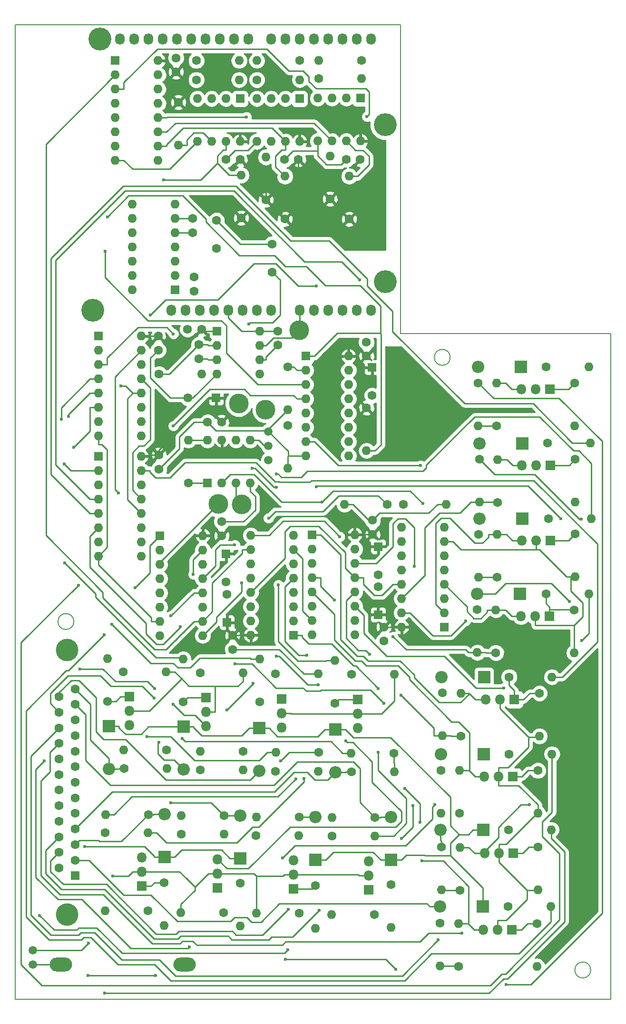
<source format=gbl>
G04 This is an RS-274x file exported by *
G04 gerbv version 2.6.0 *
G04 More information is available about gerbv at *
G04 http://gerbv.gpleda.org/ *
G04 --End of header info--*
%MOIN*%
%FSLAX34Y34*%
%IPPOS*%
G04 --Define apertures--*
%ADD10C,0.0059*%
%ADD11O,0.0680X0.0800*%
%ADD12R,0.0630X0.0630*%
%ADD13O,0.0630X0.0630*%
%ADD14C,0.0630*%
%ADD15C,0.1378*%
%ADD16C,0.1600*%
%ADD17O,0.1575X0.0984*%
%ADD18C,0.1575*%
%ADD19O,0.0866X0.0866*%
%ADD20R,0.0866X0.0866*%
%ADD21R,0.0709X0.0709*%
%ADD22O,0.0709X0.0709*%
%ADD23C,0.0591*%
%ADD24C,0.0236*%
%ADD25C,0.0098*%
%ADD26C,0.0100*%
G04 --Start main section--*
G54D10*
G01X0021423Y-048425D02*
G75*
G03X0021423Y-048425I-000557J0000000D01*
G01X0047801Y-029921D02*
G75*
G03X0047801Y-029921I-000557J0000000D01*
G01X0057643Y-072835D02*
G75*
G03X0057643Y-072835I-000557J0000000D01*
G01X0059055Y-028268D02*
G01X0059055Y-074882D01*
G01X0044331Y-028268D02*
G01X0059055Y-028268D01*
G01X0017323Y-074882D02*
G01X0017323Y-006614D01*
G01X0044331Y-028268D02*
G01X0044331Y-006614D01*
G01X0044331Y-006614D02*
G01X0017323Y-006614D01*
G01X0017323Y-074882D02*
G01X0059055Y-074882D01*
G54D11*
G01X0035243Y-007624D03*
G01X0036243Y-007624D03*
G01X0037243Y-007624D03*
G01X0038243Y-007624D03*
G01X0039243Y-007624D03*
G01X0040243Y-007624D03*
G01X0041243Y-007624D03*
G01X0042243Y-007624D03*
G54D12*
G01X0024331Y-009134D03*
G54D13*
G01X0027331Y-016134D03*
G01X0024331Y-010134D03*
G01X0027331Y-015134D03*
G01X0024331Y-011134D03*
G01X0027331Y-014134D03*
G01X0024331Y-012134D03*
G01X0027331Y-013134D03*
G01X0024331Y-013134D03*
G01X0027331Y-012134D03*
G01X0024331Y-014134D03*
G01X0027331Y-011134D03*
G01X0024331Y-015134D03*
G01X0027331Y-010134D03*
G01X0024331Y-016134D03*
G01X0027331Y-009134D03*
G54D12*
G01X0042756Y-043179D03*
G54D14*
G01X0042756Y-045148D03*
G54D12*
G01X0047390Y-048813D03*
G54D13*
G01X0044390Y-041813D03*
G01X0047390Y-047813D03*
G01X0044390Y-042813D03*
G01X0047390Y-046813D03*
G01X0044390Y-043813D03*
G01X0047390Y-045813D03*
G01X0044390Y-044813D03*
G01X0047390Y-044813D03*
G01X0044390Y-045813D03*
G01X0047390Y-043813D03*
G01X0044390Y-046813D03*
G01X0047390Y-042813D03*
G01X0044390Y-047813D03*
G01X0047390Y-041813D03*
G01X0044390Y-048813D03*
G54D15*
G01X0034862Y-033593D03*
G54D14*
G01X0032096Y-045640D03*
G54D12*
G01X0032096Y-043671D03*
G01X0037243Y-011797D03*
G54D13*
G01X0034243Y-014797D03*
G01X0036243Y-011797D03*
G01X0035243Y-014797D03*
G01X0035243Y-011797D03*
G01X0036243Y-014797D03*
G01X0034243Y-011797D03*
G01X0037243Y-014797D03*
G54D14*
G01X0036181Y-016063D03*
G01X0037165Y-016063D03*
G54D11*
G01X0028243Y-026624D03*
G01X0029243Y-026624D03*
G01X0030243Y-026624D03*
G01X0031243Y-026624D03*
G01X0032243Y-026624D03*
G01X0033243Y-026624D03*
G01X0034243Y-026624D03*
G01X0035243Y-026624D03*
G01X0037243Y-026624D03*
G01X0038243Y-026624D03*
G01X0039243Y-026624D03*
G01X0040243Y-026624D03*
G01X0041243Y-026624D03*
G01X0042243Y-026624D03*
G01X0024643Y-007624D03*
G01X0025643Y-007624D03*
G01X0026643Y-007624D03*
G01X0027643Y-007624D03*
G01X0028643Y-007624D03*
G01X0029643Y-007624D03*
G01X0030643Y-007624D03*
G01X0031643Y-007624D03*
G01X0032643Y-007624D03*
G01X0033643Y-007624D03*
G54D16*
G01X0022743Y-026624D03*
G01X0043243Y-024624D03*
G01X0023243Y-007624D03*
G01X0043243Y-013624D03*
G54D17*
G01X0029193Y-072441D03*
G01X0020531Y-072441D03*
G54D14*
G01X0031417Y-022283D03*
G01X0031417Y-020315D03*
G01X0029843Y-024291D03*
G01X0029843Y-025276D03*
G01X0029764Y-021181D03*
G01X0029764Y-020197D03*
G01X0035318Y-021974D03*
G01X0035318Y-023943D03*
G54D13*
G01X0025504Y-025197D03*
G01X0028504Y-019197D03*
G01X0025504Y-024197D03*
G01X0028504Y-020197D03*
G01X0025504Y-023197D03*
G01X0028504Y-021197D03*
G01X0025504Y-022197D03*
G01X0028504Y-022197D03*
G01X0025504Y-021197D03*
G01X0028504Y-023197D03*
G01X0025504Y-020197D03*
G01X0028504Y-024197D03*
G01X0025504Y-019197D03*
G54D12*
G01X0028504Y-025197D03*
G54D14*
G01X0041496Y-016063D03*
G01X0040512Y-016063D03*
G01X0032087Y-016063D03*
G01X0033071Y-016063D03*
G54D13*
G01X0026159Y-028429D03*
G01X0023159Y-035429D03*
G01X0026159Y-029429D03*
G01X0023159Y-034429D03*
G01X0026159Y-030429D03*
G01X0023159Y-033429D03*
G01X0026159Y-031429D03*
G01X0023159Y-032429D03*
G01X0026159Y-032429D03*
G01X0023159Y-031429D03*
G01X0026159Y-033429D03*
G01X0023159Y-030429D03*
G01X0026159Y-034429D03*
G01X0023159Y-029429D03*
G01X0026159Y-035429D03*
G54D12*
G01X0023159Y-028429D03*
G01X0023141Y-036837D03*
G54D13*
G01X0026141Y-043837D03*
G01X0023141Y-037837D03*
G01X0026141Y-042837D03*
G01X0023141Y-038837D03*
G01X0026141Y-041837D03*
G01X0023141Y-039837D03*
G01X0026141Y-040837D03*
G01X0023141Y-040837D03*
G01X0026141Y-039837D03*
G01X0023141Y-041837D03*
G01X0026141Y-038837D03*
G01X0023141Y-042837D03*
G01X0026141Y-037837D03*
G01X0023141Y-043837D03*
G01X0026141Y-036837D03*
G54D12*
G01X0041504Y-011768D03*
G54D13*
G01X0038504Y-014768D03*
G01X0040504Y-011768D03*
G01X0039504Y-014768D03*
G01X0039504Y-011768D03*
G01X0040504Y-014768D03*
G01X0038504Y-011768D03*
G01X0041504Y-014768D03*
G54D12*
G01X0033070Y-011797D03*
G54D13*
G01X0030070Y-014797D03*
G01X0032070Y-011797D03*
G01X0031070Y-014797D03*
G01X0031070Y-011797D03*
G01X0032070Y-014797D03*
G01X0030070Y-011797D03*
G01X0033070Y-014797D03*
G54D18*
G01X0020957Y-068959D03*
G01X0020957Y-050415D03*
G54D14*
G01X0020398Y-053689D03*
G01X0020398Y-054780D03*
G01X0020398Y-055870D03*
G01X0020398Y-056961D03*
G01X0020398Y-058051D03*
G01X0020398Y-059142D03*
G01X0020398Y-060232D03*
G01X0020398Y-061323D03*
G01X0020398Y-062413D03*
G01X0020398Y-063504D03*
G01X0020398Y-064594D03*
G01X0020398Y-065685D03*
G01X0021516Y-053144D03*
G01X0021516Y-054234D03*
G01X0021516Y-055325D03*
G01X0021516Y-056415D03*
G01X0021516Y-057506D03*
G01X0021516Y-058596D03*
G01X0021516Y-059687D03*
G01X0021516Y-060778D03*
G01X0021516Y-061868D03*
G01X0021516Y-062959D03*
G01X0021516Y-064049D03*
G01X0021516Y-065140D03*
G54D12*
G01X0021516Y-066230D03*
G54D14*
G01X0041929Y-028848D03*
G01X0041929Y-029833D03*
G01X0042323Y-032589D03*
G54D12*
G01X0042323Y-030620D03*
G54D14*
G01X0043138Y-048813D03*
G01X0043138Y-049797D03*
G01X0032539Y-049400D03*
G01X0032539Y-050384D03*
G01X0042362Y-041329D03*
G01X0042362Y-042313D03*
G01X0031781Y-041427D03*
G01X0031781Y-042411D03*
G54D12*
G01X0042746Y-047953D03*
G54D14*
G01X0042746Y-045984D03*
G01X0032163Y-046528D03*
G54D12*
G01X0032163Y-048497D03*
G54D14*
G01X0030787Y-034459D03*
G01X0031772Y-034459D03*
G54D12*
G01X0031398Y-032766D03*
G54D14*
G01X0029429Y-032766D03*
G01X0030177Y-030010D03*
G01X0030177Y-029026D03*
G01X0030374Y-027953D03*
G01X0029390Y-027953D03*
G01X0035709Y-029055D03*
G01X0035709Y-028071D03*
G01X0027332Y-028429D03*
G01X0027332Y-029414D03*
G01X0027393Y-037742D03*
G01X0027393Y-036758D03*
G01X0028583Y-009921D03*
G01X0028583Y-008937D03*
G54D19*
G01X0029111Y-058803D03*
G54D20*
G01X0029111Y-055803D03*
G01X0039740Y-055982D03*
G54D19*
G01X0039740Y-058982D03*
G01X0038365Y-062109D03*
G54D20*
G01X0038365Y-065109D03*
G54D19*
G01X0027774Y-061913D03*
G54D20*
G01X0027774Y-064913D03*
G54D19*
G01X0047140Y-057706D03*
G54D20*
G01X0050140Y-057706D03*
G01X0052690Y-046480D03*
G54D19*
G01X0049690Y-046480D03*
G01X0034420Y-058898D03*
G54D20*
G01X0034420Y-055898D03*
G54D19*
G01X0043654Y-062114D03*
G54D20*
G01X0043654Y-065114D03*
G01X0033069Y-065010D03*
G54D19*
G01X0033069Y-062010D03*
G54D20*
G01X0050167Y-052326D03*
G54D19*
G01X0047167Y-052326D03*
G54D20*
G01X0050104Y-063035D03*
G54D19*
G01X0047104Y-063035D03*
G01X0049743Y-030599D03*
G54D20*
G01X0052743Y-030599D03*
G01X0052844Y-041222D03*
G54D19*
G01X0049844Y-041222D03*
G54D20*
G01X0023871Y-055737D03*
G54D19*
G01X0023871Y-058737D03*
G54D20*
G01X0052837Y-035946D03*
G54D19*
G01X0049837Y-035946D03*
G54D20*
G01X0050088Y-068402D03*
G54D19*
G01X0047088Y-068402D03*
G54D21*
G01X0030687Y-053765D03*
G54D22*
G01X0030687Y-054765D03*
G01X0030687Y-055765D03*
G01X0041307Y-055880D03*
G01X0041307Y-054880D03*
G54D21*
G01X0041307Y-053880D03*
G01X0036813Y-067139D03*
G54D22*
G01X0036813Y-066139D03*
G01X0036813Y-065139D03*
G01X0026187Y-064946D03*
G01X0026187Y-065946D03*
G54D21*
G01X0026187Y-066946D03*
G54D22*
G01X0050189Y-059286D03*
G01X0051189Y-059286D03*
G54D21*
G01X0052189Y-059286D03*
G54D22*
G01X0052755Y-048055D03*
G01X0053755Y-048055D03*
G54D21*
G01X0054755Y-048055D03*
G01X0035984Y-053844D03*
G54D22*
G01X0035984Y-054844D03*
G01X0035984Y-055844D03*
G01X0042070Y-065218D03*
G01X0042070Y-066218D03*
G54D21*
G01X0042070Y-067218D03*
G01X0031493Y-067071D03*
G54D22*
G01X0031493Y-066071D03*
G01X0031493Y-065071D03*
G54D21*
G01X0052289Y-053893D03*
G54D22*
G01X0051289Y-053893D03*
G01X0050289Y-053893D03*
G54D21*
G01X0052226Y-064661D03*
G54D22*
G01X0051226Y-064661D03*
G01X0050226Y-064661D03*
G01X0052766Y-032146D03*
G01X0053766Y-032146D03*
G54D21*
G01X0054766Y-032146D03*
G54D22*
G01X0052799Y-042739D03*
G01X0053799Y-042739D03*
G54D21*
G01X0054799Y-042739D03*
G01X0025328Y-053689D03*
G54D22*
G01X0025328Y-054689D03*
G01X0025328Y-055689D03*
G01X0052828Y-037494D03*
G01X0053828Y-037494D03*
G54D21*
G01X0054828Y-037494D03*
G54D22*
G01X0050131Y-070008D03*
G01X0051131Y-070008D03*
G54D21*
G01X0052131Y-070008D03*
G54D14*
G01X0036417Y-034695D03*
G54D13*
G01X0036417Y-037695D03*
G01X0041929Y-036455D03*
G54D14*
G01X0041929Y-033455D03*
G01X0036417Y-030581D03*
G54D13*
G01X0036417Y-033581D03*
G54D14*
G01X0044508Y-040217D03*
G54D13*
G01X0047508Y-040217D03*
G01X0040376Y-040226D03*
G54D14*
G01X0043376Y-040226D03*
G01X0029449Y-038711D03*
G54D13*
G01X0029449Y-035711D03*
G54D14*
G01X0027392Y-031093D03*
G54D13*
G01X0030392Y-031093D03*
G54D14*
G01X0029091Y-054051D03*
G54D13*
G01X0029091Y-051051D03*
G01X0033273Y-052004D03*
G54D14*
G01X0030273Y-052004D03*
G01X0030273Y-058815D03*
G54D13*
G01X0033273Y-058815D03*
G01X0030284Y-057515D03*
G54D14*
G01X0033284Y-057515D03*
G54D13*
G01X0039728Y-051141D03*
G54D14*
G01X0039728Y-054141D03*
G54D13*
G01X0043889Y-052133D03*
G54D14*
G01X0040889Y-052133D03*
G54D13*
G01X0043869Y-058964D03*
G54D14*
G01X0040869Y-058964D03*
G01X0043861Y-057645D03*
G54D13*
G01X0040861Y-057645D03*
G54D14*
G01X0038345Y-066920D03*
G54D13*
G01X0038345Y-069920D03*
G01X0034223Y-068869D03*
G54D14*
G01X0037223Y-068869D03*
G01X0037223Y-062117D03*
G54D13*
G01X0034223Y-062117D03*
G01X0037192Y-063417D03*
G54D14*
G01X0034192Y-063417D03*
G54D13*
G01X0027735Y-069704D03*
G54D14*
G01X0027735Y-066704D03*
G01X0026613Y-068672D03*
G54D13*
G01X0023613Y-068672D03*
G54D14*
G01X0026633Y-061940D03*
G54D13*
G01X0023633Y-061940D03*
G01X0026601Y-063220D03*
G54D14*
G01X0023601Y-063220D03*
G01X0051931Y-057706D03*
G54D13*
G01X0054931Y-057706D03*
G01X0053939Y-061868D03*
G54D14*
G01X0053939Y-058868D03*
G01X0047148Y-058848D03*
G54D13*
G01X0047148Y-061848D03*
G54D14*
G01X0048447Y-061860D03*
G54D13*
G01X0048447Y-058860D03*
G01X0057501Y-046480D03*
G54D14*
G01X0054501Y-046480D03*
G01X0056470Y-047621D03*
G54D13*
G01X0056470Y-050621D03*
G54D14*
G01X0049698Y-047602D03*
G54D13*
G01X0049698Y-050602D03*
G01X0050997Y-047613D03*
G54D14*
G01X0050997Y-050613D03*
G54D13*
G01X0034440Y-051067D03*
G54D14*
G01X0034440Y-054067D03*
G01X0035562Y-052098D03*
G54D13*
G01X0038562Y-052098D03*
G54D14*
G01X0035562Y-058909D03*
G54D13*
G01X0038562Y-058909D03*
G01X0035574Y-057591D03*
G54D14*
G01X0038574Y-057591D03*
G54D13*
G01X0043654Y-069866D03*
G54D14*
G01X0043654Y-066866D03*
G01X0042492Y-068952D03*
G54D13*
G01X0039492Y-068952D03*
G54D14*
G01X0042531Y-062141D03*
G54D13*
G01X0039531Y-062141D03*
G54D14*
G01X0039520Y-063441D03*
G54D13*
G01X0042520Y-063441D03*
G01X0033069Y-069762D03*
G54D14*
G01X0033069Y-066762D03*
G01X0031927Y-068829D03*
G54D13*
G01X0028927Y-068829D03*
G01X0028947Y-062018D03*
G54D14*
G01X0031947Y-062018D03*
G01X0028935Y-063317D03*
G54D13*
G01X0031935Y-063317D03*
G01X0054925Y-052309D03*
G54D14*
G01X0051925Y-052309D03*
G01X0054051Y-053451D03*
G54D13*
G01X0054051Y-056451D03*
G01X0047240Y-056431D03*
G54D14*
G01X0047240Y-053431D03*
G54D13*
G01X0048539Y-053463D03*
G54D14*
G01X0048539Y-056463D03*
G01X0051866Y-063006D03*
G54D13*
G01X0054866Y-063006D03*
G54D14*
G01X0053952Y-064227D03*
G54D13*
G01X0053952Y-067227D03*
G54D14*
G01X0047181Y-064227D03*
G54D13*
G01X0047181Y-067227D03*
G01X0048480Y-064239D03*
G54D14*
G01X0048480Y-067239D03*
G54D13*
G01X0057516Y-030582D03*
G54D14*
G01X0054516Y-030582D03*
G01X0056504Y-031724D03*
G54D13*
G01X0056504Y-034724D03*
G54D14*
G01X0049752Y-031704D03*
G54D13*
G01X0049752Y-034704D03*
G01X0051032Y-031716D03*
G54D14*
G01X0051032Y-034716D03*
G01X0054695Y-041222D03*
G54D13*
G01X0057695Y-041222D03*
G01X0056545Y-045285D03*
G54D14*
G01X0056545Y-042285D03*
G54D13*
G01X0049774Y-045325D03*
G54D14*
G01X0049774Y-042325D03*
G01X0051073Y-045317D03*
G54D13*
G01X0051073Y-042317D03*
G54D14*
G01X0023792Y-054004D03*
G54D13*
G01X0023792Y-051004D03*
G01X0027895Y-051957D03*
G54D14*
G01X0024895Y-051957D03*
G01X0024934Y-058729D03*
G54D13*
G01X0027934Y-058729D03*
G01X0024926Y-057430D03*
G54D14*
G01X0027926Y-057430D03*
G54D13*
G01X0057629Y-035907D03*
G54D14*
G01X0054629Y-035907D03*
G01X0056558Y-037068D03*
G54D13*
G01X0056558Y-040068D03*
G54D14*
G01X0049845Y-037068D03*
G54D13*
G01X0049845Y-040068D03*
G01X0051105Y-037080D03*
G54D14*
G01X0051105Y-040080D03*
G01X0051862Y-068374D03*
G54D13*
G01X0054862Y-068374D03*
G01X0053870Y-072574D03*
G54D14*
G01X0053870Y-069574D03*
G54D13*
G01X0047098Y-072555D03*
G54D14*
G01X0047098Y-069555D03*
G01X0048397Y-072586D03*
G54D13*
G01X0048397Y-069586D03*
G01X0038575Y-009134D03*
G54D14*
G01X0041575Y-009134D03*
G01X0038583Y-010394D03*
G54D13*
G01X0041583Y-010394D03*
G54D14*
G01X0040709Y-020236D03*
G54D13*
G01X0040709Y-017236D03*
G01X0039370Y-015819D03*
G54D14*
G01X0039370Y-018819D03*
G54D13*
G01X0034244Y-009134D03*
G54D14*
G01X0037244Y-009134D03*
G01X0034252Y-010472D03*
G54D13*
G01X0037252Y-010472D03*
G54D14*
G01X0036220Y-020236D03*
G54D13*
G01X0036220Y-017236D03*
G01X0034882Y-015898D03*
G54D14*
G01X0034882Y-018898D03*
G54D13*
G01X0033000Y-009134D03*
G54D14*
G01X0030000Y-009134D03*
G01X0030000Y-010472D03*
G54D13*
G01X0033000Y-010472D03*
G54D14*
G01X0033150Y-020157D03*
G54D13*
G01X0033150Y-017157D03*
G01X0028740Y-015047D03*
G54D14*
G01X0028740Y-012047D03*
G54D13*
G01X0040677Y-029833D03*
G01X0037677Y-036833D03*
G01X0040677Y-030833D03*
G01X0037677Y-035833D03*
G01X0040677Y-031833D03*
G01X0037677Y-034833D03*
G01X0040677Y-032833D03*
G01X0037677Y-033833D03*
G01X0040677Y-033833D03*
G01X0037677Y-032833D03*
G01X0040677Y-034833D03*
G01X0037677Y-031833D03*
G01X0040677Y-035833D03*
G01X0037677Y-030833D03*
G01X0040677Y-036833D03*
G54D12*
G01X0037677Y-029833D03*
G54D13*
G01X0030451Y-042411D03*
G01X0027451Y-049411D03*
G01X0030451Y-043411D03*
G01X0027451Y-048411D03*
G01X0030451Y-044411D03*
G01X0027451Y-047411D03*
G01X0030451Y-045411D03*
G01X0027451Y-046411D03*
G01X0030451Y-046411D03*
G01X0027451Y-045411D03*
G01X0030451Y-047411D03*
G01X0027451Y-044411D03*
G01X0030451Y-048411D03*
G01X0027451Y-043411D03*
G01X0030451Y-049411D03*
G54D12*
G01X0027451Y-042411D03*
G54D13*
G01X0033821Y-049380D03*
G01X0036821Y-042380D03*
G01X0033821Y-048380D03*
G01X0036821Y-043380D03*
G01X0033821Y-047380D03*
G01X0036821Y-044380D03*
G01X0033821Y-046380D03*
G01X0036821Y-045380D03*
G01X0033821Y-045380D03*
G01X0036821Y-046380D03*
G01X0033821Y-044380D03*
G01X0036821Y-047380D03*
G01X0033821Y-043380D03*
G01X0036821Y-048380D03*
G01X0033821Y-042380D03*
G54D12*
G01X0036821Y-049380D03*
G01X0038110Y-042347D03*
G54D13*
G01X0041110Y-049347D03*
G01X0038110Y-043347D03*
G01X0041110Y-048347D03*
G01X0038110Y-044347D03*
G01X0041110Y-047347D03*
G01X0038110Y-045347D03*
G01X0041110Y-046347D03*
G01X0038110Y-046347D03*
G01X0041110Y-045347D03*
G01X0038110Y-047347D03*
G01X0041110Y-044347D03*
G01X0038110Y-048347D03*
G01X0041110Y-043347D03*
G01X0038110Y-049347D03*
G01X0041110Y-042347D03*
G54D12*
G01X0030787Y-038711D03*
G54D13*
G01X0033787Y-035711D03*
G01X0031787Y-038711D03*
G01X0032787Y-035711D03*
G01X0032787Y-038711D03*
G01X0031787Y-035711D03*
G01X0033787Y-038711D03*
G01X0030787Y-035711D03*
G01X0034437Y-028091D03*
G01X0031437Y-031091D03*
G01X0034437Y-029091D03*
G01X0031437Y-030091D03*
G01X0034437Y-030091D03*
G01X0031437Y-029091D03*
G01X0034437Y-031091D03*
G54D12*
G01X0031437Y-028091D03*
G54D15*
G01X0031535Y-040187D03*
G01X0033169Y-040207D03*
G01X0032972Y-033140D03*
G01X0037224Y-028012D03*
G54D23*
G01X0035059Y-037112D03*
G01X0035059Y-036112D03*
G01X0035059Y-035112D03*
G01X0018553Y-071459D03*
G01X0018553Y-072459D03*
G54D24*
G01X0045820Y-065188D03*
G01X0039672Y-046909D03*
G01X0025722Y-046050D03*
G01X0053348Y-061257D03*
G01X0055540Y-041218D03*
G01X0038407Y-038980D03*
G01X0040475Y-056782D03*
G01X0042748Y-057575D03*
G01X0042751Y-053117D03*
G01X0026565Y-056478D03*
G01X0037543Y-059407D03*
G01X0037745Y-050785D03*
G01X0028999Y-056626D03*
G01X0028391Y-054227D03*
G01X0051534Y-053081D03*
G01X0028229Y-048032D03*
G01X0048885Y-048379D03*
G01X0045695Y-062502D03*
G01X0044615Y-060118D03*
G01X0044342Y-053595D03*
G01X0042160Y-050734D03*
G01X0032163Y-054615D03*
G01X0033990Y-052743D03*
G01X0038542Y-052857D03*
G01X0035620Y-050837D03*
G01X0029781Y-045122D03*
G01X0035928Y-058191D03*
G01X0043790Y-049485D03*
G01X0045287Y-044556D03*
G01X0036977Y-059456D03*
G01X0043139Y-054164D03*
G01X0032702Y-051402D03*
G01X0024150Y-066237D03*
G01X0039794Y-041366D03*
G01X0033673Y-027583D03*
G01X0027369Y-056886D03*
G01X0027068Y-053125D03*
G01X0021841Y-051743D03*
G01X0022189Y-064177D03*
G01X0022456Y-070950D03*
G01X0038605Y-068647D03*
G01X0046715Y-061253D03*
G01X0036038Y-065001D03*
G01X0036436Y-068598D03*
G01X0056989Y-041251D03*
G01X0056135Y-047007D03*
G01X0028217Y-061130D03*
G01X0027043Y-053794D03*
G01X0044372Y-063635D03*
G01X0045179Y-061311D03*
G01X0046962Y-070722D03*
G01X0051705Y-073849D03*
G01X0048604Y-070269D03*
G01X0023771Y-020073D03*
G01X0024716Y-031909D03*
G01X0033520Y-013074D03*
G01X0027707Y-017470D03*
G01X0023601Y-022481D03*
G01X0033186Y-045704D03*
G01X0041952Y-013054D03*
G01X0040058Y-042476D03*
G01X0035068Y-041177D03*
G01X0038426Y-024919D03*
G01X0026788Y-026944D03*
G01X0020791Y-044325D03*
G01X0035746Y-045850D03*
G01X0035617Y-039019D03*
G01X0033913Y-037696D03*
G01X0028398Y-028272D03*
G01X0036411Y-071421D03*
G01X0021054Y-034063D03*
G01X0019023Y-069010D03*
G01X0021739Y-045870D03*
G01X0023549Y-049351D03*
G01X0056999Y-049749D03*
G01X0043978Y-072784D03*
G01X0036261Y-072084D03*
G01X0024545Y-039418D03*
G01X0024097Y-048610D03*
G01X0027140Y-073213D03*
G01X0022405Y-073213D03*
G01X0020548Y-034266D03*
G01X0029525Y-071214D03*
G01X0019358Y-058197D03*
G01X0021410Y-036220D03*
G01X0023575Y-074458D03*
G01X0020743Y-037370D03*
G01X0041449Y-024474D03*
G01X0035629Y-038099D03*
G01X0028887Y-048790D03*
G01X0028397Y-034719D03*
G01X0045719Y-037488D03*
G01X0038810Y-040051D03*
G01X0045866Y-040158D03*
G01X0032697Y-043049D03*
G54D25*
G01X0050131Y-070008D02*
G01X0049492Y-070008D01*
G01X0048397Y-069586D02*
G01X0048998Y-069586D01*
G01X0047299Y-065188D02*
G01X0045820Y-065188D01*
G01X0049095Y-066985D02*
G01X0047299Y-065188D01*
G01X0049095Y-069586D02*
G01X0049095Y-066985D01*
G01X0049095Y-069612D02*
G01X0049095Y-069586D01*
G01X0049492Y-070008D02*
G01X0049095Y-069612D01*
G01X0049095Y-069586D02*
G01X0048998Y-069586D01*
G01X0038711Y-045948D02*
G01X0038711Y-045347D01*
G01X0039672Y-046909D02*
G01X0038711Y-045948D01*
G01X0038110Y-045347D02*
G01X0038711Y-045347D01*
G01X0051105Y-037080D02*
G01X0051706Y-037080D01*
G01X0052508Y-037494D02*
G01X0052188Y-037494D01*
G01X0052508Y-037494D02*
G01X0052828Y-037494D01*
G01X0051773Y-037080D02*
G01X0051706Y-037080D01*
G01X0052188Y-037494D02*
G01X0051773Y-037080D01*
G01X0026742Y-043121D02*
G01X0027451Y-042411D01*
G01X0026742Y-045030D02*
G01X0026742Y-043121D01*
G01X0025722Y-046050D02*
G01X0026742Y-045030D01*
G01X0052799Y-042739D02*
G01X0052159Y-042739D01*
G01X0051737Y-042317D02*
G01X0052159Y-042739D01*
G01X0051073Y-042317D02*
G01X0051737Y-042317D01*
G01X0046790Y-047212D02*
G01X0047390Y-047813D01*
G01X0046790Y-041556D02*
G01X0046790Y-047212D01*
G01X0047147Y-041199D02*
G01X0046790Y-041556D01*
G01X0047797Y-041199D02*
G01X0047147Y-041199D01*
G01X0049530Y-042931D02*
G01X0047797Y-041199D01*
G01X0050046Y-042931D02*
G01X0049530Y-042931D01*
G01X0050472Y-042505D02*
G01X0050046Y-042931D01*
G01X0050472Y-042317D02*
G01X0050472Y-042505D01*
G01X0051073Y-042317D02*
G01X0050472Y-042317D01*
G01X0051696Y-031716D02*
G01X0052126Y-032146D01*
G01X0051032Y-031716D02*
G01X0051696Y-031716D01*
G01X0052766Y-032146D02*
G01X0052126Y-032146D01*
G01X0049503Y-064661D02*
G01X0049906Y-064661D01*
G01X0049080Y-064239D02*
G01X0049503Y-064661D01*
G01X0048480Y-064239D02*
G01X0049080Y-064239D01*
G01X0050226Y-064661D02*
G01X0050066Y-064661D01*
G01X0050066Y-064661D02*
G01X0049906Y-064661D01*
G01X0052760Y-061257D02*
G01X0053348Y-061257D01*
G01X0051171Y-062846D02*
G01X0052760Y-061257D01*
G01X0051171Y-063556D02*
G01X0051171Y-062846D01*
G01X0050066Y-064661D02*
G01X0051171Y-063556D01*
G01X0038463Y-038924D02*
G01X0038407Y-038980D01*
G01X0053246Y-038924D02*
G01X0038463Y-038924D01*
G01X0055540Y-041218D02*
G01X0053246Y-038924D01*
G01X0038110Y-042347D02*
G01X0038711Y-042347D01*
G01X0048539Y-053463D02*
G01X0049139Y-053463D01*
G01X0049139Y-053463D02*
G01X0049139Y-053476D01*
G01X0049556Y-053893D02*
G01X0050289Y-053893D01*
G01X0049139Y-053476D02*
G01X0049556Y-053893D01*
G01X0048522Y-054093D02*
G01X0049139Y-053476D01*
G01X0047018Y-054093D02*
G01X0048522Y-054093D01*
G01X0045270Y-052345D02*
G01X0047018Y-054093D01*
G01X0045270Y-052166D02*
G01X0045270Y-052345D01*
G01X0044291Y-051187D02*
G01X0045270Y-052166D01*
G01X0042043Y-051187D02*
G01X0044291Y-051187D01*
G01X0041708Y-050852D02*
G01X0042043Y-051187D01*
G01X0041287Y-050852D02*
G01X0041708Y-050852D01*
G01X0040112Y-049676D02*
G01X0041287Y-050852D01*
G01X0040112Y-043748D02*
G01X0040112Y-049676D01*
G01X0038711Y-042347D02*
G01X0040112Y-043748D01*
G01X0040594Y-056901D02*
G01X0040475Y-056782D01*
G01X0040967Y-056901D02*
G01X0040594Y-056901D01*
G01X0042328Y-058262D02*
G01X0040967Y-056901D01*
G01X0042328Y-059670D02*
G01X0042328Y-058262D01*
G01X0044387Y-061730D02*
G01X0042328Y-059670D01*
G01X0044387Y-062412D02*
G01X0044387Y-061730D01*
G01X0043967Y-062832D02*
G01X0044387Y-062412D01*
G01X0037797Y-062832D02*
G01X0043967Y-062832D01*
G01X0037770Y-062805D02*
G01X0037797Y-062832D01*
G01X0036570Y-062805D02*
G01X0037770Y-062805D01*
G01X0033647Y-065729D02*
G01X0036570Y-062805D01*
G01X0032151Y-065729D02*
G01X0033647Y-065729D01*
G01X0031493Y-065071D02*
G01X0032151Y-065729D01*
G01X0036821Y-049380D02*
G01X0037421Y-049380D01*
G01X0041167Y-051533D02*
G01X0042751Y-053117D01*
G01X0041021Y-051533D02*
G01X0041167Y-051533D01*
G01X0039469Y-049980D02*
G01X0041021Y-051533D01*
G01X0037872Y-049980D02*
G01X0039469Y-049980D01*
G01X0037421Y-049530D02*
G01X0037872Y-049980D01*
G01X0037421Y-049380D02*
G01X0037421Y-049530D01*
G01X0042748Y-058845D02*
G01X0042748Y-057575D01*
G01X0044722Y-060820D02*
G01X0042748Y-058845D01*
G01X0044722Y-062551D02*
G01X0044722Y-060820D01*
G01X0043833Y-063441D02*
G01X0044722Y-062551D01*
G01X0042520Y-063441D02*
G01X0043833Y-063441D01*
G01X0035574Y-057591D02*
G01X0034973Y-057591D01*
G01X0028210Y-056478D02*
G01X0026565Y-056478D01*
G01X0029870Y-058137D02*
G01X0028210Y-056478D01*
G01X0034427Y-058137D02*
G01X0029870Y-058137D01*
G01X0034973Y-057591D02*
G01X0034427Y-058137D01*
G01X0052435Y-048055D02*
G01X0052454Y-048055D01*
G01X0052435Y-048055D02*
G01X0052115Y-048055D01*
G01X0052755Y-048055D02*
G01X0052454Y-048055D01*
G01X0051674Y-047613D02*
G01X0051598Y-047613D01*
G01X0052115Y-048055D02*
G01X0051674Y-047613D01*
G01X0051298Y-047613D02*
G01X0051598Y-047613D01*
G01X0051298Y-047613D02*
G01X0050997Y-047613D01*
G01X0048971Y-047394D02*
G01X0047390Y-045813D01*
G01X0048971Y-047728D02*
G01X0048971Y-047394D01*
G01X0049452Y-048208D02*
G01X0048971Y-047728D01*
G01X0049949Y-048208D02*
G01X0049452Y-048208D01*
G01X0050397Y-047761D02*
G01X0049949Y-048208D01*
G01X0050397Y-047613D02*
G01X0050397Y-047761D01*
G01X0050997Y-047613D02*
G01X0050397Y-047613D01*
G01X0050189Y-059286D02*
G01X0049549Y-059286D01*
G01X0048447Y-058860D02*
G01X0049123Y-058860D01*
G01X0049123Y-058860D02*
G01X0049549Y-059286D01*
G01X0049156Y-058827D02*
G01X0049123Y-058860D01*
G01X0049156Y-056229D02*
G01X0049156Y-058827D01*
G01X0048367Y-055441D02*
G01X0049156Y-056229D01*
G01X0047893Y-055441D02*
G01X0048367Y-055441D01*
G01X0044936Y-052484D02*
G01X0047893Y-055441D01*
G01X0044936Y-052305D02*
G01X0044936Y-052484D01*
G01X0044152Y-051521D02*
G01X0044936Y-052305D01*
G01X0041904Y-051521D02*
G01X0044152Y-051521D01*
G01X0041569Y-051187D02*
G01X0041904Y-051521D01*
G01X0041149Y-051187D02*
G01X0041569Y-051187D01*
G01X0039679Y-049717D02*
G01X0041149Y-051187D01*
G01X0039679Y-047916D02*
G01X0039679Y-049717D01*
G01X0038110Y-046347D02*
G01X0039679Y-047916D01*
G01X0026601Y-063220D02*
G01X0027202Y-063220D01*
G01X0027902Y-063920D02*
G01X0027202Y-063220D01*
G01X0032839Y-063920D02*
G01X0027902Y-063920D01*
G01X0033943Y-062816D02*
G01X0032839Y-063920D01*
G01X0034392Y-062816D02*
G01X0033943Y-062816D01*
G01X0037543Y-059665D02*
G01X0034392Y-062816D01*
G01X0037543Y-059407D02*
G01X0037543Y-059665D01*
G01X0036220Y-045981D02*
G01X0036821Y-045380D01*
G01X0036220Y-049815D02*
G01X0036220Y-045981D01*
G01X0037190Y-050785D02*
G01X0036220Y-049815D01*
G01X0037745Y-050785D02*
G01X0037190Y-050785D01*
G01X0040861Y-057645D02*
G01X0040261Y-057645D01*
G01X0039443Y-056827D02*
G01X0040261Y-057645D01*
G01X0029201Y-056827D02*
G01X0039443Y-056827D01*
G01X0028999Y-056626D02*
G01X0029201Y-056827D01*
G01X0029149Y-054986D02*
G01X0028391Y-054227D01*
G01X0029908Y-054986D02*
G01X0029149Y-054986D01*
G01X0030687Y-055765D02*
G01X0029908Y-054986D01*
G01X0047398Y-072555D02*
G01X0047543Y-072555D01*
G01X0047398Y-072555D02*
G01X0047098Y-072555D01*
G01X0048366Y-072555D02*
G01X0048397Y-072586D01*
G01X0047543Y-072555D02*
G01X0048366Y-072555D01*
G01X0049609Y-053081D02*
G01X0051534Y-053081D01*
G01X0047379Y-050852D02*
G01X0049609Y-053081D01*
G01X0043332Y-050852D02*
G01X0047379Y-050852D01*
G01X0041741Y-049261D02*
G01X0043332Y-050852D01*
G01X0041741Y-047978D02*
G01X0041741Y-049261D01*
G01X0041110Y-047347D02*
G01X0041741Y-047978D01*
G01X0051093Y-040068D02*
G01X0051105Y-040080D01*
G01X0049845Y-040068D02*
G01X0051093Y-040068D01*
G01X0049845Y-040068D02*
G01X0049245Y-040068D01*
G01X0046030Y-045173D02*
G01X0044390Y-046813D01*
G01X0046030Y-041842D02*
G01X0046030Y-045173D01*
G01X0047036Y-040836D02*
G01X0046030Y-041842D01*
G01X0048477Y-040836D02*
G01X0047036Y-040836D01*
G01X0049245Y-040068D02*
G01X0048477Y-040836D01*
G01X0030451Y-046411D02*
G01X0029850Y-046411D01*
G01X0029850Y-046411D02*
G01X0028229Y-048032D01*
G01X0050382Y-045317D02*
G01X0050374Y-045325D01*
G01X0051073Y-045317D02*
G01X0050382Y-045317D01*
G01X0050074Y-045325D02*
G01X0050374Y-045325D01*
G01X0050074Y-045325D02*
G01X0049774Y-045325D01*
G01X0047852Y-049413D02*
G01X0048885Y-048379D01*
G01X0046591Y-049413D02*
G01X0047852Y-049413D01*
G01X0044991Y-047813D02*
G01X0046591Y-049413D01*
G01X0044390Y-047813D02*
G01X0044991Y-047813D01*
G01X0050026Y-034704D02*
G01X0050353Y-034704D01*
G01X0050365Y-034716D02*
G01X0051032Y-034716D01*
G01X0050353Y-034704D02*
G01X0050365Y-034716D01*
G01X0050026Y-034704D02*
G01X0049752Y-034704D01*
G01X0047332Y-067227D02*
G01X0047400Y-067227D01*
G01X0047412Y-067239D02*
G01X0048480Y-067239D01*
G01X0047400Y-067227D02*
G01X0047412Y-067239D01*
G01X0047332Y-067227D02*
G01X0047181Y-067227D01*
G01X0045695Y-061199D02*
G01X0044615Y-060118D01*
G01X0045695Y-062502D02*
G01X0045695Y-061199D01*
G01X0047695Y-056431D02*
G01X0047840Y-056431D01*
G01X0047872Y-056463D02*
G01X0048539Y-056463D01*
G01X0047840Y-056431D02*
G01X0047872Y-056463D01*
G01X0047695Y-056431D02*
G01X0047240Y-056431D01*
G01X0047240Y-056431D02*
G01X0046639Y-056431D01*
G01X0041875Y-050448D02*
G01X0042160Y-050734D01*
G01X0041357Y-050448D02*
G01X0041875Y-050448D01*
G01X0040508Y-049599D02*
G01X0041357Y-050448D01*
G01X0040508Y-046949D02*
G01X0040508Y-049599D01*
G01X0041110Y-046347D02*
G01X0040508Y-046949D01*
G01X0046639Y-055893D02*
G01X0044342Y-053595D01*
G01X0046639Y-056431D02*
G01X0046639Y-055893D01*
G01X0033990Y-052788D02*
G01X0032163Y-054615D01*
G01X0033990Y-052743D02*
G01X0033990Y-052788D01*
G01X0035806Y-050837D02*
G01X0035620Y-050837D01*
G01X0037827Y-052857D02*
G01X0035806Y-050837D01*
G01X0038542Y-052857D02*
G01X0037827Y-052857D01*
G01X0029781Y-044081D02*
G01X0029781Y-045122D01*
G01X0030451Y-043411D02*
G01X0029781Y-044081D01*
G01X0036528Y-057591D02*
G01X0035928Y-058191D01*
G01X0038574Y-057591D02*
G01X0036528Y-057591D01*
G01X0050310Y-050613D02*
G01X0050997Y-050613D01*
G01X0050299Y-050602D02*
G01X0050310Y-050613D01*
G01X0049998Y-050602D02*
G01X0050299Y-050602D01*
G01X0049998Y-050602D02*
G01X0049698Y-050602D01*
G01X0044703Y-050399D02*
G01X0043790Y-049485D01*
G01X0048895Y-050399D02*
G01X0044703Y-050399D01*
G01X0049098Y-050602D02*
G01X0048895Y-050399D01*
G01X0049698Y-050602D02*
G01X0049098Y-050602D01*
G01X0042628Y-044347D02*
G01X0041711Y-044347D01*
G01X0043790Y-043185D02*
G01X0042628Y-044347D01*
G01X0043790Y-041554D02*
G01X0043790Y-043185D01*
G01X0044137Y-041206D02*
G01X0043790Y-041554D01*
G01X0044652Y-041206D02*
G01X0044137Y-041206D01*
G01X0045287Y-041841D02*
G01X0044652Y-041206D01*
G01X0045287Y-044556D02*
G01X0045287Y-041841D01*
G01X0041110Y-044347D02*
G01X0041711Y-044347D01*
G01X0035731Y-060702D02*
G01X0036977Y-059456D01*
G01X0025472Y-060702D02*
G01X0035731Y-060702D01*
G01X0024233Y-061940D02*
G01X0025472Y-060702D01*
G01X0023633Y-061940D02*
G01X0024233Y-061940D01*
G01X0043861Y-058356D02*
G01X0043861Y-057645D01*
G01X0043869Y-058364D02*
G01X0043861Y-058356D01*
G01X0043869Y-058964D02*
G01X0043869Y-058364D01*
G01X0042208Y-053233D02*
G01X0043139Y-054164D01*
G01X0038737Y-053233D02*
G01X0042208Y-053233D01*
G01X0038685Y-053285D02*
G01X0038737Y-053233D01*
G01X0037706Y-053285D02*
G01X0038685Y-053285D01*
G01X0037492Y-053070D02*
G01X0037706Y-053285D01*
G01X0035594Y-053070D02*
G01X0037492Y-053070D01*
G01X0033926Y-051402D02*
G01X0035594Y-053070D01*
G01X0032702Y-051402D02*
G01X0033926Y-051402D01*
G01X0035689Y-028091D02*
G01X0034437Y-028091D01*
G01X0035709Y-028071D02*
G01X0035689Y-028091D01*
G01X0033182Y-028091D02*
G01X0032243Y-027152D01*
G01X0034437Y-028091D02*
G01X0033182Y-028091D01*
G01X0032243Y-026624D02*
G01X0032243Y-027152D01*
G01X0034437Y-030091D02*
G01X0034880Y-030091D01*
G01X0034880Y-029884D02*
G01X0034880Y-030091D01*
G01X0035709Y-029055D02*
G01X0034880Y-029884D01*
G01X0034437Y-029091D02*
G01X0034880Y-029091D01*
G01X0037243Y-027993D02*
G01X0037224Y-028012D01*
G01X0037243Y-026624D02*
G01X0037243Y-027993D01*
G01X0035408Y-028563D02*
G01X0034880Y-029091D01*
G01X0036673Y-028563D02*
G01X0035408Y-028563D01*
G01X0037224Y-028012D02*
G01X0036673Y-028563D01*
G01X0029120Y-021181D02*
G01X0029104Y-021197D01*
G01X0029764Y-021181D02*
G01X0029120Y-021181D01*
G01X0028504Y-021197D02*
G01X0029104Y-021197D01*
G01X0038504Y-015453D02*
G01X0038504Y-014768D01*
G01X0038504Y-015803D02*
G01X0038504Y-015453D01*
G01X0039131Y-016430D02*
G01X0038504Y-015803D01*
G01X0040145Y-016430D02*
G01X0039131Y-016430D01*
G01X0040512Y-016063D02*
G01X0040145Y-016430D01*
G01X0036791Y-015453D02*
G01X0036181Y-016063D01*
G01X0038504Y-015453D02*
G01X0036791Y-015453D01*
G01X0053799Y-042739D02*
G01X0053799Y-043379D01*
G01X0036417Y-037695D02*
G01X0036417Y-037094D01*
G01X0028504Y-020197D02*
G01X0029764Y-020197D01*
G01X0037677Y-036833D02*
G01X0037077Y-036833D01*
G01X0023371Y-036030D02*
G01X0023159Y-036030D01*
G01X0023742Y-036401D02*
G01X0023371Y-036030D01*
G01X0023742Y-043236D02*
G01X0023742Y-036401D01*
G01X0023141Y-043837D02*
G01X0023742Y-043236D01*
G01X0023159Y-035429D02*
G01X0023159Y-036030D01*
G01X0030756Y-030010D02*
G01X0030836Y-030091D01*
G01X0030177Y-030010D02*
G01X0030756Y-030010D01*
G01X0031437Y-030091D02*
G01X0030836Y-030091D01*
G01X0035059Y-034939D02*
G01X0035059Y-035059D01*
G01X0036417Y-033581D02*
G01X0035059Y-034939D01*
G01X0035059Y-035059D02*
G01X0035059Y-035112D01*
G01X0031388Y-035059D02*
G01X0030787Y-034459D01*
G01X0035059Y-035059D02*
G01X0031388Y-035059D01*
G01X0054038Y-043379D02*
G01X0055945Y-045285D01*
G01X0053799Y-043379D02*
G01X0054038Y-043379D01*
G01X0053799Y-043379D02*
G01X0053799Y-043379D01*
G01X0047390Y-042813D02*
G01X0047991Y-042813D01*
G01X0053952Y-067227D02*
G01X0053787Y-067227D01*
G01X0051131Y-070008D02*
G01X0051131Y-069368D01*
G01X0036440Y-036833D02*
G01X0037077Y-036833D01*
G01X0036440Y-036493D02*
G01X0035059Y-035112D01*
G01X0036440Y-036833D02*
G01X0036440Y-036493D01*
G01X0042070Y-066218D02*
G01X0041430Y-066218D01*
G01X0052597Y-059926D02*
G01X0053939Y-061267D01*
G01X0051189Y-059926D02*
G01X0052597Y-059926D01*
G01X0051189Y-059286D02*
G01X0051189Y-059926D01*
G01X0054051Y-056451D02*
G01X0053925Y-056451D01*
G01X0051189Y-059286D02*
G01X0051189Y-058646D01*
G01X0051226Y-064661D02*
G01X0051226Y-065301D01*
G01X0051726Y-069368D02*
G01X0051131Y-069368D01*
G01X0053192Y-067902D02*
G01X0051726Y-069368D01*
G01X0053192Y-067267D02*
G01X0053192Y-067902D01*
G01X0053746Y-067267D02*
G01X0053192Y-067267D01*
G01X0053787Y-067227D02*
G01X0053746Y-067267D01*
G01X0053192Y-067267D02*
G01X0051226Y-065301D01*
G01X0053939Y-061868D02*
G01X0053939Y-061707D01*
G01X0053939Y-061707D02*
G01X0053939Y-061267D01*
G01X0051713Y-064021D02*
G01X0051226Y-064021D01*
G01X0053939Y-061795D02*
G01X0051713Y-064021D01*
G01X0053939Y-061707D02*
G01X0053939Y-061795D01*
G01X0051226Y-064661D02*
G01X0051226Y-064021D01*
G01X0041351Y-066139D02*
G01X0036813Y-066139D01*
G01X0041430Y-066218D02*
G01X0041351Y-066139D01*
G01X0033077Y-021974D02*
G01X0035318Y-021974D01*
G01X0031417Y-020315D02*
G01X0033077Y-021974D01*
G01X0036066Y-066246D02*
G01X0036173Y-066139D01*
G01X0034223Y-066246D02*
G01X0036066Y-066246D01*
G01X0034048Y-066071D02*
G01X0034223Y-066246D01*
G01X0032133Y-066071D02*
G01X0034048Y-066071D01*
G01X0034223Y-066246D02*
G01X0034223Y-068869D01*
G01X0051289Y-053893D02*
G01X0051289Y-054533D01*
G01X0051848Y-058646D02*
G01X0051189Y-058646D01*
G01X0053266Y-057228D02*
G01X0051848Y-058646D01*
G01X0053266Y-056510D02*
G01X0053266Y-057228D01*
G01X0053866Y-056510D02*
G01X0053266Y-056510D01*
G01X0053925Y-056451D02*
G01X0053866Y-056510D01*
G01X0053266Y-056510D02*
G01X0051289Y-054533D01*
G01X0048557Y-043379D02*
G01X0047991Y-042813D01*
G01X0053799Y-043379D02*
G01X0048557Y-043379D01*
G01X0031659Y-066071D02*
G01X0032133Y-066071D01*
G01X0031659Y-066071D02*
G01X0031493Y-066071D01*
G01X0031493Y-066071D02*
G01X0030854Y-066071D01*
G01X0028927Y-068829D02*
G01X0028927Y-068228D01*
G01X0030854Y-066071D02*
G01X0029903Y-067021D01*
G01X0029903Y-067253D02*
G01X0028927Y-068228D01*
G01X0029903Y-067021D02*
G01X0029903Y-067253D01*
G01X0029903Y-067021D02*
G01X0029903Y-067021D01*
G01X0026187Y-065946D02*
G01X0025547Y-065946D01*
G01X0025256Y-066237D02*
G01X0024150Y-066237D01*
G01X0025547Y-065946D02*
G01X0025256Y-066237D01*
G01X0042079Y-041329D02*
G01X0040976Y-040226D01*
G01X0042362Y-041329D02*
G01X0042079Y-041329D01*
G01X0040376Y-040226D02*
G01X0040976Y-040226D01*
G01X0042864Y-040827D02*
G01X0042362Y-041329D01*
G01X0046297Y-040827D02*
G01X0042864Y-040827D01*
G01X0046907Y-040217D02*
G01X0046297Y-040827D01*
G01X0047508Y-040217D02*
G01X0046907Y-040217D01*
G01X0029850Y-034459D02*
G01X0030787Y-034459D01*
G01X0028823Y-035486D02*
G01X0029850Y-034459D01*
G01X0028823Y-036312D02*
G01X0028823Y-035486D01*
G01X0027393Y-037742D02*
G01X0028823Y-036312D01*
G01X0035984Y-054844D02*
G01X0036624Y-054844D01*
G01X0036417Y-036856D02*
G01X0036440Y-036833D01*
G01X0036417Y-037094D02*
G01X0036417Y-036856D01*
G01X0036659Y-054880D02*
G01X0041307Y-054880D01*
G01X0036624Y-054844D02*
G01X0036659Y-054880D01*
G01X0056545Y-045285D02*
G01X0056245Y-045285D01*
G01X0056245Y-045285D02*
G01X0055945Y-045285D01*
G01X0056470Y-050621D02*
G01X0056470Y-050021D01*
G01X0053755Y-048055D02*
G01X0053755Y-048695D01*
G01X0053755Y-048695D02*
G01X0056470Y-048695D01*
G01X0057078Y-048087D02*
G01X0056470Y-048695D01*
G01X0057078Y-047132D02*
G01X0057078Y-048087D01*
G01X0056245Y-046300D02*
G01X0057078Y-047132D01*
G01X0056245Y-045285D02*
G01X0056245Y-046300D01*
G01X0056470Y-048695D02*
G01X0056470Y-050021D01*
G01X0029311Y-066430D02*
G01X0029903Y-067021D01*
G01X0029302Y-066430D02*
G01X0029311Y-066430D01*
G01X0028818Y-065946D02*
G01X0029302Y-066430D01*
G01X0026187Y-065946D02*
G01X0028818Y-065946D01*
G01X0036813Y-066139D02*
G01X0036173Y-066139D01*
G01X0043889Y-053985D02*
G01X0043889Y-052133D01*
G01X0042994Y-054880D02*
G01X0043889Y-053985D01*
G01X0041307Y-054880D02*
G01X0042994Y-054880D01*
G01X0033611Y-015430D02*
G01X0034243Y-014797D01*
G01X0032720Y-015430D02*
G01X0033611Y-015430D01*
G01X0032087Y-016063D02*
G01X0032720Y-015430D01*
G01X0037449Y-044008D02*
G01X0036821Y-043380D01*
G01X0037449Y-047686D02*
G01X0037449Y-044008D01*
G01X0038110Y-048347D02*
G01X0037449Y-047686D01*
G01X0035826Y-050384D02*
G01X0032539Y-050384D01*
G01X0037541Y-052098D02*
G01X0035826Y-050384D01*
G01X0038562Y-052098D02*
G01X0037541Y-052098D01*
G01X0033273Y-052004D02*
G01X0033273Y-052604D01*
G01X0030687Y-054765D02*
G01X0031327Y-054765D01*
G01X0033329Y-041427D02*
G01X0031781Y-041427D01*
G01X0034144Y-040612D02*
G01X0033329Y-041427D01*
G01X0034144Y-039668D02*
G01X0034144Y-040612D01*
G01X0033787Y-039311D02*
G01X0034144Y-039668D01*
G01X0033787Y-038711D02*
G01X0033787Y-039311D01*
G01X0029762Y-032766D02*
G01X0029429Y-032766D01*
G01X0031437Y-031091D02*
G01X0029762Y-032766D01*
G01X0026791Y-029954D02*
G01X0027332Y-029414D01*
G01X0026791Y-031363D02*
G01X0026791Y-029954D01*
G01X0028194Y-032766D02*
G01X0026791Y-031363D01*
G01X0029429Y-032766D02*
G01X0028194Y-032766D01*
G01X0026850Y-048146D02*
G01X0023141Y-044437D01*
G01X0026850Y-048411D02*
G01X0026850Y-048146D01*
G01X0023141Y-043837D02*
G01X0023141Y-044437D01*
G01X0027451Y-048411D02*
G01X0026850Y-048411D01*
G01X0027895Y-051957D02*
G01X0028495Y-051957D01*
G01X0031327Y-052948D02*
G01X0031327Y-054765D01*
G01X0032928Y-052948D02*
G01X0031327Y-052948D01*
G01X0033273Y-052604D02*
G01X0032928Y-052948D01*
G01X0026719Y-054689D02*
G01X0025328Y-054689D01*
G01X0028973Y-052435D02*
G01X0026719Y-054689D01*
G01X0029486Y-052948D02*
G01X0028973Y-052435D01*
G01X0031327Y-052948D02*
G01X0029486Y-052948D01*
G01X0028973Y-052435D02*
G01X0028495Y-051957D01*
G01X0025532Y-016734D02*
G01X0024931Y-016134D01*
G01X0028133Y-016734D02*
G01X0025532Y-016734D01*
G01X0030070Y-014797D02*
G01X0028133Y-016734D01*
G01X0024331Y-016134D02*
G01X0024931Y-016134D01*
G01X0031398Y-032766D02*
G01X0031398Y-033857D01*
G01X0031398Y-034085D02*
G01X0031772Y-034459D01*
G01X0031398Y-033857D02*
G01X0031398Y-034085D01*
G01X0041110Y-042347D02*
G01X0041711Y-042347D01*
G01X0037165Y-017969D02*
G01X0037165Y-016063D01*
G01X0035973Y-019989D02*
G01X0036220Y-020236D01*
G01X0035973Y-019161D02*
G01X0035973Y-019989D01*
G01X0035973Y-019161D02*
G01X0037165Y-017969D01*
G01X0026159Y-028429D02*
G01X0027332Y-028429D01*
G01X0031437Y-028091D02*
G01X0030836Y-028091D01*
G01X0043138Y-048813D02*
G01X0044390Y-048813D01*
G01X0027931Y-009270D02*
G01X0027931Y-009134D01*
G01X0028583Y-009921D02*
G01X0027931Y-009270D01*
G01X0027331Y-009134D02*
G01X0027931Y-009134D01*
G01X0035145Y-019161D02*
G01X0034882Y-018898D01*
G01X0035973Y-019161D02*
G01X0035145Y-019161D01*
G01X0034882Y-017874D02*
G01X0033071Y-016063D01*
G01X0034882Y-018898D02*
G01X0034882Y-017874D01*
G01X0029949Y-033857D02*
G01X0031398Y-033857D01*
G01X0027393Y-036413D02*
G01X0029949Y-033857D01*
G01X0027393Y-036758D02*
G01X0027393Y-036413D01*
G01X0026141Y-036837D02*
G01X0026742Y-036837D01*
G01X0026820Y-036758D02*
G01X0026742Y-036837D01*
G01X0027393Y-036758D02*
G01X0026820Y-036758D01*
G01X0041745Y-042313D02*
G01X0042362Y-042313D01*
G01X0041711Y-042347D02*
G01X0041745Y-042313D01*
G01X0041110Y-042347D02*
G01X0040510Y-042347D01*
G01X0038520Y-017969D02*
G01X0039370Y-018819D01*
G01X0037165Y-017969D02*
G01X0038520Y-017969D01*
G01X0033201Y-049400D02*
G01X0033220Y-049380D01*
G01X0032539Y-049400D02*
G01X0033201Y-049400D01*
G01X0033821Y-049380D02*
G01X0033220Y-049380D01*
G01X0039770Y-041607D02*
G01X0039770Y-041391D01*
G01X0040510Y-042347D02*
G01X0039770Y-041607D01*
G01X0039770Y-041391D02*
G01X0039794Y-041366D01*
G01X0035878Y-024503D02*
G01X0035318Y-023943D01*
G01X0035878Y-026937D02*
G01X0035878Y-024503D01*
G01X0035345Y-027470D02*
G01X0035878Y-026937D01*
G01X0033786Y-027470D02*
G01X0035345Y-027470D01*
G01X0033673Y-027583D02*
G01X0033786Y-027470D01*
G01X0039435Y-041056D02*
G01X0039770Y-041391D01*
G01X0035956Y-041056D02*
G01X0039435Y-041056D01*
G01X0035232Y-041779D02*
G01X0035956Y-041056D01*
G01X0032414Y-041779D02*
G01X0035232Y-041779D01*
G01X0031781Y-042411D02*
G01X0032414Y-041779D01*
G01X0027592Y-028690D02*
G01X0027332Y-028429D01*
G01X0029583Y-028690D02*
G01X0027592Y-028690D01*
G01X0030182Y-028091D02*
G01X0029583Y-028690D01*
G01X0030374Y-028091D02*
G01X0030182Y-028091D01*
G01X0030836Y-028091D02*
G01X0030374Y-028091D01*
G01X0030374Y-028091D02*
G01X0030374Y-027953D01*
G01X0028110Y-031093D02*
G01X0027392Y-031093D01*
G01X0030177Y-029026D02*
G01X0028110Y-031093D01*
G01X0030772Y-029026D02*
G01X0030177Y-029026D01*
G01X0030836Y-029091D02*
G01X0030772Y-029026D01*
G01X0031437Y-029091D02*
G01X0030836Y-029091D01*
G01X0027312Y-056943D02*
G01X0027369Y-056886D01*
G01X0027312Y-057691D02*
G01X0027312Y-056943D01*
G01X0027749Y-058128D02*
G01X0027312Y-057691D01*
G01X0028437Y-058128D02*
G01X0027749Y-058128D01*
G01X0029111Y-058803D02*
G01X0028437Y-058128D01*
G01X0023448Y-051743D02*
G01X0021841Y-051743D01*
G01X0024332Y-052627D02*
G01X0023448Y-051743D01*
G01X0026570Y-052627D02*
G01X0024332Y-052627D01*
G01X0027068Y-053125D02*
G01X0026570Y-052627D01*
G01X0039740Y-055982D02*
G01X0039022Y-055982D01*
G01X0023871Y-055737D02*
G01X0024590Y-055737D01*
G01X0029111Y-055803D02*
G01X0028393Y-055803D01*
G01X0034713Y-055898D02*
G01X0035139Y-055898D01*
G01X0034713Y-055898D02*
G01X0034420Y-055898D01*
G01X0029111Y-055803D02*
G01X0029830Y-055803D01*
G01X0035139Y-055930D02*
G01X0035139Y-055898D01*
G01X0035697Y-056489D02*
G01X0035139Y-055930D01*
G01X0038515Y-056489D02*
G01X0035697Y-056489D01*
G01X0039022Y-055982D02*
G01X0038515Y-056489D01*
G01X0027774Y-064913D02*
G01X0027056Y-064913D01*
G01X0027774Y-064913D02*
G01X0028493Y-064913D01*
G01X0042393Y-064572D02*
G01X0042935Y-065114D01*
G01X0039621Y-064572D02*
G01X0042393Y-064572D01*
G01X0039084Y-065109D02*
G01X0039621Y-064572D01*
G01X0038365Y-065109D02*
G01X0039084Y-065109D01*
G01X0043654Y-065114D02*
G01X0042935Y-065114D01*
G01X0031770Y-064429D02*
G01X0032351Y-065010D01*
G01X0028976Y-064429D02*
G01X0031770Y-064429D01*
G01X0028493Y-064913D02*
G01X0028976Y-064429D01*
G01X0027056Y-064868D02*
G01X0027056Y-064913D01*
G01X0026366Y-064177D02*
G01X0027056Y-064868D01*
G01X0022189Y-064177D02*
G01X0026366Y-064177D01*
G01X0043654Y-065114D02*
G01X0044372Y-065114D01*
G01X0033194Y-056405D02*
G01X0033702Y-055898D01*
G01X0030395Y-056405D02*
G01X0033194Y-056405D01*
G01X0029830Y-055840D02*
G01X0030395Y-056405D01*
G01X0029830Y-055803D02*
G01X0029830Y-055840D01*
G01X0044701Y-064785D02*
G01X0044372Y-065114D01*
G01X0045987Y-064785D02*
G01X0044701Y-064785D01*
G01X0046032Y-064830D02*
G01X0045987Y-064785D01*
G01X0047830Y-064830D02*
G01X0046032Y-064830D01*
G01X0050088Y-067088D02*
G01X0047830Y-064830D01*
G01X0050088Y-068402D02*
G01X0050088Y-067088D01*
G01X0032710Y-065010D02*
G01X0032351Y-065010D01*
G01X0032710Y-065010D02*
G01X0033069Y-065010D01*
G01X0039740Y-055982D02*
G01X0040459Y-055982D01*
G01X0049078Y-063342D02*
G01X0049385Y-063035D01*
G01X0048427Y-063342D02*
G01X0049078Y-063342D01*
G01X0047830Y-063939D02*
G01X0048427Y-063342D01*
G01X0047830Y-064830D02*
G01X0047830Y-063939D01*
G01X0050104Y-063035D02*
G01X0049385Y-063035D01*
G01X0041023Y-056546D02*
G01X0040459Y-055982D01*
G01X0043619Y-056546D02*
G01X0041023Y-056546D01*
G01X0047803Y-060731D02*
G01X0043619Y-056546D01*
G01X0047803Y-062718D02*
G01X0047803Y-060731D01*
G01X0048427Y-063342D02*
G01X0047803Y-062718D01*
G01X0021948Y-071459D02*
G01X0022456Y-070950D01*
G01X0018553Y-071459D02*
G01X0021948Y-071459D01*
G01X0024590Y-055889D02*
G01X0024590Y-055737D01*
G01X0025032Y-056331D02*
G01X0024590Y-055889D01*
G01X0026132Y-056331D02*
G01X0025032Y-056331D01*
G01X0026659Y-055803D02*
G01X0026132Y-056331D01*
G01X0028393Y-055803D02*
G01X0026659Y-055803D01*
G01X0034420Y-055898D02*
G01X0033702Y-055898D01*
G01X0024108Y-060367D02*
G01X0021516Y-062959D01*
G01X0035479Y-060367D02*
G01X0024108Y-060367D01*
G01X0036854Y-058993D02*
G01X0035479Y-060367D01*
G01X0037788Y-058993D02*
G01X0036854Y-058993D01*
G01X0038316Y-059521D02*
G01X0037788Y-058993D01*
G01X0039201Y-059521D02*
G01X0038316Y-059521D01*
G01X0039740Y-058982D02*
G01X0039201Y-059521D01*
G01X0040476Y-058964D02*
G01X0040459Y-058982D01*
G01X0040869Y-058964D02*
G01X0040476Y-058964D01*
G01X0039740Y-058982D02*
G01X0040459Y-058982D01*
G01X0038365Y-062109D02*
G01X0037646Y-062109D01*
G01X0037638Y-062117D02*
G01X0037223Y-062117D01*
G01X0037646Y-062109D02*
G01X0037638Y-062117D01*
G01X0019458Y-064444D02*
G01X0020398Y-063504D01*
G01X0019458Y-066088D02*
G01X0019458Y-064444D01*
G01X0020550Y-067180D02*
G01X0019458Y-066088D01*
G01X0023576Y-067180D02*
G01X0020550Y-067180D01*
G01X0027054Y-070659D02*
G01X0023576Y-067180D01*
G01X0028721Y-070659D02*
G01X0027054Y-070659D01*
G01X0028911Y-070469D02*
G01X0028721Y-070659D01*
G01X0032240Y-070469D02*
G01X0028911Y-070469D01*
G01X0032497Y-070726D02*
G01X0032240Y-070469D01*
G01X0035068Y-070726D02*
G01X0032497Y-070726D01*
G01X0035279Y-070515D02*
G01X0035068Y-070726D01*
G01X0036737Y-070515D02*
G01X0035279Y-070515D01*
G01X0038605Y-068647D02*
G01X0036737Y-070515D01*
G01X0027774Y-061913D02*
G01X0027056Y-061913D01*
G01X0027028Y-061940D02*
G01X0026633Y-061940D01*
G01X0027056Y-061913D02*
G01X0027028Y-061940D01*
G01X0021803Y-063762D02*
G01X0021516Y-064049D01*
G01X0023162Y-063762D02*
G01X0021803Y-063762D01*
G01X0023220Y-063821D02*
G01X0023162Y-063762D01*
G01X0024752Y-063821D02*
G01X0023220Y-063821D01*
G01X0026633Y-061940D02*
G01X0024752Y-063821D01*
G01X0019793Y-065200D02*
G01X0020398Y-064594D01*
G01X0019793Y-065950D02*
G01X0019793Y-065200D01*
G01X0020675Y-066832D02*
G01X0019793Y-065950D01*
G01X0023701Y-066832D02*
G01X0020675Y-066832D01*
G01X0027193Y-070324D02*
G01X0023701Y-066832D01*
G01X0028583Y-070324D02*
G01X0027193Y-070324D01*
G01X0028775Y-070131D02*
G01X0028583Y-070324D01*
G01X0032543Y-070131D02*
G01X0028775Y-070131D01*
G01X0032783Y-070371D02*
G01X0032543Y-070131D01*
G01X0034664Y-070371D02*
G01X0032783Y-070371D01*
G01X0036436Y-068598D02*
G01X0034664Y-070371D01*
G01X0046533Y-061435D02*
G01X0046715Y-061253D01*
G01X0046533Y-062261D02*
G01X0046533Y-061435D01*
G01X0044684Y-064110D02*
G01X0046533Y-062261D01*
G01X0036929Y-064110D02*
G01X0044684Y-064110D01*
G01X0036038Y-065001D02*
G01X0036929Y-064110D01*
G01X0047088Y-068402D02*
G01X0046370Y-068402D01*
G01X0046162Y-068194D02*
G01X0046370Y-068402D01*
G01X0035825Y-068194D02*
G01X0046162Y-068194D01*
G01X0034541Y-069478D02*
G01X0035825Y-068194D01*
G01X0033871Y-069478D02*
G01X0034541Y-069478D01*
G01X0033554Y-069161D02*
G01X0033871Y-069478D01*
G01X0032695Y-069161D02*
G01X0033554Y-069161D01*
G01X0032427Y-069429D02*
G01X0032695Y-069161D01*
G01X0028673Y-069429D02*
G01X0032427Y-069429D01*
G01X0026829Y-067586D02*
G01X0028673Y-069429D01*
G01X0024928Y-067586D02*
G01X0026829Y-067586D01*
G01X0022482Y-065140D02*
G01X0024928Y-067586D01*
G01X0021516Y-065140D02*
G01X0022482Y-065140D01*
G01X0056837Y-041251D02*
G01X0056989Y-041251D01*
G01X0053720Y-038134D02*
G01X0056837Y-041251D01*
G01X0050911Y-038134D02*
G01X0053720Y-038134D01*
G01X0049845Y-037068D02*
G01X0050911Y-038134D01*
G01X0054885Y-045756D02*
G01X0056135Y-047007D01*
G01X0051678Y-045756D02*
G01X0054885Y-045756D01*
G01X0050955Y-046480D02*
G01X0051678Y-045756D01*
G01X0049690Y-046480D02*
G01X0050955Y-046480D01*
G01X0023871Y-058737D02*
G01X0023871Y-058018D01*
G01X0022580Y-054208D02*
G01X0021516Y-053144D01*
G01X0022580Y-056727D02*
G01X0022580Y-054208D01*
G01X0023871Y-058018D02*
G01X0022580Y-056727D01*
G01X0024597Y-058729D02*
G01X0024590Y-058737D01*
G01X0024934Y-058729D02*
G01X0024597Y-058729D01*
G01X0023871Y-058737D02*
G01X0024590Y-058737D01*
G01X0020398Y-053400D02*
G01X0020398Y-053689D01*
G01X0021256Y-052542D02*
G01X0020398Y-053400D01*
G01X0021782Y-052542D02*
G01X0021256Y-052542D01*
G01X0022991Y-053751D02*
G01X0021782Y-052542D01*
G01X0022991Y-056156D02*
G01X0022991Y-053751D01*
G01X0023530Y-056694D02*
G01X0022991Y-056156D01*
G01X0025040Y-056694D02*
G01X0023530Y-056694D01*
G01X0027868Y-059522D02*
G01X0025040Y-056694D01*
G01X0033796Y-059522D02*
G01X0027868Y-059522D01*
G01X0034420Y-058898D02*
G01X0033796Y-059522D01*
G01X0043654Y-062114D02*
G01X0042935Y-062114D01*
G01X0042907Y-062141D02*
G01X0042531Y-062141D01*
G01X0042935Y-062114D02*
G01X0042907Y-062141D01*
G01X0041470Y-061080D02*
G01X0042531Y-062141D01*
G01X0041470Y-058715D02*
G01X0041470Y-061080D01*
G01X0041004Y-058250D02*
G01X0041470Y-058715D01*
G01X0037074Y-058250D02*
G01X0041004Y-058250D01*
G01X0035445Y-059879D02*
G01X0037074Y-058250D01*
G01X0023978Y-059879D02*
G01X0035445Y-059879D01*
G01X0022245Y-058145D02*
G01X0023978Y-059879D01*
G01X0022245Y-054963D02*
G01X0022245Y-058145D01*
G01X0021516Y-054234D02*
G01X0022245Y-054963D01*
G01X0033069Y-062010D02*
G01X0032351Y-062010D01*
G01X0031955Y-062010D02*
G01X0032351Y-062010D01*
G01X0031947Y-062018D02*
G01X0031955Y-062010D01*
G01X0031059Y-061130D02*
G01X0028217Y-061130D01*
G01X0031947Y-062018D02*
G01X0031059Y-061130D01*
G01X0026211Y-052962D02*
G01X0027043Y-053794D01*
G01X0024026Y-052962D02*
G01X0026211Y-052962D01*
G01X0023271Y-052207D02*
G01X0024026Y-052962D01*
G01X0021021Y-052207D02*
G01X0023271Y-052207D01*
G01X0019774Y-053454D02*
G01X0021021Y-052207D01*
G01X0019774Y-054156D02*
G01X0019774Y-053454D01*
G01X0020398Y-054780D02*
G01X0019774Y-054156D01*
G01X0045179Y-062829D02*
G01X0044372Y-063635D01*
G01X0045179Y-061311D02*
G01X0045179Y-062829D01*
G01X0045179Y-061311D02*
G01X0045179Y-061311D01*
G01X0047181Y-063830D02*
G01X0047181Y-064227D01*
G01X0047104Y-063754D02*
G01X0047181Y-063830D01*
G01X0047104Y-063035D02*
G01X0047104Y-063754D01*
G01X0018421Y-057847D02*
G01X0020398Y-055870D01*
G01X0018421Y-068978D02*
G01X0018421Y-057847D01*
G01X0019815Y-070373D02*
G01X0018421Y-068978D01*
G01X0021749Y-070373D02*
G01X0019815Y-070373D01*
G01X0021910Y-070212D02*
G01X0021749Y-070373D01*
G01X0022892Y-070212D02*
G01X0021910Y-070212D01*
G01X0024785Y-072105D02*
G01X0022892Y-070212D01*
G01X0027417Y-072105D02*
G01X0024785Y-072105D01*
G01X0028550Y-073237D02*
G01X0027417Y-072105D01*
G01X0044447Y-073237D02*
G01X0028550Y-073237D01*
G01X0046962Y-070722D02*
G01X0044447Y-073237D01*
G01X0053452Y-073849D02*
G01X0051705Y-073849D01*
G01X0058443Y-068857D02*
G01X0053452Y-073849D01*
G01X0058443Y-035800D02*
G01X0058443Y-068857D01*
G01X0055430Y-032786D02*
G01X0058443Y-035800D01*
G01X0050834Y-032786D02*
G01X0055430Y-032786D01*
G01X0049752Y-031704D02*
G01X0050834Y-032786D01*
G01X0019762Y-057597D02*
G01X0020398Y-056961D01*
G01X0019762Y-058947D02*
G01X0019762Y-057597D01*
G01X0019123Y-059586D02*
G01X0019762Y-058947D01*
G01X0019123Y-066227D02*
G01X0019123Y-059586D01*
G01X0020447Y-067551D02*
G01X0019123Y-066227D01*
G01X0023473Y-067551D02*
G01X0020447Y-067551D01*
G01X0026916Y-070994D02*
G01X0023473Y-067551D01*
G01X0028860Y-070994D02*
G01X0026916Y-070994D01*
G01X0029043Y-070811D02*
G01X0028860Y-070994D01*
G01X0029762Y-070811D02*
G01X0029043Y-070811D01*
G01X0030038Y-071086D02*
G01X0029762Y-070811D01*
G01X0036039Y-071086D02*
G01X0030038Y-071086D01*
G01X0036259Y-070865D02*
G01X0036039Y-071086D01*
G01X0045670Y-070865D02*
G01X0036259Y-070865D01*
G01X0046266Y-070269D02*
G01X0045670Y-070865D01*
G01X0048604Y-070269D02*
G01X0046266Y-070269D01*
G01X0019441Y-072459D02*
G01X0019459Y-072441D01*
G01X0018553Y-072459D02*
G01X0019441Y-072459D01*
G01X0020531Y-072441D02*
G01X0019459Y-072441D01*
G01X0037677Y-029833D02*
G01X0038278Y-029833D01*
G01X0041929Y-036455D02*
G01X0042530Y-036455D01*
G01X0039875Y-028235D02*
G01X0042869Y-028235D01*
G01X0038278Y-029833D02*
G01X0039875Y-028235D01*
G01X0042932Y-036053D02*
G01X0042530Y-036455D01*
G01X0042932Y-028298D02*
G01X0042932Y-036053D01*
G01X0042869Y-028235D02*
G01X0042932Y-028298D01*
G01X0025251Y-018593D02*
G01X0023771Y-020073D01*
G01X0029036Y-018593D02*
G01X0025251Y-018593D01*
G01X0030671Y-020228D02*
G01X0029036Y-018593D01*
G01X0030671Y-020425D02*
G01X0030671Y-020228D01*
G01X0033023Y-022777D02*
G01X0030671Y-020425D01*
G01X0035478Y-022777D02*
G01X0033023Y-022777D01*
G01X0036239Y-023539D02*
G01X0035478Y-022777D01*
G01X0037718Y-023539D02*
G01X0036239Y-023539D01*
G01X0039057Y-024878D02*
G01X0037718Y-023539D01*
G01X0041466Y-024878D02*
G01X0039057Y-024878D01*
G01X0042908Y-026320D02*
G01X0041466Y-024878D01*
G01X0042908Y-028196D02*
G01X0042908Y-026320D01*
G01X0042869Y-028235D02*
G01X0042908Y-028196D01*
G01X0027331Y-015134D02*
G01X0027931Y-015134D01*
G01X0035994Y-015398D02*
G01X0036243Y-015398D01*
G01X0035561Y-015831D02*
G01X0035994Y-015398D01*
G01X0035561Y-016577D02*
G01X0035561Y-015831D01*
G01X0036220Y-017236D02*
G01X0035561Y-016577D01*
G01X0036243Y-014797D02*
G01X0036243Y-015398D01*
G01X0035308Y-013862D02*
G01X0036243Y-014797D01*
G01X0029076Y-013862D02*
G01X0035308Y-013862D01*
G01X0027931Y-015007D02*
G01X0029076Y-013862D01*
G01X0027931Y-015134D02*
G01X0027931Y-015007D01*
G01X0026159Y-032429D02*
G01X0025558Y-032429D01*
G01X0025038Y-031909D02*
G01X0025558Y-032429D01*
G01X0024716Y-031909D02*
G01X0025038Y-031909D01*
G01X0025183Y-039878D02*
G01X0026141Y-040837D01*
G01X0025183Y-032805D02*
G01X0025183Y-039878D01*
G01X0025558Y-032429D02*
G01X0025183Y-032805D01*
G01X0027331Y-013134D02*
G01X0027931Y-013134D01*
G01X0027991Y-013074D02*
G01X0033520Y-013074D01*
G01X0027931Y-013134D02*
G01X0027991Y-013074D01*
G01X0028538Y-013527D02*
G01X0027931Y-014134D01*
G01X0038263Y-013527D02*
G01X0028538Y-013527D01*
G01X0039504Y-014768D02*
G01X0038263Y-013527D01*
G01X0027331Y-014134D02*
G01X0027931Y-014134D01*
G01X0025535Y-039230D02*
G01X0026141Y-039837D01*
G01X0025535Y-036571D02*
G01X0025535Y-039230D01*
G01X0025982Y-036124D02*
G01X0025535Y-036571D01*
G01X0026325Y-036124D02*
G01X0025982Y-036124D01*
G01X0026779Y-035670D02*
G01X0026325Y-036124D01*
G01X0026779Y-032050D02*
G01X0026779Y-035670D01*
G01X0026159Y-031429D02*
G01X0026779Y-032050D01*
G01X0032070Y-014797D02*
G01X0032070Y-015398D01*
G01X0032306Y-017157D02*
G01X0031470Y-016321D01*
G01X0033150Y-017157D02*
G01X0032306Y-017157D01*
G01X0031882Y-015398D02*
G01X0032070Y-015398D01*
G01X0031470Y-015811D02*
G01X0031882Y-015398D01*
G01X0031470Y-016321D02*
G01X0031470Y-015811D01*
G01X0030321Y-017470D02*
G01X0027707Y-017470D01*
G01X0031470Y-016321D02*
G01X0030321Y-017470D01*
G01X0030470Y-014197D02*
G01X0031070Y-014797D01*
G01X0029816Y-014197D02*
G01X0030470Y-014197D01*
G01X0029341Y-014672D02*
G01X0029816Y-014197D01*
G01X0029341Y-015047D02*
G01X0029341Y-014672D01*
G01X0028740Y-015047D02*
G01X0029341Y-015047D01*
G01X0029377Y-053765D02*
G01X0029091Y-054051D01*
G01X0030687Y-053765D02*
G01X0029377Y-053765D01*
G01X0041307Y-053880D02*
G01X0040667Y-053880D01*
G01X0039989Y-053880D02*
G01X0039728Y-054141D01*
G01X0040667Y-053880D02*
G01X0039989Y-053880D01*
G01X0038127Y-067139D02*
G01X0038345Y-066920D01*
G01X0036813Y-067139D02*
G01X0038127Y-067139D01*
G01X0027069Y-066704D02*
G01X0026827Y-066946D01*
G01X0027735Y-066704D02*
G01X0027069Y-066704D01*
G01X0026187Y-066946D02*
G01X0026827Y-066946D01*
G01X0052189Y-059286D02*
G01X0052829Y-059286D01*
G01X0053247Y-058868D02*
G01X0052829Y-059286D01*
G01X0053939Y-058868D02*
G01X0053247Y-058868D01*
G01X0054501Y-047161D02*
G01X0054755Y-047415D01*
G01X0054501Y-046480D02*
G01X0054501Y-047161D01*
G01X0054755Y-048055D02*
G01X0054755Y-047957D01*
G01X0054755Y-047735D02*
G01X0054755Y-047957D01*
G01X0054755Y-047735D02*
G01X0054755Y-047575D01*
G01X0054755Y-047575D02*
G01X0054755Y-047415D01*
G01X0056424Y-047575D02*
G01X0056470Y-047621D01*
G01X0054755Y-047575D02*
G01X0056424Y-047575D01*
G01X0052289Y-053893D02*
G01X0052929Y-053893D01*
G01X0052289Y-053893D02*
G01X0052289Y-053253D01*
G01X0051925Y-052889D02*
G01X0051925Y-052309D01*
G01X0052289Y-053253D02*
G01X0051925Y-052889D01*
G01X0053371Y-053451D02*
G01X0052929Y-053893D01*
G01X0054051Y-053451D02*
G01X0053371Y-053451D01*
G01X0052226Y-064661D02*
G01X0052866Y-064661D01*
G01X0053300Y-064227D02*
G01X0053952Y-064227D01*
G01X0052866Y-064661D02*
G01X0053300Y-064227D01*
G01X0054766Y-032146D02*
G01X0055406Y-032146D01*
G01X0056082Y-032146D02*
G01X0056504Y-031724D01*
G01X0055406Y-032146D02*
G01X0056082Y-032146D01*
G01X0054799Y-042739D02*
G01X0055439Y-042739D01*
G01X0056092Y-042739D02*
G01X0056545Y-042285D01*
G01X0055439Y-042739D02*
G01X0056092Y-042739D01*
G01X0024373Y-054004D02*
G01X0023792Y-054004D01*
G01X0024688Y-053689D02*
G01X0024373Y-054004D01*
G01X0025328Y-053689D02*
G01X0024688Y-053689D01*
G01X0054828Y-037494D02*
G01X0055467Y-037494D01*
G01X0056132Y-037494D02*
G01X0055467Y-037494D01*
G01X0056558Y-037068D02*
G01X0056132Y-037494D01*
G01X0052131Y-070008D02*
G01X0052771Y-070008D01*
G01X0053205Y-069574D02*
G01X0052771Y-070008D01*
G01X0053870Y-069574D02*
G01X0053205Y-069574D01*
G01X0023601Y-024334D02*
G01X0023601Y-022481D01*
G01X0026615Y-027348D02*
G01X0023601Y-024334D01*
G01X0031755Y-027348D02*
G01X0026615Y-027348D01*
G01X0032108Y-027700D02*
G01X0031755Y-027348D01*
G01X0032108Y-029627D02*
G01X0032108Y-027700D01*
G01X0034313Y-031833D02*
G01X0032108Y-029627D01*
G01X0037677Y-031833D02*
G01X0034313Y-031833D01*
G01X0036825Y-030581D02*
G01X0037077Y-030833D01*
G01X0036417Y-030581D02*
G01X0036825Y-030581D01*
G01X0037677Y-030833D02*
G01X0037077Y-030833D01*
G01X0024931Y-010665D02*
G01X0024931Y-011134D01*
G01X0027273Y-008323D02*
G01X0024931Y-010665D01*
G01X0034961Y-008323D02*
G01X0027273Y-008323D01*
G01X0036492Y-009854D02*
G01X0034961Y-008323D01*
G01X0037487Y-009854D02*
G01X0036492Y-009854D01*
G01X0037878Y-010244D02*
G01X0037487Y-009854D01*
G01X0037878Y-010572D02*
G01X0037878Y-010244D01*
G01X0038403Y-011097D02*
G01X0037878Y-010572D01*
G01X0041872Y-011097D02*
G01X0038403Y-011097D01*
G01X0042104Y-011330D02*
G01X0041872Y-011097D01*
G01X0042104Y-012902D02*
G01X0042104Y-011330D01*
G01X0041952Y-013054D02*
G01X0042104Y-012902D01*
G01X0024331Y-011134D02*
G01X0024931Y-011134D01*
G01X0031425Y-048437D02*
G01X0030451Y-049411D01*
G01X0031425Y-048129D02*
G01X0031425Y-048437D01*
G01X0033186Y-046369D02*
G01X0031425Y-048129D01*
G01X0033186Y-045704D02*
G01X0033186Y-046369D01*
G01X0033821Y-042380D02*
G01X0034421Y-042380D01*
G01X0038973Y-041391D02*
G01X0040058Y-042476D01*
G01X0036094Y-041391D02*
G01X0038973Y-041391D01*
G01X0035105Y-042380D02*
G01X0036094Y-041391D01*
G01X0034421Y-042380D02*
G01X0035105Y-042380D01*
G01X0033821Y-043380D02*
G01X0033220Y-043380D01*
G01X0031128Y-047734D02*
G01X0030451Y-048411D01*
G01X0031128Y-045731D02*
G01X0031128Y-047734D01*
G01X0033220Y-043638D02*
G01X0031128Y-045731D01*
G01X0033220Y-043380D02*
G01X0033220Y-043638D01*
G01X0030451Y-048411D02*
G01X0029850Y-048411D01*
G01X0027878Y-050384D02*
G01X0029850Y-048411D01*
G01X0027086Y-050384D02*
G01X0027878Y-050384D01*
G01X0023452Y-046749D02*
G01X0027086Y-050384D01*
G01X0023452Y-046380D02*
G01X0023452Y-046749D01*
G01X0019475Y-042403D02*
G01X0023452Y-046380D01*
G01X0019475Y-014989D02*
G01X0019475Y-042403D01*
G01X0024331Y-010134D02*
G01X0019475Y-014989D01*
G01X0035538Y-040706D02*
G01X0035068Y-041177D01*
G01X0038895Y-040706D02*
G01X0035538Y-040706D01*
G01X0039992Y-039609D02*
G01X0038895Y-040706D01*
G01X0042758Y-039609D02*
G01X0039992Y-039609D01*
G01X0043376Y-040226D02*
G01X0042758Y-039609D01*
G01X0029449Y-035711D02*
G01X0030787Y-035711D01*
G01X0029449Y-038711D02*
G01X0030787Y-038711D01*
G01X0040709Y-017236D02*
G01X0041309Y-017236D01*
G01X0041148Y-015411D02*
G01X0040504Y-014768D01*
G01X0041694Y-015411D02*
G01X0041148Y-015411D01*
G01X0042115Y-015833D02*
G01X0041694Y-015411D01*
G01X0042115Y-016430D02*
G01X0042115Y-015833D01*
G01X0041309Y-017236D02*
G01X0042115Y-016430D01*
G01X0027853Y-025879D02*
G01X0026788Y-026944D01*
G01X0031525Y-025879D02*
G01X0027853Y-025879D01*
G01X0034062Y-023342D02*
G01X0031525Y-025879D01*
G01X0035569Y-023342D02*
G01X0034062Y-023342D01*
G01X0037146Y-024919D02*
G01X0035569Y-023342D01*
G01X0038426Y-024919D02*
G01X0037146Y-024919D01*
G01X0029006Y-050965D02*
G01X0029091Y-051051D01*
G01X0027179Y-050965D02*
G01X0029006Y-050965D01*
G01X0022950Y-046736D02*
G01X0027179Y-050965D01*
G01X0022950Y-046484D02*
G01X0022950Y-046736D01*
G01X0020791Y-044325D02*
G01X0022950Y-046484D01*
G01X0034112Y-037696D02*
G01X0033913Y-037696D01*
G01X0035435Y-039019D02*
G01X0034112Y-037696D01*
G01X0035617Y-039019D02*
G01X0035435Y-039019D01*
G01X0023759Y-029961D02*
G01X0023759Y-030429D01*
G01X0025905Y-027815D02*
G01X0023759Y-029961D01*
G01X0027941Y-027815D02*
G01X0025905Y-027815D01*
G01X0028398Y-028272D02*
G01X0027941Y-027815D01*
G01X0023159Y-030429D02*
G01X0023759Y-030429D01*
G01X0039728Y-051141D02*
G01X0039127Y-051141D01*
G01X0035746Y-049822D02*
G01X0035746Y-045850D01*
G01X0037117Y-051194D02*
G01X0035746Y-049822D01*
G01X0039075Y-051194D02*
G01X0037117Y-051194D01*
G01X0039127Y-051141D02*
G01X0039075Y-051194D01*
G01X0023159Y-032429D02*
G01X0022558Y-032429D01*
G01X0020045Y-070032D02*
G01X0019023Y-069010D01*
G01X0021616Y-070032D02*
G01X0020045Y-070032D01*
G01X0021771Y-069877D02*
G01X0021616Y-070032D01*
G01X0023030Y-069877D02*
G01X0021771Y-069877D01*
G01X0024817Y-071663D02*
G01X0023030Y-069877D01*
G01X0036169Y-071663D02*
G01X0024817Y-071663D01*
G01X0036411Y-071421D02*
G01X0036169Y-071663D01*
G01X0021054Y-033933D02*
G01X0021054Y-034063D01*
G01X0022558Y-032429D02*
G01X0021054Y-033933D01*
G01X0054931Y-057706D02*
G01X0054931Y-058307D01*
G01X0054931Y-061795D02*
G01X0054931Y-058307D01*
G01X0054261Y-062466D02*
G01X0054931Y-061795D01*
G01X0054261Y-063475D02*
G01X0054261Y-062466D01*
G01X0055463Y-064677D02*
G01X0054261Y-063475D01*
G01X0055463Y-069324D02*
G01X0055463Y-064677D01*
G01X0051676Y-073110D02*
G01X0055463Y-069324D01*
G01X0051399Y-073110D02*
G01X0051676Y-073110D01*
G01X0050601Y-073908D02*
G01X0051399Y-073110D01*
G01X0019174Y-073908D02*
G01X0050601Y-073908D01*
G01X0017726Y-072461D02*
G01X0019174Y-073908D01*
G01X0017726Y-049883D02*
G01X0017726Y-072461D01*
G01X0021739Y-045870D02*
G01X0017726Y-049883D01*
G01X0054862Y-069451D02*
G01X0054862Y-068374D01*
G01X0052624Y-071689D02*
G01X0054862Y-069451D01*
G01X0046497Y-071689D02*
G01X0052624Y-071689D01*
G01X0044614Y-073572D02*
G01X0046497Y-071689D01*
G01X0028209Y-073572D02*
G01X0044614Y-073572D01*
G01X0027076Y-072439D02*
G01X0028209Y-073572D01*
G01X0024517Y-072439D02*
G01X0027076Y-072439D01*
G01X0022624Y-070546D02*
G01X0024517Y-072439D01*
G01X0022122Y-070546D02*
G01X0022624Y-070546D01*
G01X0021961Y-070708D02*
G01X0022122Y-070546D01*
G01X0019670Y-070708D02*
G01X0021961Y-070708D01*
G01X0018072Y-069110D02*
G01X0019670Y-070708D01*
G01X0018072Y-054673D02*
G01X0018072Y-069110D01*
G01X0020897Y-051848D02*
G01X0018072Y-054673D01*
G01X0021052Y-051848D02*
G01X0020897Y-051848D01*
G01X0023549Y-049351D02*
G01X0021052Y-051848D01*
G01X0023141Y-040837D02*
G01X0022541Y-040837D01*
G01X0056358Y-035907D02*
G01X0057629Y-035907D01*
G01X0053607Y-033155D02*
G01X0056358Y-035907D01*
G01X0048799Y-033155D02*
G01X0053607Y-033155D01*
G01X0043760Y-028116D02*
G01X0048799Y-033155D01*
G01X0043760Y-026699D02*
G01X0043760Y-028116D01*
G01X0041980Y-024919D02*
G01X0043760Y-026699D01*
G01X0041980Y-024433D02*
G01X0041980Y-024919D01*
G01X0039311Y-021765D02*
G01X0041980Y-024433D01*
G01X0036627Y-021765D02*
G01X0039311Y-021765D01*
G01X0032786Y-017923D02*
G01X0036627Y-021765D01*
G01X0024869Y-017923D02*
G01X0032786Y-017923D01*
G01X0019810Y-022982D02*
G01X0024869Y-017923D01*
G01X0019810Y-038106D02*
G01X0019810Y-022982D01*
G01X0022541Y-040837D02*
G01X0019810Y-038106D01*
G01X0057501Y-049247D02*
G01X0056999Y-049749D01*
G01X0057501Y-046480D02*
G01X0057501Y-049247D01*
G01X0043277Y-072084D02*
G01X0043978Y-072784D01*
G01X0036261Y-072084D02*
G01X0043277Y-072084D01*
G01X0024312Y-039185D02*
G01X0024545Y-039418D01*
G01X0024312Y-031276D02*
G01X0024312Y-039185D01*
G01X0026159Y-029429D02*
G01X0024312Y-031276D01*
G01X0034440Y-051067D02*
G01X0033839Y-051067D01*
G01X0026826Y-051339D02*
G01X0024097Y-048610D01*
G01X0028386Y-051339D02*
G01X0026826Y-051339D01*
G01X0028713Y-051667D02*
G01X0028386Y-051339D01*
G01X0029583Y-051667D02*
G01X0028713Y-051667D01*
G01X0030250Y-050999D02*
G01X0029583Y-051667D01*
G01X0033771Y-050999D02*
G01X0030250Y-050999D01*
G01X0033839Y-051067D02*
G01X0033771Y-050999D01*
G01X0020548Y-033439D02*
G01X0022558Y-031429D01*
G01X0020548Y-034266D02*
G01X0020548Y-033439D01*
G01X0027140Y-073213D02*
G01X0022405Y-073213D01*
G01X0023159Y-031429D02*
G01X0022558Y-031429D01*
G01X0023159Y-033429D02*
G01X0022558Y-033429D01*
G01X0018765Y-058790D02*
G01X0019358Y-058197D01*
G01X0018765Y-066347D02*
G01X0018765Y-058790D01*
G01X0020303Y-067886D02*
G01X0018765Y-066347D01*
G01X0021975Y-067886D02*
G01X0020303Y-067886D01*
G01X0025418Y-071328D02*
G01X0021975Y-067886D01*
G01X0029411Y-071328D02*
G01X0025418Y-071328D01*
G01X0029525Y-071214D02*
G01X0029411Y-071328D01*
G01X0022558Y-035072D02*
G01X0021410Y-036220D01*
G01X0022558Y-033429D02*
G01X0022558Y-035072D01*
G01X0026141Y-037837D02*
G01X0026742Y-037837D01*
G01X0054925Y-052309D02*
G01X0055525Y-052309D01*
G01X0026742Y-037942D02*
G01X0026742Y-037837D01*
G01X0027147Y-038347D02*
G01X0026742Y-037942D01*
G01X0028152Y-038347D02*
G01X0027147Y-038347D01*
G01X0029215Y-037285D02*
G01X0028152Y-038347D01*
G01X0034174Y-037285D02*
G01X0029215Y-037285D01*
G01X0035505Y-038616D02*
G01X0034174Y-037285D01*
G01X0035784Y-038616D02*
G01X0035505Y-038616D01*
G01X0035828Y-038659D02*
G01X0035784Y-038616D01*
G01X0037958Y-038659D02*
G01X0035828Y-038659D01*
G01X0038066Y-038551D02*
G01X0037958Y-038659D01*
G01X0053664Y-038551D02*
G01X0038066Y-038551D01*
G01X0058104Y-042992D02*
G01X0053664Y-038551D01*
G01X0058104Y-049840D02*
G01X0058104Y-042992D01*
G01X0055635Y-052309D02*
G01X0058104Y-049840D01*
G01X0055525Y-052309D02*
G01X0055635Y-052309D01*
G01X0054866Y-063006D02*
G01X0054866Y-063607D01*
G01X0055803Y-064544D02*
G01X0054866Y-063607D01*
G01X0055803Y-069457D02*
G01X0055803Y-064544D01*
G01X0051815Y-073445D02*
G01X0055803Y-069457D01*
G01X0051538Y-073445D02*
G01X0051815Y-073445D01*
G01X0050526Y-074458D02*
G01X0051538Y-073445D01*
G01X0023575Y-074458D02*
G01X0050526Y-074458D01*
G01X0021209Y-037837D02*
G01X0023141Y-037837D01*
G01X0020743Y-037370D02*
G01X0021209Y-037837D01*
G01X0023141Y-039837D02*
G01X0022541Y-039837D01*
G01X0020145Y-037441D02*
G01X0022541Y-039837D01*
G01X0020145Y-023124D02*
G01X0020145Y-037441D01*
G01X0025010Y-018258D02*
G01X0020145Y-023124D01*
G01X0032647Y-018258D02*
G01X0025010Y-018258D01*
G01X0037593Y-023204D02*
G01X0032647Y-018258D01*
G01X0040178Y-023204D02*
G01X0037593Y-023204D01*
G01X0041449Y-024474D02*
G01X0040178Y-023204D01*
G01X0028887Y-048827D02*
G01X0028887Y-048790D01*
G01X0027682Y-050032D02*
G01X0028887Y-048827D01*
G01X0027208Y-050032D02*
G01X0027682Y-050032D01*
G01X0026476Y-049300D02*
G01X0027208Y-050032D01*
G01X0026476Y-048560D02*
G01X0026476Y-049300D01*
G01X0022538Y-044622D02*
G01X0026476Y-048560D01*
G01X0022538Y-042439D02*
G01X0022538Y-044622D01*
G01X0023141Y-041837D02*
G01X0022538Y-042439D01*
G01X0057695Y-037356D02*
G01X0057695Y-041222D01*
G01X0056807Y-036467D02*
G01X0057695Y-037356D01*
G01X0056445Y-036467D02*
G01X0056807Y-036467D01*
G01X0054060Y-034082D02*
G01X0056445Y-036467D01*
G01X0049504Y-034082D02*
G01X0054060Y-034082D01*
G01X0046123Y-037463D02*
G01X0049504Y-034082D01*
G01X0046123Y-037655D02*
G01X0046123Y-037463D01*
G01X0045887Y-037891D02*
G01X0046123Y-037655D01*
G01X0037779Y-037891D02*
G01X0045887Y-037891D01*
G01X0037353Y-038317D02*
G01X0037779Y-037891D01*
G01X0035959Y-038317D02*
G01X0037353Y-038317D01*
G01X0035741Y-038099D02*
G01X0035959Y-038317D01*
G01X0035629Y-038099D02*
G01X0035741Y-038099D01*
G01X0037677Y-032833D02*
G01X0037077Y-032833D01*
G01X0030952Y-032164D02*
G01X0028397Y-034719D01*
G01X0033375Y-032164D02*
G01X0030952Y-032164D01*
G01X0033795Y-032584D02*
G01X0033375Y-032164D01*
G01X0036828Y-032584D02*
G01X0033795Y-032584D01*
G01X0037077Y-032833D02*
G01X0036828Y-032584D01*
G01X0037677Y-035833D02*
G01X0038278Y-035833D01*
G01X0039933Y-037488D02*
G01X0045719Y-037488D01*
G01X0038278Y-035833D02*
G01X0039933Y-037488D01*
G01X0027451Y-044272D02*
G01X0027451Y-044411D01*
G01X0031535Y-040187D02*
G01X0027451Y-044272D01*
G01X0032388Y-038110D02*
G01X0031787Y-038711D01*
G01X0034036Y-038110D02*
G01X0032388Y-038110D01*
G01X0035977Y-040051D02*
G01X0034036Y-038110D01*
G01X0038810Y-040051D02*
G01X0035977Y-040051D01*
G01X0044982Y-039274D02*
G01X0045866Y-040158D01*
G01X0039587Y-039274D02*
G01X0044982Y-039274D01*
G01X0038810Y-040051D02*
G01X0039587Y-039274D01*
G01X0034789Y-036112D02*
G01X0034388Y-035711D01*
G01X0035059Y-036112D02*
G01X0034789Y-036112D01*
G01X0033787Y-035711D02*
G01X0034388Y-035711D01*
G01X0032787Y-039825D02*
G01X0033169Y-040207D01*
G01X0032787Y-038711D02*
G01X0032787Y-039825D01*
G01X0031676Y-043049D02*
G01X0032697Y-043049D01*
G01X0031337Y-043389D02*
G01X0031676Y-043049D01*
G01X0031337Y-044525D02*
G01X0031337Y-043389D01*
G01X0030451Y-045411D02*
G01X0031337Y-044525D01*
G01X0040446Y-044683D02*
G01X0041110Y-045347D01*
G01X0040446Y-043597D02*
G01X0040446Y-044683D01*
G01X0038596Y-041747D02*
G01X0040446Y-043597D01*
G01X0036597Y-041747D02*
G01X0038596Y-041747D01*
G01X0036212Y-042132D02*
G01X0036597Y-041747D01*
G01X0036212Y-043989D02*
G01X0036212Y-042132D01*
G01X0033821Y-046380D02*
G01X0036212Y-043989D01*
G01X0041711Y-045816D02*
G01X0041711Y-045347D01*
G01X0042495Y-046600D02*
G01X0041711Y-045816D01*
G01X0043002Y-046600D02*
G01X0042495Y-046600D01*
G01X0043790Y-045813D02*
G01X0043002Y-046600D01*
G01X0044390Y-045813D02*
G01X0043790Y-045813D01*
G01X0041110Y-045347D02*
G01X0041711Y-045347D01*
G54D26*
G36*
G01X0043953Y-046238D02*
G01X0044065Y-046313D01*
G01X0043953Y-046387D01*
G01X0043823Y-046583D01*
G01X0043777Y-046813D01*
G01X0043823Y-047043D01*
G01X0043953Y-047238D01*
G01X0044065Y-047313D01*
G01X0043953Y-047387D01*
G01X0043823Y-047583D01*
G01X0043777Y-047813D01*
G01X0043823Y-048043D01*
G01X0043953Y-048238D01*
G01X0044101Y-048336D01*
G01X0044053Y-048359D01*
G01X0043905Y-048522D01*
G01X0043842Y-048675D01*
G01X0043890Y-048763D01*
G01X0044340Y-048763D01*
G01X0044340Y-048755D01*
G01X0044440Y-048755D01*
G01X0044440Y-048763D01*
G01X0044890Y-048763D01*
G01X0044938Y-048675D01*
G01X0044875Y-048522D01*
G01X0044727Y-048359D01*
G01X0044679Y-048336D01*
G01X0044827Y-048238D01*
G01X0044873Y-048169D01*
G01X0046354Y-049650D01*
G01X0046463Y-049723D01*
G01X0046591Y-049749D01*
G01X0047852Y-049749D01*
G01X0047980Y-049723D01*
G01X0048089Y-049650D01*
G01X0048955Y-048784D01*
G01X0048966Y-048784D01*
G01X0049114Y-048722D01*
G01X0049228Y-048609D01*
G01X0049278Y-048488D01*
G01X0049323Y-048518D01*
G01X0049452Y-048543D01*
G01X0049949Y-048543D01*
G01X0050078Y-048518D01*
G01X0050187Y-048445D01*
G01X0050578Y-048054D01*
G01X0050767Y-048181D01*
G01X0050997Y-048226D01*
G01X0051227Y-048181D01*
G01X0051422Y-048050D01*
G01X0051490Y-047949D01*
G01X0051535Y-047949D01*
G01X0051878Y-048292D01*
G01X0051987Y-048365D01*
G01X0052115Y-048391D01*
G01X0052211Y-048391D01*
G01X0052290Y-048508D01*
G01X0052497Y-048647D01*
G01X0052743Y-048696D01*
G01X0052768Y-048696D01*
G01X0053013Y-048647D01*
G01X0053221Y-048508D01*
G01X0053255Y-048456D01*
G01X0053290Y-048508D01*
G01X0053420Y-048595D01*
G01X0053420Y-048695D01*
G01X0053445Y-048823D01*
G01X0053518Y-048932D01*
G01X0053627Y-049005D01*
G01X0053755Y-049030D01*
G01X0056134Y-049030D01*
G01X0056134Y-050124D01*
G01X0056045Y-050184D01*
G01X0055914Y-050379D01*
G01X0055869Y-050609D01*
G01X0055869Y-050633D01*
G01X0055914Y-050863D01*
G01X0056045Y-051058D01*
G01X0056240Y-051188D01*
G01X0056275Y-051195D01*
G01X0055496Y-051974D01*
G01X0055422Y-051974D01*
G01X0055362Y-051884D01*
G01X0055167Y-051754D01*
G01X0054937Y-051708D01*
G01X0054913Y-051708D01*
G01X0054683Y-051754D01*
G01X0054488Y-051884D01*
G01X0054358Y-052079D01*
G01X0054312Y-052309D01*
G01X0054358Y-052539D01*
G01X0054488Y-052734D01*
G01X0054683Y-052864D01*
G01X0054913Y-052910D01*
G01X0054937Y-052910D01*
G01X0055167Y-052864D01*
G01X0055362Y-052734D01*
G01X0055422Y-052644D01*
G01X0055635Y-052644D01*
G01X0055764Y-052619D01*
G01X0055872Y-052546D01*
G01X0058108Y-050311D01*
G01X0058108Y-068718D01*
G01X0054436Y-072390D01*
G01X0054425Y-072333D01*
G01X0054295Y-072138D01*
G01X0054100Y-072007D01*
G01X0053870Y-071961D01*
G01X0053749Y-071985D01*
G01X0056041Y-069694D01*
G01X0056113Y-069585D01*
G01X0056139Y-069457D01*
G01X0056139Y-064544D01*
G01X0056123Y-064464D01*
G01X0056113Y-064416D01*
G01X0056041Y-064307D01*
G01X0055220Y-063487D01*
G01X0055303Y-063431D01*
G01X0055433Y-063236D01*
G01X0055479Y-063006D01*
G01X0055433Y-062776D01*
G01X0055303Y-062581D01*
G01X0055108Y-062451D01*
G01X0054878Y-062405D01*
G01X0054854Y-062405D01*
G01X0054781Y-062420D01*
G01X0055168Y-062033D01*
G01X0055241Y-061924D01*
G01X0055267Y-061795D01*
G01X0055267Y-058199D01*
G01X0055368Y-058131D01*
G01X0055498Y-057936D01*
G01X0055544Y-057706D01*
G01X0055498Y-057476D01*
G01X0055368Y-057281D01*
G01X0055173Y-057151D01*
G01X0054943Y-057105D01*
G01X0054919Y-057105D01*
G01X0054689Y-057151D01*
G01X0054494Y-057281D01*
G01X0054364Y-057476D01*
G01X0054318Y-057706D01*
G01X0054364Y-057936D01*
G01X0054494Y-058131D01*
G01X0054596Y-058199D01*
G01X0054596Y-061656D01*
G01X0054516Y-061736D01*
G01X0054494Y-061626D01*
G01X0054364Y-061431D01*
G01X0054274Y-061371D01*
G01X0054274Y-061267D01*
G01X0054249Y-061139D01*
G01X0054176Y-061030D01*
G01X0052835Y-059689D01*
G01X0052827Y-059683D01*
G01X0052835Y-059640D01*
G01X0052835Y-059620D01*
G01X0052957Y-059596D01*
G01X0053066Y-059523D01*
G01X0053386Y-059203D01*
G01X0053427Y-059203D01*
G01X0053429Y-059208D01*
G01X0053598Y-059377D01*
G01X0053819Y-059469D01*
G01X0054058Y-059469D01*
G01X0054279Y-059378D01*
G01X0054448Y-059209D01*
G01X0054540Y-058988D01*
G01X0054540Y-058749D01*
G01X0054449Y-058528D01*
G01X0054280Y-058358D01*
G01X0054059Y-058267D01*
G01X0053820Y-058266D01*
G01X0053599Y-058358D01*
G01X0053430Y-058527D01*
G01X0053427Y-058532D01*
G01X0053247Y-058532D01*
G01X0053119Y-058558D01*
G01X0053010Y-058631D01*
G01X0052814Y-058826D01*
G01X0052813Y-058820D01*
G01X0052750Y-058725D01*
G01X0052655Y-058662D01*
G01X0052543Y-058640D01*
G01X0052329Y-058640D01*
G01X0053503Y-057465D01*
G01X0053576Y-057356D01*
G01X0053602Y-057228D01*
G01X0053602Y-056852D01*
G01X0053626Y-056888D01*
G01X0053821Y-057018D01*
G01X0054051Y-057064D01*
G01X0054281Y-057018D01*
G01X0054476Y-056888D01*
G01X0054606Y-056693D01*
G01X0054652Y-056463D01*
G01X0054652Y-056439D01*
G01X0054606Y-056209D01*
G01X0054476Y-056014D01*
G01X0054281Y-055884D01*
G01X0054051Y-055838D01*
G01X0053821Y-055884D01*
G01X0053626Y-056014D01*
G01X0053518Y-056175D01*
G01X0053405Y-056175D01*
G01X0051648Y-054417D01*
G01X0051687Y-054391D01*
G01X0051728Y-054454D01*
G01X0051823Y-054517D01*
G01X0051935Y-054539D01*
G01X0052643Y-054539D01*
G01X0052755Y-054517D01*
G01X0052850Y-054454D01*
G01X0052913Y-054359D01*
G01X0052935Y-054247D01*
G01X0052935Y-054227D01*
G01X0053057Y-054203D01*
G01X0053166Y-054130D01*
G01X0053510Y-053786D01*
G01X0053539Y-053786D01*
G01X0053541Y-053791D01*
G01X0053710Y-053960D01*
G01X0053931Y-054052D01*
G01X0054170Y-054052D01*
G01X0054391Y-053961D01*
G01X0054560Y-053792D01*
G01X0054652Y-053571D01*
G01X0054652Y-053332D01*
G01X0054561Y-053111D01*
G01X0054392Y-052941D01*
G01X0054171Y-052850D01*
G01X0053932Y-052850D01*
G01X0053711Y-052941D01*
G01X0053541Y-053110D01*
G01X0053539Y-053115D01*
G01X0053371Y-053115D01*
G01X0053243Y-053141D01*
G01X0053134Y-053214D01*
G01X0052914Y-053433D01*
G01X0052913Y-053427D01*
G01X0052850Y-053332D01*
G01X0052755Y-053269D01*
G01X0052643Y-053247D01*
G01X0052623Y-053247D01*
G01X0052599Y-053125D01*
G01X0052526Y-053016D01*
G01X0052297Y-052787D01*
G01X0052434Y-052650D01*
G01X0052526Y-052429D01*
G01X0052526Y-052190D01*
G01X0052435Y-051969D01*
G01X0052266Y-051800D01*
G01X0052045Y-051708D01*
G01X0051806Y-051708D01*
G01X0051585Y-051799D01*
G01X0051415Y-051968D01*
G01X0051324Y-052189D01*
G01X0051324Y-052428D01*
G01X0051415Y-052649D01*
G01X0051446Y-052680D01*
G01X0051306Y-052738D01*
G01X0051298Y-052746D01*
G01X0050892Y-052746D01*
G01X0050892Y-051893D01*
G01X0050870Y-051781D01*
G01X0050806Y-051687D01*
G01X0050712Y-051623D01*
G01X0050600Y-051601D01*
G01X0049734Y-051601D01*
G01X0049622Y-051623D01*
G01X0049528Y-051687D01*
G01X0049464Y-051781D01*
G01X0049442Y-051893D01*
G01X0049442Y-052440D01*
G01X0047736Y-050734D01*
G01X0048756Y-050734D01*
G01X0048860Y-050839D01*
G01X0048969Y-050911D01*
G01X0049098Y-050937D01*
G01X0049205Y-050937D01*
G01X0049273Y-051038D01*
G01X0049468Y-051169D01*
G01X0049698Y-051215D01*
G01X0049928Y-051169D01*
G01X0050123Y-051038D01*
G01X0050191Y-050937D01*
G01X0050251Y-050937D01*
G01X0050310Y-050949D01*
G01X0050485Y-050949D01*
G01X0050487Y-050953D01*
G01X0050656Y-051123D01*
G01X0050877Y-051214D01*
G01X0051116Y-051215D01*
G01X0051337Y-051123D01*
G01X0051507Y-050954D01*
G01X0051598Y-050733D01*
G01X0051599Y-050494D01*
G01X0051507Y-050273D01*
G01X0051338Y-050104D01*
G01X0051117Y-050012D01*
G01X0050878Y-050012D01*
G01X0050657Y-050103D01*
G01X0050488Y-050272D01*
G01X0050486Y-050278D01*
G01X0050358Y-050278D01*
G01X0050299Y-050266D01*
G01X0050191Y-050266D01*
G01X0050123Y-050165D01*
G01X0049928Y-050034D01*
G01X0049698Y-049989D01*
G01X0049468Y-050034D01*
G01X0049273Y-050165D01*
G01X0049218Y-050247D01*
G01X0049132Y-050162D01*
G01X0049023Y-050089D01*
G01X0048895Y-050063D01*
G01X0044842Y-050063D01*
G01X0044194Y-049415D01*
G01X0044194Y-049405D01*
G01X0044157Y-049315D01*
G01X0044253Y-049361D01*
G01X0044340Y-049313D01*
G01X0044340Y-048863D01*
G01X0044440Y-048863D01*
G01X0044440Y-049313D01*
G01X0044528Y-049361D01*
G01X0044727Y-049266D01*
G01X0044875Y-049103D01*
G01X0044938Y-048950D01*
G01X0044890Y-048863D01*
G01X0044440Y-048863D01*
G01X0044340Y-048863D01*
G01X0043890Y-048863D01*
G01X0043842Y-048950D01*
G01X0043902Y-049094D01*
G01X0043870Y-049081D01*
G01X0043710Y-049081D01*
G01X0043561Y-049142D01*
G01X0043550Y-049153D01*
G01X0043535Y-049139D01*
G01X0043632Y-049109D01*
G01X0043708Y-048898D01*
G01X0043697Y-048673D01*
G01X0043632Y-048516D01*
G01X0043535Y-048487D01*
G01X0043209Y-048813D01*
G01X0043214Y-048818D01*
G01X0043144Y-048889D01*
G01X0043138Y-048883D01*
G01X0042812Y-049209D01*
G01X0042831Y-049273D01*
G01X0042798Y-049287D01*
G01X0042629Y-049456D01*
G01X0042565Y-049610D01*
G01X0042077Y-049122D01*
G01X0042077Y-048065D01*
G01X0042181Y-048065D01*
G01X0042181Y-048317D01*
G01X0042219Y-048409D01*
G01X0042289Y-048480D01*
G01X0042381Y-048518D01*
G01X0042634Y-048518D01*
G01X0042696Y-048455D01*
G01X0042696Y-048500D01*
G01X0042645Y-048516D01*
G01X0042569Y-048727D01*
G01X0042579Y-048952D01*
G01X0042645Y-049109D01*
G01X0042741Y-049139D01*
G01X0043067Y-048813D01*
G01X0042773Y-048518D01*
G01X0042796Y-048518D01*
G01X0042796Y-048455D01*
G01X0042859Y-048518D01*
G01X0042914Y-048518D01*
G01X0043138Y-048742D01*
G01X0043464Y-048416D01*
G01X0043435Y-048319D01*
G01X0043311Y-048274D01*
G01X0043311Y-048065D01*
G01X0043249Y-048003D01*
G01X0042796Y-048003D01*
G01X0042796Y-048011D01*
G01X0042696Y-048011D01*
G01X0042696Y-048003D01*
G01X0042244Y-048003D01*
G01X0042181Y-048065D01*
G01X0042077Y-048065D01*
G01X0042077Y-047978D01*
G01X0042051Y-047850D01*
G01X0041978Y-047741D01*
G01X0041825Y-047588D01*
G01X0042181Y-047588D01*
G01X0042181Y-047840D01*
G01X0042244Y-047903D01*
G01X0042696Y-047903D01*
G01X0042696Y-047450D01*
G01X0042796Y-047450D01*
G01X0042796Y-047903D01*
G01X0043249Y-047903D01*
G01X0043311Y-047840D01*
G01X0043311Y-047588D01*
G01X0043273Y-047496D01*
G01X0043203Y-047426D01*
G01X0043111Y-047388D01*
G01X0042859Y-047388D01*
G01X0042796Y-047450D01*
G01X0042696Y-047450D01*
G01X0042634Y-047388D01*
G01X0042381Y-047388D01*
G01X0042289Y-047426D01*
G01X0042219Y-047496D01*
G01X0042181Y-047588D01*
G01X0041825Y-047588D01*
G01X0041700Y-047463D01*
G01X0041723Y-047347D01*
G01X0041677Y-047117D01*
G01X0041547Y-046922D01*
G01X0041435Y-046847D01*
G01X0041547Y-046772D01*
G01X0041677Y-046577D01*
G01X0041723Y-046347D01*
G01X0041712Y-046292D01*
G01X0042258Y-046838D01*
G01X0042367Y-046910D01*
G01X0042495Y-046936D01*
G01X0043002Y-046936D01*
G01X0043130Y-046910D01*
G01X0043239Y-046838D01*
G01X0043907Y-046169D01*
G01X0043953Y-046238D01*
G01X0043953Y-046238D01*
G37*
G01X0043953Y-046238D02*
G01X0044065Y-046313D01*
G01X0044065Y-046313D02*
G01X0043953Y-046387D01*
G01X0043953Y-046387D02*
G01X0043823Y-046583D01*
G01X0043823Y-046583D02*
G01X0043777Y-046813D01*
G01X0043777Y-046813D02*
G01X0043823Y-047043D01*
G01X0043823Y-047043D02*
G01X0043953Y-047238D01*
G01X0043953Y-047238D02*
G01X0044065Y-047313D01*
G01X0044065Y-047313D02*
G01X0043953Y-047387D01*
G01X0043953Y-047387D02*
G01X0043823Y-047583D01*
G01X0043823Y-047583D02*
G01X0043777Y-047813D01*
G01X0043777Y-047813D02*
G01X0043823Y-048043D01*
G01X0043823Y-048043D02*
G01X0043953Y-048238D01*
G01X0043953Y-048238D02*
G01X0044101Y-048336D01*
G01X0044101Y-048336D02*
G01X0044053Y-048359D01*
G01X0044053Y-048359D02*
G01X0043905Y-048522D01*
G01X0043905Y-048522D02*
G01X0043842Y-048675D01*
G01X0043842Y-048675D02*
G01X0043890Y-048763D01*
G01X0043890Y-048763D02*
G01X0044340Y-048763D01*
G01X0044340Y-048763D02*
G01X0044340Y-048755D01*
G01X0044340Y-048755D02*
G01X0044440Y-048755D01*
G01X0044440Y-048755D02*
G01X0044440Y-048763D01*
G01X0044440Y-048763D02*
G01X0044890Y-048763D01*
G01X0044890Y-048763D02*
G01X0044938Y-048675D01*
G01X0044938Y-048675D02*
G01X0044875Y-048522D01*
G01X0044875Y-048522D02*
G01X0044727Y-048359D01*
G01X0044727Y-048359D02*
G01X0044679Y-048336D01*
G01X0044679Y-048336D02*
G01X0044827Y-048238D01*
G01X0044827Y-048238D02*
G01X0044873Y-048169D01*
G01X0044873Y-048169D02*
G01X0046354Y-049650D01*
G01X0046354Y-049650D02*
G01X0046463Y-049723D01*
G01X0046463Y-049723D02*
G01X0046591Y-049749D01*
G01X0046591Y-049749D02*
G01X0047852Y-049749D01*
G01X0047852Y-049749D02*
G01X0047980Y-049723D01*
G01X0047980Y-049723D02*
G01X0048089Y-049650D01*
G01X0048089Y-049650D02*
G01X0048955Y-048784D01*
G01X0048955Y-048784D02*
G01X0048966Y-048784D01*
G01X0048966Y-048784D02*
G01X0049114Y-048722D01*
G01X0049114Y-048722D02*
G01X0049228Y-048609D01*
G01X0049228Y-048609D02*
G01X0049278Y-048488D01*
G01X0049278Y-048488D02*
G01X0049323Y-048518D01*
G01X0049323Y-048518D02*
G01X0049452Y-048543D01*
G01X0049452Y-048543D02*
G01X0049949Y-048543D01*
G01X0049949Y-048543D02*
G01X0050078Y-048518D01*
G01X0050078Y-048518D02*
G01X0050187Y-048445D01*
G01X0050187Y-048445D02*
G01X0050578Y-048054D01*
G01X0050578Y-048054D02*
G01X0050767Y-048181D01*
G01X0050767Y-048181D02*
G01X0050997Y-048226D01*
G01X0050997Y-048226D02*
G01X0051227Y-048181D01*
G01X0051227Y-048181D02*
G01X0051422Y-048050D01*
G01X0051422Y-048050D02*
G01X0051490Y-047949D01*
G01X0051490Y-047949D02*
G01X0051535Y-047949D01*
G01X0051535Y-047949D02*
G01X0051878Y-048292D01*
G01X0051878Y-048292D02*
G01X0051987Y-048365D01*
G01X0051987Y-048365D02*
G01X0052115Y-048391D01*
G01X0052115Y-048391D02*
G01X0052211Y-048391D01*
G01X0052211Y-048391D02*
G01X0052290Y-048508D01*
G01X0052290Y-048508D02*
G01X0052497Y-048647D01*
G01X0052497Y-048647D02*
G01X0052743Y-048696D01*
G01X0052743Y-048696D02*
G01X0052768Y-048696D01*
G01X0052768Y-048696D02*
G01X0053013Y-048647D01*
G01X0053013Y-048647D02*
G01X0053221Y-048508D01*
G01X0053221Y-048508D02*
G01X0053255Y-048456D01*
G01X0053255Y-048456D02*
G01X0053290Y-048508D01*
G01X0053290Y-048508D02*
G01X0053420Y-048595D01*
G01X0053420Y-048595D02*
G01X0053420Y-048695D01*
G01X0053420Y-048695D02*
G01X0053445Y-048823D01*
G01X0053445Y-048823D02*
G01X0053518Y-048932D01*
G01X0053518Y-048932D02*
G01X0053627Y-049005D01*
G01X0053627Y-049005D02*
G01X0053755Y-049030D01*
G01X0053755Y-049030D02*
G01X0056134Y-049030D01*
G01X0056134Y-049030D02*
G01X0056134Y-050124D01*
G01X0056134Y-050124D02*
G01X0056045Y-050184D01*
G01X0056045Y-050184D02*
G01X0055914Y-050379D01*
G01X0055914Y-050379D02*
G01X0055869Y-050609D01*
G01X0055869Y-050609D02*
G01X0055869Y-050633D01*
G01X0055869Y-050633D02*
G01X0055914Y-050863D01*
G01X0055914Y-050863D02*
G01X0056045Y-051058D01*
G01X0056045Y-051058D02*
G01X0056240Y-051188D01*
G01X0056240Y-051188D02*
G01X0056275Y-051195D01*
G01X0056275Y-051195D02*
G01X0055496Y-051974D01*
G01X0055496Y-051974D02*
G01X0055422Y-051974D01*
G01X0055422Y-051974D02*
G01X0055362Y-051884D01*
G01X0055362Y-051884D02*
G01X0055167Y-051754D01*
G01X0055167Y-051754D02*
G01X0054937Y-051708D01*
G01X0054937Y-051708D02*
G01X0054913Y-051708D01*
G01X0054913Y-051708D02*
G01X0054683Y-051754D01*
G01X0054683Y-051754D02*
G01X0054488Y-051884D01*
G01X0054488Y-051884D02*
G01X0054358Y-052079D01*
G01X0054358Y-052079D02*
G01X0054312Y-052309D01*
G01X0054312Y-052309D02*
G01X0054358Y-052539D01*
G01X0054358Y-052539D02*
G01X0054488Y-052734D01*
G01X0054488Y-052734D02*
G01X0054683Y-052864D01*
G01X0054683Y-052864D02*
G01X0054913Y-052910D01*
G01X0054913Y-052910D02*
G01X0054937Y-052910D01*
G01X0054937Y-052910D02*
G01X0055167Y-052864D01*
G01X0055167Y-052864D02*
G01X0055362Y-052734D01*
G01X0055362Y-052734D02*
G01X0055422Y-052644D01*
G01X0055422Y-052644D02*
G01X0055635Y-052644D01*
G01X0055635Y-052644D02*
G01X0055764Y-052619D01*
G01X0055764Y-052619D02*
G01X0055872Y-052546D01*
G01X0055872Y-052546D02*
G01X0058108Y-050311D01*
G01X0058108Y-050311D02*
G01X0058108Y-068718D01*
G01X0058108Y-068718D02*
G01X0054436Y-072390D01*
G01X0054436Y-072390D02*
G01X0054425Y-072333D01*
G01X0054425Y-072333D02*
G01X0054295Y-072138D01*
G01X0054295Y-072138D02*
G01X0054100Y-072007D01*
G01X0054100Y-072007D02*
G01X0053870Y-071961D01*
G01X0053870Y-071961D02*
G01X0053749Y-071985D01*
G01X0053749Y-071985D02*
G01X0056041Y-069694D01*
G01X0056041Y-069694D02*
G01X0056113Y-069585D01*
G01X0056113Y-069585D02*
G01X0056139Y-069457D01*
G01X0056139Y-069457D02*
G01X0056139Y-064544D01*
G01X0056139Y-064544D02*
G01X0056123Y-064464D01*
G01X0056123Y-064464D02*
G01X0056113Y-064416D01*
G01X0056113Y-064416D02*
G01X0056041Y-064307D01*
G01X0056041Y-064307D02*
G01X0055220Y-063487D01*
G01X0055220Y-063487D02*
G01X0055303Y-063431D01*
G01X0055303Y-063431D02*
G01X0055433Y-063236D01*
G01X0055433Y-063236D02*
G01X0055479Y-063006D01*
G01X0055479Y-063006D02*
G01X0055433Y-062776D01*
G01X0055433Y-062776D02*
G01X0055303Y-062581D01*
G01X0055303Y-062581D02*
G01X0055108Y-062451D01*
G01X0055108Y-062451D02*
G01X0054878Y-062405D01*
G01X0054878Y-062405D02*
G01X0054854Y-062405D01*
G01X0054854Y-062405D02*
G01X0054781Y-062420D01*
G01X0054781Y-062420D02*
G01X0055168Y-062033D01*
G01X0055168Y-062033D02*
G01X0055241Y-061924D01*
G01X0055241Y-061924D02*
G01X0055267Y-061795D01*
G01X0055267Y-061795D02*
G01X0055267Y-058199D01*
G01X0055267Y-058199D02*
G01X0055368Y-058131D01*
G01X0055368Y-058131D02*
G01X0055498Y-057936D01*
G01X0055498Y-057936D02*
G01X0055544Y-057706D01*
G01X0055544Y-057706D02*
G01X0055498Y-057476D01*
G01X0055498Y-057476D02*
G01X0055368Y-057281D01*
G01X0055368Y-057281D02*
G01X0055173Y-057151D01*
G01X0055173Y-057151D02*
G01X0054943Y-057105D01*
G01X0054943Y-057105D02*
G01X0054919Y-057105D01*
G01X0054919Y-057105D02*
G01X0054689Y-057151D01*
G01X0054689Y-057151D02*
G01X0054494Y-057281D01*
G01X0054494Y-057281D02*
G01X0054364Y-057476D01*
G01X0054364Y-057476D02*
G01X0054318Y-057706D01*
G01X0054318Y-057706D02*
G01X0054364Y-057936D01*
G01X0054364Y-057936D02*
G01X0054494Y-058131D01*
G01X0054494Y-058131D02*
G01X0054596Y-058199D01*
G01X0054596Y-058199D02*
G01X0054596Y-061656D01*
G01X0054596Y-061656D02*
G01X0054516Y-061736D01*
G01X0054516Y-061736D02*
G01X0054494Y-061626D01*
G01X0054494Y-061626D02*
G01X0054364Y-061431D01*
G01X0054364Y-061431D02*
G01X0054274Y-061371D01*
G01X0054274Y-061371D02*
G01X0054274Y-061267D01*
G01X0054274Y-061267D02*
G01X0054249Y-061139D01*
G01X0054249Y-061139D02*
G01X0054176Y-061030D01*
G01X0054176Y-061030D02*
G01X0052835Y-059689D01*
G01X0052835Y-059689D02*
G01X0052827Y-059683D01*
G01X0052827Y-059683D02*
G01X0052835Y-059640D01*
G01X0052835Y-059640D02*
G01X0052835Y-059620D01*
G01X0052835Y-059620D02*
G01X0052957Y-059596D01*
G01X0052957Y-059596D02*
G01X0053066Y-059523D01*
G01X0053066Y-059523D02*
G01X0053386Y-059203D01*
G01X0053386Y-059203D02*
G01X0053427Y-059203D01*
G01X0053427Y-059203D02*
G01X0053429Y-059208D01*
G01X0053429Y-059208D02*
G01X0053598Y-059377D01*
G01X0053598Y-059377D02*
G01X0053819Y-059469D01*
G01X0053819Y-059469D02*
G01X0054058Y-059469D01*
G01X0054058Y-059469D02*
G01X0054279Y-059378D01*
G01X0054279Y-059378D02*
G01X0054448Y-059209D01*
G01X0054448Y-059209D02*
G01X0054540Y-058988D01*
G01X0054540Y-058988D02*
G01X0054540Y-058749D01*
G01X0054540Y-058749D02*
G01X0054449Y-058528D01*
G01X0054449Y-058528D02*
G01X0054280Y-058358D01*
G01X0054280Y-058358D02*
G01X0054059Y-058267D01*
G01X0054059Y-058267D02*
G01X0053820Y-058266D01*
G01X0053820Y-058266D02*
G01X0053599Y-058358D01*
G01X0053599Y-058358D02*
G01X0053430Y-058527D01*
G01X0053430Y-058527D02*
G01X0053427Y-058532D01*
G01X0053427Y-058532D02*
G01X0053247Y-058532D01*
G01X0053247Y-058532D02*
G01X0053119Y-058558D01*
G01X0053119Y-058558D02*
G01X0053010Y-058631D01*
G01X0053010Y-058631D02*
G01X0052814Y-058826D01*
G01X0052814Y-058826D02*
G01X0052813Y-058820D01*
G01X0052813Y-058820D02*
G01X0052750Y-058725D01*
G01X0052750Y-058725D02*
G01X0052655Y-058662D01*
G01X0052655Y-058662D02*
G01X0052543Y-058640D01*
G01X0052543Y-058640D02*
G01X0052329Y-058640D01*
G01X0052329Y-058640D02*
G01X0053503Y-057465D01*
G01X0053503Y-057465D02*
G01X0053576Y-057356D01*
G01X0053576Y-057356D02*
G01X0053602Y-057228D01*
G01X0053602Y-057228D02*
G01X0053602Y-056852D01*
G01X0053602Y-056852D02*
G01X0053626Y-056888D01*
G01X0053626Y-056888D02*
G01X0053821Y-057018D01*
G01X0053821Y-057018D02*
G01X0054051Y-057064D01*
G01X0054051Y-057064D02*
G01X0054281Y-057018D01*
G01X0054281Y-057018D02*
G01X0054476Y-056888D01*
G01X0054476Y-056888D02*
G01X0054606Y-056693D01*
G01X0054606Y-056693D02*
G01X0054652Y-056463D01*
G01X0054652Y-056463D02*
G01X0054652Y-056439D01*
G01X0054652Y-056439D02*
G01X0054606Y-056209D01*
G01X0054606Y-056209D02*
G01X0054476Y-056014D01*
G01X0054476Y-056014D02*
G01X0054281Y-055884D01*
G01X0054281Y-055884D02*
G01X0054051Y-055838D01*
G01X0054051Y-055838D02*
G01X0053821Y-055884D01*
G01X0053821Y-055884D02*
G01X0053626Y-056014D01*
G01X0053626Y-056014D02*
G01X0053518Y-056175D01*
G01X0053518Y-056175D02*
G01X0053405Y-056175D01*
G01X0053405Y-056175D02*
G01X0051648Y-054417D01*
G01X0051648Y-054417D02*
G01X0051687Y-054391D01*
G01X0051687Y-054391D02*
G01X0051728Y-054454D01*
G01X0051728Y-054454D02*
G01X0051823Y-054517D01*
G01X0051823Y-054517D02*
G01X0051935Y-054539D01*
G01X0051935Y-054539D02*
G01X0052643Y-054539D01*
G01X0052643Y-054539D02*
G01X0052755Y-054517D01*
G01X0052755Y-054517D02*
G01X0052850Y-054454D01*
G01X0052850Y-054454D02*
G01X0052913Y-054359D01*
G01X0052913Y-054359D02*
G01X0052935Y-054247D01*
G01X0052935Y-054247D02*
G01X0052935Y-054227D01*
G01X0052935Y-054227D02*
G01X0053057Y-054203D01*
G01X0053057Y-054203D02*
G01X0053166Y-054130D01*
G01X0053166Y-054130D02*
G01X0053510Y-053786D01*
G01X0053510Y-053786D02*
G01X0053539Y-053786D01*
G01X0053539Y-053786D02*
G01X0053541Y-053791D01*
G01X0053541Y-053791D02*
G01X0053710Y-053960D01*
G01X0053710Y-053960D02*
G01X0053931Y-054052D01*
G01X0053931Y-054052D02*
G01X0054170Y-054052D01*
G01X0054170Y-054052D02*
G01X0054391Y-053961D01*
G01X0054391Y-053961D02*
G01X0054560Y-053792D01*
G01X0054560Y-053792D02*
G01X0054652Y-053571D01*
G01X0054652Y-053571D02*
G01X0054652Y-053332D01*
G01X0054652Y-053332D02*
G01X0054561Y-053111D01*
G01X0054561Y-053111D02*
G01X0054392Y-052941D01*
G01X0054392Y-052941D02*
G01X0054171Y-052850D01*
G01X0054171Y-052850D02*
G01X0053932Y-052850D01*
G01X0053932Y-052850D02*
G01X0053711Y-052941D01*
G01X0053711Y-052941D02*
G01X0053541Y-053110D01*
G01X0053541Y-053110D02*
G01X0053539Y-053115D01*
G01X0053539Y-053115D02*
G01X0053371Y-053115D01*
G01X0053371Y-053115D02*
G01X0053243Y-053141D01*
G01X0053243Y-053141D02*
G01X0053134Y-053214D01*
G01X0053134Y-053214D02*
G01X0052914Y-053433D01*
G01X0052914Y-053433D02*
G01X0052913Y-053427D01*
G01X0052913Y-053427D02*
G01X0052850Y-053332D01*
G01X0052850Y-053332D02*
G01X0052755Y-053269D01*
G01X0052755Y-053269D02*
G01X0052643Y-053247D01*
G01X0052643Y-053247D02*
G01X0052623Y-053247D01*
G01X0052623Y-053247D02*
G01X0052599Y-053125D01*
G01X0052599Y-053125D02*
G01X0052526Y-053016D01*
G01X0052526Y-053016D02*
G01X0052297Y-052787D01*
G01X0052297Y-052787D02*
G01X0052434Y-052650D01*
G01X0052434Y-052650D02*
G01X0052526Y-052429D01*
G01X0052526Y-052429D02*
G01X0052526Y-052190D01*
G01X0052526Y-052190D02*
G01X0052435Y-051969D01*
G01X0052435Y-051969D02*
G01X0052266Y-051800D01*
G01X0052266Y-051800D02*
G01X0052045Y-051708D01*
G01X0052045Y-051708D02*
G01X0051806Y-051708D01*
G01X0051806Y-051708D02*
G01X0051585Y-051799D01*
G01X0051585Y-051799D02*
G01X0051415Y-051968D01*
G01X0051415Y-051968D02*
G01X0051324Y-052189D01*
G01X0051324Y-052189D02*
G01X0051324Y-052428D01*
G01X0051324Y-052428D02*
G01X0051415Y-052649D01*
G01X0051415Y-052649D02*
G01X0051446Y-052680D01*
G01X0051446Y-052680D02*
G01X0051306Y-052738D01*
G01X0051306Y-052738D02*
G01X0051298Y-052746D01*
G01X0051298Y-052746D02*
G01X0050892Y-052746D01*
G01X0050892Y-052746D02*
G01X0050892Y-051893D01*
G01X0050892Y-051893D02*
G01X0050870Y-051781D01*
G01X0050870Y-051781D02*
G01X0050806Y-051687D01*
G01X0050806Y-051687D02*
G01X0050712Y-051623D01*
G01X0050712Y-051623D02*
G01X0050600Y-051601D01*
G01X0050600Y-051601D02*
G01X0049734Y-051601D01*
G01X0049734Y-051601D02*
G01X0049622Y-051623D01*
G01X0049622Y-051623D02*
G01X0049528Y-051687D01*
G01X0049528Y-051687D02*
G01X0049464Y-051781D01*
G01X0049464Y-051781D02*
G01X0049442Y-051893D01*
G01X0049442Y-051893D02*
G01X0049442Y-052440D01*
G01X0049442Y-052440D02*
G01X0047736Y-050734D01*
G01X0047736Y-050734D02*
G01X0048756Y-050734D01*
G01X0048756Y-050734D02*
G01X0048860Y-050839D01*
G01X0048860Y-050839D02*
G01X0048969Y-050911D01*
G01X0048969Y-050911D02*
G01X0049098Y-050937D01*
G01X0049098Y-050937D02*
G01X0049205Y-050937D01*
G01X0049205Y-050937D02*
G01X0049273Y-051038D01*
G01X0049273Y-051038D02*
G01X0049468Y-051169D01*
G01X0049468Y-051169D02*
G01X0049698Y-051215D01*
G01X0049698Y-051215D02*
G01X0049928Y-051169D01*
G01X0049928Y-051169D02*
G01X0050123Y-051038D01*
G01X0050123Y-051038D02*
G01X0050191Y-050937D01*
G01X0050191Y-050937D02*
G01X0050251Y-050937D01*
G01X0050251Y-050937D02*
G01X0050310Y-050949D01*
G01X0050310Y-050949D02*
G01X0050485Y-050949D01*
G01X0050485Y-050949D02*
G01X0050487Y-050953D01*
G01X0050487Y-050953D02*
G01X0050656Y-051123D01*
G01X0050656Y-051123D02*
G01X0050877Y-051214D01*
G01X0050877Y-051214D02*
G01X0051116Y-051215D01*
G01X0051116Y-051215D02*
G01X0051337Y-051123D01*
G01X0051337Y-051123D02*
G01X0051507Y-050954D01*
G01X0051507Y-050954D02*
G01X0051598Y-050733D01*
G01X0051598Y-050733D02*
G01X0051599Y-050494D01*
G01X0051599Y-050494D02*
G01X0051507Y-050273D01*
G01X0051507Y-050273D02*
G01X0051338Y-050104D01*
G01X0051338Y-050104D02*
G01X0051117Y-050012D01*
G01X0051117Y-050012D02*
G01X0050878Y-050012D01*
G01X0050878Y-050012D02*
G01X0050657Y-050103D01*
G01X0050657Y-050103D02*
G01X0050488Y-050272D01*
G01X0050488Y-050272D02*
G01X0050486Y-050278D01*
G01X0050486Y-050278D02*
G01X0050358Y-050278D01*
G01X0050358Y-050278D02*
G01X0050299Y-050266D01*
G01X0050299Y-050266D02*
G01X0050191Y-050266D01*
G01X0050191Y-050266D02*
G01X0050123Y-050165D01*
G01X0050123Y-050165D02*
G01X0049928Y-050034D01*
G01X0049928Y-050034D02*
G01X0049698Y-049989D01*
G01X0049698Y-049989D02*
G01X0049468Y-050034D01*
G01X0049468Y-050034D02*
G01X0049273Y-050165D01*
G01X0049273Y-050165D02*
G01X0049218Y-050247D01*
G01X0049218Y-050247D02*
G01X0049132Y-050162D01*
G01X0049132Y-050162D02*
G01X0049023Y-050089D01*
G01X0049023Y-050089D02*
G01X0048895Y-050063D01*
G01X0048895Y-050063D02*
G01X0044842Y-050063D01*
G01X0044842Y-050063D02*
G01X0044194Y-049415D01*
G01X0044194Y-049415D02*
G01X0044194Y-049405D01*
G01X0044194Y-049405D02*
G01X0044157Y-049315D01*
G01X0044157Y-049315D02*
G01X0044253Y-049361D01*
G01X0044253Y-049361D02*
G01X0044340Y-049313D01*
G01X0044340Y-049313D02*
G01X0044340Y-048863D01*
G01X0044340Y-048863D02*
G01X0044440Y-048863D01*
G01X0044440Y-048863D02*
G01X0044440Y-049313D01*
G01X0044440Y-049313D02*
G01X0044528Y-049361D01*
G01X0044528Y-049361D02*
G01X0044727Y-049266D01*
G01X0044727Y-049266D02*
G01X0044875Y-049103D01*
G01X0044875Y-049103D02*
G01X0044938Y-048950D01*
G01X0044938Y-048950D02*
G01X0044890Y-048863D01*
G01X0044890Y-048863D02*
G01X0044440Y-048863D01*
G01X0044440Y-048863D02*
G01X0044340Y-048863D01*
G01X0044340Y-048863D02*
G01X0043890Y-048863D01*
G01X0043890Y-048863D02*
G01X0043842Y-048950D01*
G01X0043842Y-048950D02*
G01X0043902Y-049094D01*
G01X0043902Y-049094D02*
G01X0043870Y-049081D01*
G01X0043870Y-049081D02*
G01X0043710Y-049081D01*
G01X0043710Y-049081D02*
G01X0043561Y-049142D01*
G01X0043561Y-049142D02*
G01X0043550Y-049153D01*
G01X0043550Y-049153D02*
G01X0043535Y-049139D01*
G01X0043535Y-049139D02*
G01X0043632Y-049109D01*
G01X0043632Y-049109D02*
G01X0043708Y-048898D01*
G01X0043708Y-048898D02*
G01X0043697Y-048673D01*
G01X0043697Y-048673D02*
G01X0043632Y-048516D01*
G01X0043632Y-048516D02*
G01X0043535Y-048487D01*
G01X0043535Y-048487D02*
G01X0043209Y-048813D01*
G01X0043209Y-048813D02*
G01X0043214Y-048818D01*
G01X0043214Y-048818D02*
G01X0043144Y-048889D01*
G01X0043144Y-048889D02*
G01X0043138Y-048883D01*
G01X0043138Y-048883D02*
G01X0042812Y-049209D01*
G01X0042812Y-049209D02*
G01X0042831Y-049273D01*
G01X0042831Y-049273D02*
G01X0042798Y-049287D01*
G01X0042798Y-049287D02*
G01X0042629Y-049456D01*
G01X0042629Y-049456D02*
G01X0042565Y-049610D01*
G01X0042565Y-049610D02*
G01X0042077Y-049122D01*
G01X0042077Y-049122D02*
G01X0042077Y-048065D01*
G01X0042077Y-048065D02*
G01X0042181Y-048065D01*
G01X0042181Y-048065D02*
G01X0042181Y-048317D01*
G01X0042181Y-048317D02*
G01X0042219Y-048409D01*
G01X0042219Y-048409D02*
G01X0042289Y-048480D01*
G01X0042289Y-048480D02*
G01X0042381Y-048518D01*
G01X0042381Y-048518D02*
G01X0042634Y-048518D01*
G01X0042634Y-048518D02*
G01X0042696Y-048455D01*
G01X0042696Y-048455D02*
G01X0042696Y-048500D01*
G01X0042696Y-048500D02*
G01X0042645Y-048516D01*
G01X0042645Y-048516D02*
G01X0042569Y-048727D01*
G01X0042569Y-048727D02*
G01X0042579Y-048952D01*
G01X0042579Y-048952D02*
G01X0042645Y-049109D01*
G01X0042645Y-049109D02*
G01X0042741Y-049139D01*
G01X0042741Y-049139D02*
G01X0043067Y-048813D01*
G01X0043067Y-048813D02*
G01X0042773Y-048518D01*
G01X0042773Y-048518D02*
G01X0042796Y-048518D01*
G01X0042796Y-048518D02*
G01X0042796Y-048455D01*
G01X0042796Y-048455D02*
G01X0042859Y-048518D01*
G01X0042859Y-048518D02*
G01X0042914Y-048518D01*
G01X0042914Y-048518D02*
G01X0043138Y-048742D01*
G01X0043138Y-048742D02*
G01X0043464Y-048416D01*
G01X0043464Y-048416D02*
G01X0043435Y-048319D01*
G01X0043435Y-048319D02*
G01X0043311Y-048274D01*
G01X0043311Y-048274D02*
G01X0043311Y-048065D01*
G01X0043311Y-048065D02*
G01X0043249Y-048003D01*
G01X0043249Y-048003D02*
G01X0042796Y-048003D01*
G01X0042796Y-048003D02*
G01X0042796Y-048011D01*
G01X0042796Y-048011D02*
G01X0042696Y-048011D01*
G01X0042696Y-048011D02*
G01X0042696Y-048003D01*
G01X0042696Y-048003D02*
G01X0042244Y-048003D01*
G01X0042244Y-048003D02*
G01X0042181Y-048065D01*
G01X0042181Y-048065D02*
G01X0042077Y-048065D01*
G01X0042077Y-048065D02*
G01X0042077Y-047978D01*
G01X0042077Y-047978D02*
G01X0042051Y-047850D01*
G01X0042051Y-047850D02*
G01X0041978Y-047741D01*
G01X0041978Y-047741D02*
G01X0041825Y-047588D01*
G01X0041825Y-047588D02*
G01X0042181Y-047588D01*
G01X0042181Y-047588D02*
G01X0042181Y-047840D01*
G01X0042181Y-047840D02*
G01X0042244Y-047903D01*
G01X0042244Y-047903D02*
G01X0042696Y-047903D01*
G01X0042696Y-047903D02*
G01X0042696Y-047450D01*
G01X0042696Y-047450D02*
G01X0042796Y-047450D01*
G01X0042796Y-047450D02*
G01X0042796Y-047903D01*
G01X0042796Y-047903D02*
G01X0043249Y-047903D01*
G01X0043249Y-047903D02*
G01X0043311Y-047840D01*
G01X0043311Y-047840D02*
G01X0043311Y-047588D01*
G01X0043311Y-047588D02*
G01X0043273Y-047496D01*
G01X0043273Y-047496D02*
G01X0043203Y-047426D01*
G01X0043203Y-047426D02*
G01X0043111Y-047388D01*
G01X0043111Y-047388D02*
G01X0042859Y-047388D01*
G01X0042859Y-047388D02*
G01X0042796Y-047450D01*
G01X0042796Y-047450D02*
G01X0042696Y-047450D01*
G01X0042696Y-047450D02*
G01X0042634Y-047388D01*
G01X0042634Y-047388D02*
G01X0042381Y-047388D01*
G01X0042381Y-047388D02*
G01X0042289Y-047426D01*
G01X0042289Y-047426D02*
G01X0042219Y-047496D01*
G01X0042219Y-047496D02*
G01X0042181Y-047588D01*
G01X0042181Y-047588D02*
G01X0041825Y-047588D01*
G01X0041825Y-047588D02*
G01X0041700Y-047463D01*
G01X0041700Y-047463D02*
G01X0041723Y-047347D01*
G01X0041723Y-047347D02*
G01X0041677Y-047117D01*
G01X0041677Y-047117D02*
G01X0041547Y-046922D01*
G01X0041547Y-046922D02*
G01X0041435Y-046847D01*
G01X0041435Y-046847D02*
G01X0041547Y-046772D01*
G01X0041547Y-046772D02*
G01X0041677Y-046577D01*
G01X0041677Y-046577D02*
G01X0041723Y-046347D01*
G01X0041723Y-046347D02*
G01X0041712Y-046292D01*
G01X0041712Y-046292D02*
G01X0042258Y-046838D01*
G01X0042258Y-046838D02*
G01X0042367Y-046910D01*
G01X0042367Y-046910D02*
G01X0042495Y-046936D01*
G01X0042495Y-046936D02*
G01X0043002Y-046936D01*
G01X0043002Y-046936D02*
G01X0043130Y-046910D01*
G01X0043130Y-046910D02*
G01X0043239Y-046838D01*
G01X0043239Y-046838D02*
G01X0043907Y-046169D01*
G01X0043907Y-046169D02*
G01X0043953Y-046238D01*
G36*
G01X0036254Y-044610D02*
G01X0036384Y-044805D01*
G01X0036496Y-044880D01*
G01X0036384Y-044955D01*
G01X0036254Y-045150D01*
G01X0036208Y-045380D01*
G01X0036231Y-045496D01*
G01X0036094Y-045633D01*
G01X0036089Y-045621D01*
G01X0035975Y-045507D01*
G01X0035827Y-045445D01*
G01X0035666Y-045445D01*
G01X0035517Y-045507D01*
G01X0035403Y-045620D01*
G01X0035341Y-045769D01*
G01X0035341Y-045930D01*
G01X0035403Y-046078D01*
G01X0035410Y-046086D01*
G01X0035410Y-049822D01*
G01X0035436Y-049950D01*
G01X0035501Y-050048D01*
G01X0033051Y-050048D01*
G01X0033049Y-050044D01*
G01X0032880Y-049874D01*
G01X0032846Y-049860D01*
G01X0032865Y-049796D01*
G01X0032539Y-049470D01*
G01X0032213Y-049796D01*
G01X0032233Y-049860D01*
G01X0032199Y-049874D01*
G01X0032030Y-050043D01*
G01X0031938Y-050264D01*
G01X0031938Y-050503D01*
G01X0032004Y-050663D01*
G01X0030250Y-050663D01*
G01X0030122Y-050689D01*
G01X0030013Y-050762D01*
G01X0029688Y-051087D01*
G01X0029693Y-051063D01*
G01X0029693Y-051039D01*
G01X0029647Y-050809D01*
G01X0029517Y-050614D01*
G01X0029322Y-050484D01*
G01X0029091Y-050438D01*
G01X0028861Y-050484D01*
G01X0028666Y-050614D01*
G01X0028656Y-050630D01*
G01X0028102Y-050630D01*
G01X0028115Y-050621D01*
G01X0029968Y-048768D01*
G01X0030014Y-048837D01*
G01X0030126Y-048911D01*
G01X0030014Y-048986D01*
G01X0029884Y-049181D01*
G01X0029838Y-049411D01*
G01X0029884Y-049641D01*
G01X0030014Y-049837D01*
G01X0030209Y-049967D01*
G01X0030439Y-050013D01*
G01X0030463Y-050013D01*
G01X0030693Y-049967D01*
G01X0030888Y-049837D01*
G01X0031018Y-049641D01*
G01X0031064Y-049411D01*
G01X0031044Y-049314D01*
G01X0031970Y-049314D01*
G01X0031980Y-049539D01*
G01X0032046Y-049696D01*
G01X0032143Y-049726D01*
G01X0032469Y-049400D01*
G01X0032610Y-049400D01*
G01X0032936Y-049726D01*
G01X0033033Y-049696D01*
G01X0033097Y-049517D01*
G01X0033273Y-049517D01*
G01X0033336Y-049670D01*
G01X0033484Y-049834D01*
G01X0033683Y-049928D01*
G01X0033771Y-049880D01*
G01X0033771Y-049430D01*
G01X0033871Y-049430D01*
G01X0033871Y-049880D01*
G01X0033958Y-049928D01*
G01X0034158Y-049834D01*
G01X0034306Y-049670D01*
G01X0034369Y-049517D01*
G01X0034321Y-049430D01*
G01X0033871Y-049430D01*
G01X0033771Y-049430D01*
G01X0033321Y-049430D01*
G01X0033273Y-049517D01*
G01X0033097Y-049517D01*
G01X0033109Y-049485D01*
G01X0033098Y-049260D01*
G01X0033033Y-049103D01*
G01X0032936Y-049074D01*
G01X0032610Y-049400D01*
G01X0032469Y-049400D01*
G01X0032143Y-049074D01*
G01X0032046Y-049103D01*
G01X0031970Y-049314D01*
G01X0031044Y-049314D01*
G01X0031041Y-049296D01*
G01X0031598Y-048738D01*
G01X0031598Y-048862D01*
G01X0031636Y-048953D01*
G01X0031706Y-049024D01*
G01X0031798Y-049062D01*
G01X0032051Y-049062D01*
G01X0032113Y-048999D01*
G01X0032113Y-048547D01*
G01X0032213Y-048547D01*
G01X0032213Y-048999D01*
G01X0032214Y-049000D01*
G01X0032213Y-049003D01*
G01X0032539Y-049329D01*
G01X0032865Y-049003D01*
G01X0032836Y-048906D01*
G01X0032726Y-048866D01*
G01X0032728Y-048862D01*
G01X0032728Y-048609D01*
G01X0032666Y-048547D01*
G01X0032213Y-048547D01*
G01X0032113Y-048547D01*
G01X0032105Y-048547D01*
G01X0032105Y-048447D01*
G01X0032113Y-048447D01*
G01X0032113Y-047994D01*
G01X0032213Y-047994D01*
G01X0032213Y-048447D01*
G01X0032666Y-048447D01*
G01X0032728Y-048384D01*
G01X0032728Y-048132D01*
G01X0032690Y-048040D01*
G01X0032620Y-047970D01*
G01X0032528Y-047932D01*
G01X0032276Y-047932D01*
G01X0032213Y-047994D01*
G01X0032113Y-047994D01*
G01X0032074Y-047955D01*
G01X0033320Y-046709D01*
G01X0033384Y-046805D01*
G01X0033496Y-046880D01*
G01X0033384Y-046955D01*
G01X0033254Y-047150D01*
G01X0033208Y-047380D01*
G01X0033254Y-047610D01*
G01X0033384Y-047805D01*
G01X0033496Y-047880D01*
G01X0033384Y-047955D01*
G01X0033254Y-048150D01*
G01X0033208Y-048380D01*
G01X0033254Y-048610D01*
G01X0033384Y-048805D01*
G01X0033532Y-048904D01*
G01X0033484Y-048926D01*
G01X0033336Y-049090D01*
G01X0033273Y-049243D01*
G01X0033321Y-049330D01*
G01X0033771Y-049330D01*
G01X0033771Y-049322D01*
G01X0033871Y-049322D01*
G01X0033871Y-049330D01*
G01X0034321Y-049330D01*
G01X0034369Y-049243D01*
G01X0034306Y-049090D01*
G01X0034158Y-048926D01*
G01X0034110Y-048904D01*
G01X0034258Y-048805D01*
G01X0034388Y-048610D01*
G01X0034434Y-048380D01*
G01X0034388Y-048150D01*
G01X0034258Y-047955D01*
G01X0034146Y-047880D01*
G01X0034258Y-047805D01*
G01X0034388Y-047610D01*
G01X0034434Y-047380D01*
G01X0034388Y-047150D01*
G01X0034258Y-046955D01*
G01X0034146Y-046880D01*
G01X0034258Y-046805D01*
G01X0034388Y-046610D01*
G01X0034434Y-046380D01*
G01X0034411Y-046264D01*
G01X0036222Y-044453D01*
G01X0036254Y-044610D01*
G01X0036254Y-044610D01*
G37*
G01X0036254Y-044610D02*
G01X0036384Y-044805D01*
G01X0036384Y-044805D02*
G01X0036496Y-044880D01*
G01X0036496Y-044880D02*
G01X0036384Y-044955D01*
G01X0036384Y-044955D02*
G01X0036254Y-045150D01*
G01X0036254Y-045150D02*
G01X0036208Y-045380D01*
G01X0036208Y-045380D02*
G01X0036231Y-045496D01*
G01X0036231Y-045496D02*
G01X0036094Y-045633D01*
G01X0036094Y-045633D02*
G01X0036089Y-045621D01*
G01X0036089Y-045621D02*
G01X0035975Y-045507D01*
G01X0035975Y-045507D02*
G01X0035827Y-045445D01*
G01X0035827Y-045445D02*
G01X0035666Y-045445D01*
G01X0035666Y-045445D02*
G01X0035517Y-045507D01*
G01X0035517Y-045507D02*
G01X0035403Y-045620D01*
G01X0035403Y-045620D02*
G01X0035341Y-045769D01*
G01X0035341Y-045769D02*
G01X0035341Y-045930D01*
G01X0035341Y-045930D02*
G01X0035403Y-046078D01*
G01X0035403Y-046078D02*
G01X0035410Y-046086D01*
G01X0035410Y-046086D02*
G01X0035410Y-049822D01*
G01X0035410Y-049822D02*
G01X0035436Y-049950D01*
G01X0035436Y-049950D02*
G01X0035501Y-050048D01*
G01X0035501Y-050048D02*
G01X0033051Y-050048D01*
G01X0033051Y-050048D02*
G01X0033049Y-050044D01*
G01X0033049Y-050044D02*
G01X0032880Y-049874D01*
G01X0032880Y-049874D02*
G01X0032846Y-049860D01*
G01X0032846Y-049860D02*
G01X0032865Y-049796D01*
G01X0032865Y-049796D02*
G01X0032539Y-049470D01*
G01X0032539Y-049470D02*
G01X0032213Y-049796D01*
G01X0032213Y-049796D02*
G01X0032233Y-049860D01*
G01X0032233Y-049860D02*
G01X0032199Y-049874D01*
G01X0032199Y-049874D02*
G01X0032030Y-050043D01*
G01X0032030Y-050043D02*
G01X0031938Y-050264D01*
G01X0031938Y-050264D02*
G01X0031938Y-050503D01*
G01X0031938Y-050503D02*
G01X0032004Y-050663D01*
G01X0032004Y-050663D02*
G01X0030250Y-050663D01*
G01X0030250Y-050663D02*
G01X0030122Y-050689D01*
G01X0030122Y-050689D02*
G01X0030013Y-050762D01*
G01X0030013Y-050762D02*
G01X0029688Y-051087D01*
G01X0029688Y-051087D02*
G01X0029693Y-051063D01*
G01X0029693Y-051063D02*
G01X0029693Y-051039D01*
G01X0029693Y-051039D02*
G01X0029647Y-050809D01*
G01X0029647Y-050809D02*
G01X0029517Y-050614D01*
G01X0029517Y-050614D02*
G01X0029322Y-050484D01*
G01X0029322Y-050484D02*
G01X0029091Y-050438D01*
G01X0029091Y-050438D02*
G01X0028861Y-050484D01*
G01X0028861Y-050484D02*
G01X0028666Y-050614D01*
G01X0028666Y-050614D02*
G01X0028656Y-050630D01*
G01X0028656Y-050630D02*
G01X0028102Y-050630D01*
G01X0028102Y-050630D02*
G01X0028115Y-050621D01*
G01X0028115Y-050621D02*
G01X0029968Y-048768D01*
G01X0029968Y-048768D02*
G01X0030014Y-048837D01*
G01X0030014Y-048837D02*
G01X0030126Y-048911D01*
G01X0030126Y-048911D02*
G01X0030014Y-048986D01*
G01X0030014Y-048986D02*
G01X0029884Y-049181D01*
G01X0029884Y-049181D02*
G01X0029838Y-049411D01*
G01X0029838Y-049411D02*
G01X0029884Y-049641D01*
G01X0029884Y-049641D02*
G01X0030014Y-049837D01*
G01X0030014Y-049837D02*
G01X0030209Y-049967D01*
G01X0030209Y-049967D02*
G01X0030439Y-050013D01*
G01X0030439Y-050013D02*
G01X0030463Y-050013D01*
G01X0030463Y-050013D02*
G01X0030693Y-049967D01*
G01X0030693Y-049967D02*
G01X0030888Y-049837D01*
G01X0030888Y-049837D02*
G01X0031018Y-049641D01*
G01X0031018Y-049641D02*
G01X0031064Y-049411D01*
G01X0031064Y-049411D02*
G01X0031044Y-049314D01*
G01X0031044Y-049314D02*
G01X0031970Y-049314D01*
G01X0031970Y-049314D02*
G01X0031980Y-049539D01*
G01X0031980Y-049539D02*
G01X0032046Y-049696D01*
G01X0032046Y-049696D02*
G01X0032143Y-049726D01*
G01X0032143Y-049726D02*
G01X0032469Y-049400D01*
G01X0032469Y-049400D02*
G01X0032610Y-049400D01*
G01X0032610Y-049400D02*
G01X0032936Y-049726D01*
G01X0032936Y-049726D02*
G01X0033033Y-049696D01*
G01X0033033Y-049696D02*
G01X0033097Y-049517D01*
G01X0033097Y-049517D02*
G01X0033273Y-049517D01*
G01X0033273Y-049517D02*
G01X0033336Y-049670D01*
G01X0033336Y-049670D02*
G01X0033484Y-049834D01*
G01X0033484Y-049834D02*
G01X0033683Y-049928D01*
G01X0033683Y-049928D02*
G01X0033771Y-049880D01*
G01X0033771Y-049880D02*
G01X0033771Y-049430D01*
G01X0033771Y-049430D02*
G01X0033871Y-049430D01*
G01X0033871Y-049430D02*
G01X0033871Y-049880D01*
G01X0033871Y-049880D02*
G01X0033958Y-049928D01*
G01X0033958Y-049928D02*
G01X0034158Y-049834D01*
G01X0034158Y-049834D02*
G01X0034306Y-049670D01*
G01X0034306Y-049670D02*
G01X0034369Y-049517D01*
G01X0034369Y-049517D02*
G01X0034321Y-049430D01*
G01X0034321Y-049430D02*
G01X0033871Y-049430D01*
G01X0033871Y-049430D02*
G01X0033771Y-049430D01*
G01X0033771Y-049430D02*
G01X0033321Y-049430D01*
G01X0033321Y-049430D02*
G01X0033273Y-049517D01*
G01X0033273Y-049517D02*
G01X0033097Y-049517D01*
G01X0033097Y-049517D02*
G01X0033109Y-049485D01*
G01X0033109Y-049485D02*
G01X0033098Y-049260D01*
G01X0033098Y-049260D02*
G01X0033033Y-049103D01*
G01X0033033Y-049103D02*
G01X0032936Y-049074D01*
G01X0032936Y-049074D02*
G01X0032610Y-049400D01*
G01X0032610Y-049400D02*
G01X0032469Y-049400D01*
G01X0032469Y-049400D02*
G01X0032143Y-049074D01*
G01X0032143Y-049074D02*
G01X0032046Y-049103D01*
G01X0032046Y-049103D02*
G01X0031970Y-049314D01*
G01X0031970Y-049314D02*
G01X0031044Y-049314D01*
G01X0031044Y-049314D02*
G01X0031041Y-049296D01*
G01X0031041Y-049296D02*
G01X0031598Y-048738D01*
G01X0031598Y-048738D02*
G01X0031598Y-048862D01*
G01X0031598Y-048862D02*
G01X0031636Y-048953D01*
G01X0031636Y-048953D02*
G01X0031706Y-049024D01*
G01X0031706Y-049024D02*
G01X0031798Y-049062D01*
G01X0031798Y-049062D02*
G01X0032051Y-049062D01*
G01X0032051Y-049062D02*
G01X0032113Y-048999D01*
G01X0032113Y-048999D02*
G01X0032113Y-048547D01*
G01X0032113Y-048547D02*
G01X0032213Y-048547D01*
G01X0032213Y-048547D02*
G01X0032213Y-048999D01*
G01X0032213Y-048999D02*
G01X0032214Y-049000D01*
G01X0032214Y-049000D02*
G01X0032213Y-049003D01*
G01X0032213Y-049003D02*
G01X0032539Y-049329D01*
G01X0032539Y-049329D02*
G01X0032865Y-049003D01*
G01X0032865Y-049003D02*
G01X0032836Y-048906D01*
G01X0032836Y-048906D02*
G01X0032726Y-048866D01*
G01X0032726Y-048866D02*
G01X0032728Y-048862D01*
G01X0032728Y-048862D02*
G01X0032728Y-048609D01*
G01X0032728Y-048609D02*
G01X0032666Y-048547D01*
G01X0032666Y-048547D02*
G01X0032213Y-048547D01*
G01X0032213Y-048547D02*
G01X0032113Y-048547D01*
G01X0032113Y-048547D02*
G01X0032105Y-048547D01*
G01X0032105Y-048547D02*
G01X0032105Y-048447D01*
G01X0032105Y-048447D02*
G01X0032113Y-048447D01*
G01X0032113Y-048447D02*
G01X0032113Y-047994D01*
G01X0032113Y-047994D02*
G01X0032213Y-047994D01*
G01X0032213Y-047994D02*
G01X0032213Y-048447D01*
G01X0032213Y-048447D02*
G01X0032666Y-048447D01*
G01X0032666Y-048447D02*
G01X0032728Y-048384D01*
G01X0032728Y-048384D02*
G01X0032728Y-048132D01*
G01X0032728Y-048132D02*
G01X0032690Y-048040D01*
G01X0032690Y-048040D02*
G01X0032620Y-047970D01*
G01X0032620Y-047970D02*
G01X0032528Y-047932D01*
G01X0032528Y-047932D02*
G01X0032276Y-047932D01*
G01X0032276Y-047932D02*
G01X0032213Y-047994D01*
G01X0032213Y-047994D02*
G01X0032113Y-047994D01*
G01X0032113Y-047994D02*
G01X0032074Y-047955D01*
G01X0032074Y-047955D02*
G01X0033320Y-046709D01*
G01X0033320Y-046709D02*
G01X0033384Y-046805D01*
G01X0033384Y-046805D02*
G01X0033496Y-046880D01*
G01X0033496Y-046880D02*
G01X0033384Y-046955D01*
G01X0033384Y-046955D02*
G01X0033254Y-047150D01*
G01X0033254Y-047150D02*
G01X0033208Y-047380D01*
G01X0033208Y-047380D02*
G01X0033254Y-047610D01*
G01X0033254Y-047610D02*
G01X0033384Y-047805D01*
G01X0033384Y-047805D02*
G01X0033496Y-047880D01*
G01X0033496Y-047880D02*
G01X0033384Y-047955D01*
G01X0033384Y-047955D02*
G01X0033254Y-048150D01*
G01X0033254Y-048150D02*
G01X0033208Y-048380D01*
G01X0033208Y-048380D02*
G01X0033254Y-048610D01*
G01X0033254Y-048610D02*
G01X0033384Y-048805D01*
G01X0033384Y-048805D02*
G01X0033532Y-048904D01*
G01X0033532Y-048904D02*
G01X0033484Y-048926D01*
G01X0033484Y-048926D02*
G01X0033336Y-049090D01*
G01X0033336Y-049090D02*
G01X0033273Y-049243D01*
G01X0033273Y-049243D02*
G01X0033321Y-049330D01*
G01X0033321Y-049330D02*
G01X0033771Y-049330D01*
G01X0033771Y-049330D02*
G01X0033771Y-049322D01*
G01X0033771Y-049322D02*
G01X0033871Y-049322D01*
G01X0033871Y-049322D02*
G01X0033871Y-049330D01*
G01X0033871Y-049330D02*
G01X0034321Y-049330D01*
G01X0034321Y-049330D02*
G01X0034369Y-049243D01*
G01X0034369Y-049243D02*
G01X0034306Y-049090D01*
G01X0034306Y-049090D02*
G01X0034158Y-048926D01*
G01X0034158Y-048926D02*
G01X0034110Y-048904D01*
G01X0034110Y-048904D02*
G01X0034258Y-048805D01*
G01X0034258Y-048805D02*
G01X0034388Y-048610D01*
G01X0034388Y-048610D02*
G01X0034434Y-048380D01*
G01X0034434Y-048380D02*
G01X0034388Y-048150D01*
G01X0034388Y-048150D02*
G01X0034258Y-047955D01*
G01X0034258Y-047955D02*
G01X0034146Y-047880D01*
G01X0034146Y-047880D02*
G01X0034258Y-047805D01*
G01X0034258Y-047805D02*
G01X0034388Y-047610D01*
G01X0034388Y-047610D02*
G01X0034434Y-047380D01*
G01X0034434Y-047380D02*
G01X0034388Y-047150D01*
G01X0034388Y-047150D02*
G01X0034258Y-046955D01*
G01X0034258Y-046955D02*
G01X0034146Y-046880D01*
G01X0034146Y-046880D02*
G01X0034258Y-046805D01*
G01X0034258Y-046805D02*
G01X0034388Y-046610D01*
G01X0034388Y-046610D02*
G01X0034434Y-046380D01*
G01X0034434Y-046380D02*
G01X0034411Y-046264D01*
G01X0034411Y-046264D02*
G01X0036222Y-044453D01*
G01X0036222Y-044453D02*
G01X0036254Y-044610D01*
G36*
G01X0035740Y-040288D02*
G01X0035848Y-040361D01*
G01X0035899Y-040371D01*
G01X0035538Y-040371D01*
G01X0035410Y-040396D01*
G01X0035301Y-040469D01*
G01X0034998Y-040772D01*
G01X0034987Y-040772D01*
G01X0034839Y-040834D01*
G01X0034725Y-040948D01*
G01X0034663Y-041096D01*
G01X0034663Y-041257D01*
G01X0034725Y-041406D01*
G01X0034838Y-041519D01*
G01X0034987Y-041581D01*
G01X0035148Y-041581D01*
G01X0035296Y-041520D01*
G01X0035410Y-041406D01*
G01X0035472Y-041258D01*
G01X0035472Y-041247D01*
G01X0035677Y-041042D01*
G01X0038895Y-041042D01*
G01X0039023Y-041016D01*
G01X0039132Y-040943D01*
G01X0039777Y-040298D01*
G01X0039809Y-040456D01*
G01X0039939Y-040651D01*
G01X0040134Y-040782D01*
G01X0040364Y-040828D01*
G01X0040388Y-040828D01*
G01X0040618Y-040782D01*
G01X0040813Y-040651D01*
G01X0040859Y-040583D01*
G01X0041787Y-041511D01*
G01X0041852Y-041669D01*
G01X0042021Y-041838D01*
G01X0042055Y-041852D01*
G01X0042036Y-041916D01*
G01X0042362Y-042242D01*
G01X0042688Y-041916D01*
G01X0042669Y-041852D01*
G01X0042702Y-041839D01*
G01X0042872Y-041670D01*
G01X0042963Y-041449D01*
G01X0042963Y-041210D01*
G01X0042961Y-041204D01*
G01X0043003Y-041162D01*
G01X0043707Y-041162D01*
G01X0043552Y-041317D01*
G01X0043480Y-041425D01*
G01X0043454Y-041554D01*
G01X0043454Y-043046D01*
G01X0043265Y-043236D01*
G01X0043258Y-043229D01*
G01X0042806Y-043229D01*
G01X0042806Y-043682D01*
G01X0042812Y-043688D01*
G01X0042489Y-044012D01*
G01X0041607Y-044012D01*
G01X0041547Y-043922D01*
G01X0041435Y-043847D01*
G01X0041547Y-043772D01*
G01X0041677Y-043577D01*
G01X0041723Y-043347D01*
G01X0041712Y-043292D01*
G01X0042191Y-043292D01*
G01X0042191Y-043544D01*
G01X0042229Y-043636D01*
G01X0042299Y-043706D01*
G01X0042391Y-043744D01*
G01X0042643Y-043744D01*
G01X0042706Y-043682D01*
G01X0042706Y-043229D01*
G01X0042253Y-043229D01*
G01X0042191Y-043292D01*
G01X0041712Y-043292D01*
G01X0041677Y-043117D01*
G01X0041547Y-042922D01*
G01X0041399Y-042823D01*
G01X0041447Y-042801D01*
G01X0041530Y-042710D01*
G01X0042036Y-042710D01*
G01X0042065Y-042807D01*
G01X0042191Y-042852D01*
G01X0042191Y-043067D01*
G01X0042253Y-043129D01*
G01X0042706Y-043129D01*
G01X0042706Y-043121D01*
G01X0042806Y-043121D01*
G01X0042806Y-043129D01*
G01X0043258Y-043129D01*
G01X0043321Y-043067D01*
G01X0043321Y-042814D01*
G01X0043283Y-042723D01*
G01X0043212Y-042652D01*
G01X0043121Y-042614D01*
G01X0042868Y-042614D01*
G01X0042806Y-042677D01*
G01X0042806Y-042625D01*
G01X0042856Y-042610D01*
G01X0042932Y-042398D01*
G01X0042921Y-042174D01*
G01X0042856Y-042016D01*
G01X0042759Y-041987D01*
G01X0042433Y-042313D01*
G01X0042734Y-042614D01*
G01X0042706Y-042614D01*
G01X0042706Y-042677D01*
G01X0042643Y-042614D01*
G01X0042593Y-042614D01*
G01X0042362Y-042384D01*
G01X0042036Y-042710D01*
G01X0041530Y-042710D01*
G01X0041595Y-042638D01*
G01X0041658Y-042485D01*
G01X0041610Y-042397D01*
G01X0041160Y-042397D01*
G01X0041160Y-042405D01*
G01X0041060Y-042405D01*
G01X0041060Y-042397D01*
G01X0040610Y-042397D01*
G01X0040562Y-042485D01*
G01X0040626Y-042638D01*
G01X0040774Y-042801D01*
G01X0040821Y-042823D01*
G01X0040673Y-042922D01*
G01X0040543Y-043117D01*
G01X0040526Y-043202D01*
G01X0040186Y-042861D01*
G01X0040287Y-042819D01*
G01X0040401Y-042706D01*
G01X0040463Y-042557D01*
G01X0040463Y-042396D01*
G01X0040401Y-042248D01*
G01X0040364Y-042210D01*
G01X0040562Y-042210D01*
G01X0040610Y-042297D01*
G01X0041060Y-042297D01*
G01X0041060Y-041847D01*
G01X0041160Y-041847D01*
G01X0041160Y-042297D01*
G01X0041610Y-042297D01*
G01X0041648Y-042228D01*
G01X0041793Y-042228D01*
G01X0041803Y-042452D01*
G01X0041869Y-042610D01*
G01X0041965Y-042639D01*
G01X0042291Y-042313D01*
G01X0041965Y-041987D01*
G01X0041869Y-042016D01*
G01X0041793Y-042228D01*
G01X0041648Y-042228D01*
G01X0041658Y-042210D01*
G01X0041595Y-042057D01*
G01X0041447Y-041894D01*
G01X0041248Y-041799D01*
G01X0041160Y-041847D01*
G01X0041060Y-041847D01*
G01X0040973Y-041799D01*
G01X0040774Y-041894D01*
G01X0040626Y-042057D01*
G01X0040562Y-042210D01*
G01X0040364Y-042210D01*
G01X0040288Y-042134D01*
G01X0040139Y-042072D01*
G01X0040129Y-042072D01*
G01X0039210Y-041153D01*
G01X0039101Y-041081D01*
G01X0038973Y-041055D01*
G01X0036094Y-041055D01*
G01X0035966Y-041081D01*
G01X0035857Y-041153D01*
G01X0034966Y-042044D01*
G01X0034318Y-042044D01*
G01X0034258Y-041955D01*
G01X0034063Y-041825D01*
G01X0033833Y-041779D01*
G01X0033809Y-041779D01*
G01X0033579Y-041825D01*
G01X0033384Y-041955D01*
G01X0033254Y-042150D01*
G01X0033208Y-042380D01*
G01X0033254Y-042610D01*
G01X0033384Y-042805D01*
G01X0033496Y-042880D01*
G01X0033384Y-042955D01*
G01X0033324Y-043044D01*
G01X0033220Y-043044D01*
G01X0033101Y-043068D01*
G01X0033101Y-042969D01*
G01X0033040Y-042821D01*
G01X0032926Y-042707D01*
G01X0032778Y-042645D01*
G01X0032617Y-042645D01*
G01X0032468Y-042706D01*
G01X0032461Y-042714D01*
G01X0032257Y-042714D01*
G01X0032275Y-042708D01*
G01X0032351Y-042497D01*
G01X0032340Y-042272D01*
G01X0032275Y-042115D01*
G01X0032178Y-042085D01*
G01X0031852Y-042411D01*
G01X0031858Y-042417D01*
G01X0031787Y-042488D01*
G01X0031781Y-042482D01*
G01X0031476Y-042787D01*
G01X0031439Y-042812D01*
G01X0031100Y-043151D01*
G01X0031032Y-043253D01*
G01X0031018Y-043181D01*
G01X0030888Y-042986D01*
G01X0030740Y-042888D01*
G01X0030787Y-042865D01*
G01X0030935Y-042702D01*
G01X0030999Y-042549D01*
G01X0030951Y-042461D01*
G01X0030501Y-042461D01*
G01X0030501Y-042469D01*
G01X0030401Y-042469D01*
G01X0030401Y-042461D01*
G01X0029951Y-042461D01*
G01X0029903Y-042549D01*
G01X0029966Y-042702D01*
G01X0030114Y-042865D01*
G01X0030162Y-042888D01*
G01X0030014Y-042986D01*
G01X0029884Y-043181D01*
G01X0029838Y-043411D01*
G01X0029861Y-043527D01*
G01X0029544Y-043844D01*
G01X0029471Y-043953D01*
G01X0029445Y-044081D01*
G01X0029445Y-044885D01*
G01X0029438Y-044892D01*
G01X0029376Y-045041D01*
G01X0029376Y-045202D01*
G01X0029438Y-045350D01*
G01X0029551Y-045464D01*
G01X0029700Y-045526D01*
G01X0029861Y-045526D01*
G01X0029884Y-045641D01*
G01X0030014Y-045837D01*
G01X0030126Y-045911D01*
G01X0030014Y-045986D01*
G01X0029954Y-046076D01*
G01X0029850Y-046076D01*
G01X0029722Y-046102D01*
G01X0029613Y-046174D01*
G01X0028159Y-047628D01*
G01X0028149Y-047628D01*
G01X0028001Y-047689D01*
G01X0027957Y-047733D01*
G01X0028018Y-047641D01*
G01X0028064Y-047411D01*
G01X0028018Y-047181D01*
G01X0027888Y-046986D01*
G01X0027776Y-046911D01*
G01X0027888Y-046837D01*
G01X0028018Y-046641D01*
G01X0028064Y-046411D01*
G01X0028018Y-046181D01*
G01X0027888Y-045986D01*
G01X0027776Y-045911D01*
G01X0027888Y-045837D01*
G01X0028018Y-045641D01*
G01X0028064Y-045411D01*
G01X0028018Y-045181D01*
G01X0027888Y-044986D01*
G01X0027776Y-044911D01*
G01X0027888Y-044837D01*
G01X0028018Y-044641D01*
G01X0028064Y-044411D01*
G01X0028018Y-044181D01*
G01X0028017Y-044180D01*
G01X0029910Y-042287D01*
G01X0029951Y-042361D01*
G01X0030401Y-042361D01*
G01X0030401Y-041911D01*
G01X0030501Y-041911D01*
G01X0030501Y-042361D01*
G01X0030951Y-042361D01*
G01X0030970Y-042326D01*
G01X0031212Y-042326D01*
G01X0031223Y-042551D01*
G01X0031288Y-042708D01*
G01X0031385Y-042737D01*
G01X0031711Y-042411D01*
G01X0031385Y-042085D01*
G01X0031288Y-042115D01*
G01X0031212Y-042326D01*
G01X0030970Y-042326D01*
G01X0030999Y-042274D01*
G01X0030935Y-042121D01*
G01X0030787Y-041958D01*
G01X0030588Y-041863D01*
G01X0030501Y-041911D01*
G01X0030401Y-041911D01*
G01X0030326Y-041870D01*
G01X0031124Y-041072D01*
G01X0031255Y-041127D01*
G01X0031180Y-041307D01*
G01X0031180Y-041546D01*
G01X0031272Y-041767D01*
G01X0031441Y-041937D01*
G01X0031475Y-041951D01*
G01X0031455Y-042015D01*
G01X0031781Y-042341D01*
G01X0032108Y-042015D01*
G01X0032088Y-041951D01*
G01X0032122Y-041937D01*
G01X0032291Y-041768D01*
G01X0032293Y-041763D01*
G01X0033329Y-041763D01*
G01X0033457Y-041737D01*
G01X0033566Y-041664D01*
G01X0034381Y-040849D01*
G01X0034454Y-040740D01*
G01X0034480Y-040612D01*
G01X0034480Y-039668D01*
G01X0034454Y-039540D01*
G01X0034381Y-039431D01*
G01X0034144Y-039193D01*
G01X0034213Y-039148D01*
G01X0034343Y-038952D01*
G01X0034353Y-038901D01*
G01X0035740Y-040288D01*
G01X0035740Y-040288D01*
G37*
G01X0035740Y-040288D02*
G01X0035848Y-040361D01*
G01X0035848Y-040361D02*
G01X0035899Y-040371D01*
G01X0035899Y-040371D02*
G01X0035538Y-040371D01*
G01X0035538Y-040371D02*
G01X0035410Y-040396D01*
G01X0035410Y-040396D02*
G01X0035301Y-040469D01*
G01X0035301Y-040469D02*
G01X0034998Y-040772D01*
G01X0034998Y-040772D02*
G01X0034987Y-040772D01*
G01X0034987Y-040772D02*
G01X0034839Y-040834D01*
G01X0034839Y-040834D02*
G01X0034725Y-040948D01*
G01X0034725Y-040948D02*
G01X0034663Y-041096D01*
G01X0034663Y-041096D02*
G01X0034663Y-041257D01*
G01X0034663Y-041257D02*
G01X0034725Y-041406D01*
G01X0034725Y-041406D02*
G01X0034838Y-041519D01*
G01X0034838Y-041519D02*
G01X0034987Y-041581D01*
G01X0034987Y-041581D02*
G01X0035148Y-041581D01*
G01X0035148Y-041581D02*
G01X0035296Y-041520D01*
G01X0035296Y-041520D02*
G01X0035410Y-041406D01*
G01X0035410Y-041406D02*
G01X0035472Y-041258D01*
G01X0035472Y-041258D02*
G01X0035472Y-041247D01*
G01X0035472Y-041247D02*
G01X0035677Y-041042D01*
G01X0035677Y-041042D02*
G01X0038895Y-041042D01*
G01X0038895Y-041042D02*
G01X0039023Y-041016D01*
G01X0039023Y-041016D02*
G01X0039132Y-040943D01*
G01X0039132Y-040943D02*
G01X0039777Y-040298D01*
G01X0039777Y-040298D02*
G01X0039809Y-040456D01*
G01X0039809Y-040456D02*
G01X0039939Y-040651D01*
G01X0039939Y-040651D02*
G01X0040134Y-040782D01*
G01X0040134Y-040782D02*
G01X0040364Y-040828D01*
G01X0040364Y-040828D02*
G01X0040388Y-040828D01*
G01X0040388Y-040828D02*
G01X0040618Y-040782D01*
G01X0040618Y-040782D02*
G01X0040813Y-040651D01*
G01X0040813Y-040651D02*
G01X0040859Y-040583D01*
G01X0040859Y-040583D02*
G01X0041787Y-041511D01*
G01X0041787Y-041511D02*
G01X0041852Y-041669D01*
G01X0041852Y-041669D02*
G01X0042021Y-041838D01*
G01X0042021Y-041838D02*
G01X0042055Y-041852D01*
G01X0042055Y-041852D02*
G01X0042036Y-041916D01*
G01X0042036Y-041916D02*
G01X0042362Y-042242D01*
G01X0042362Y-042242D02*
G01X0042688Y-041916D01*
G01X0042688Y-041916D02*
G01X0042669Y-041852D01*
G01X0042669Y-041852D02*
G01X0042702Y-041839D01*
G01X0042702Y-041839D02*
G01X0042872Y-041670D01*
G01X0042872Y-041670D02*
G01X0042963Y-041449D01*
G01X0042963Y-041449D02*
G01X0042963Y-041210D01*
G01X0042963Y-041210D02*
G01X0042961Y-041204D01*
G01X0042961Y-041204D02*
G01X0043003Y-041162D01*
G01X0043003Y-041162D02*
G01X0043707Y-041162D01*
G01X0043707Y-041162D02*
G01X0043552Y-041317D01*
G01X0043552Y-041317D02*
G01X0043480Y-041425D01*
G01X0043480Y-041425D02*
G01X0043454Y-041554D01*
G01X0043454Y-041554D02*
G01X0043454Y-043046D01*
G01X0043454Y-043046D02*
G01X0043265Y-043236D01*
G01X0043265Y-043236D02*
G01X0043258Y-043229D01*
G01X0043258Y-043229D02*
G01X0042806Y-043229D01*
G01X0042806Y-043229D02*
G01X0042806Y-043682D01*
G01X0042806Y-043682D02*
G01X0042812Y-043688D01*
G01X0042812Y-043688D02*
G01X0042489Y-044012D01*
G01X0042489Y-044012D02*
G01X0041607Y-044012D01*
G01X0041607Y-044012D02*
G01X0041547Y-043922D01*
G01X0041547Y-043922D02*
G01X0041435Y-043847D01*
G01X0041435Y-043847D02*
G01X0041547Y-043772D01*
G01X0041547Y-043772D02*
G01X0041677Y-043577D01*
G01X0041677Y-043577D02*
G01X0041723Y-043347D01*
G01X0041723Y-043347D02*
G01X0041712Y-043292D01*
G01X0041712Y-043292D02*
G01X0042191Y-043292D01*
G01X0042191Y-043292D02*
G01X0042191Y-043544D01*
G01X0042191Y-043544D02*
G01X0042229Y-043636D01*
G01X0042229Y-043636D02*
G01X0042299Y-043706D01*
G01X0042299Y-043706D02*
G01X0042391Y-043744D01*
G01X0042391Y-043744D02*
G01X0042643Y-043744D01*
G01X0042643Y-043744D02*
G01X0042706Y-043682D01*
G01X0042706Y-043682D02*
G01X0042706Y-043229D01*
G01X0042706Y-043229D02*
G01X0042253Y-043229D01*
G01X0042253Y-043229D02*
G01X0042191Y-043292D01*
G01X0042191Y-043292D02*
G01X0041712Y-043292D01*
G01X0041712Y-043292D02*
G01X0041677Y-043117D01*
G01X0041677Y-043117D02*
G01X0041547Y-042922D01*
G01X0041547Y-042922D02*
G01X0041399Y-042823D01*
G01X0041399Y-042823D02*
G01X0041447Y-042801D01*
G01X0041447Y-042801D02*
G01X0041530Y-042710D01*
G01X0041530Y-042710D02*
G01X0042036Y-042710D01*
G01X0042036Y-042710D02*
G01X0042065Y-042807D01*
G01X0042065Y-042807D02*
G01X0042191Y-042852D01*
G01X0042191Y-042852D02*
G01X0042191Y-043067D01*
G01X0042191Y-043067D02*
G01X0042253Y-043129D01*
G01X0042253Y-043129D02*
G01X0042706Y-043129D01*
G01X0042706Y-043129D02*
G01X0042706Y-043121D01*
G01X0042706Y-043121D02*
G01X0042806Y-043121D01*
G01X0042806Y-043121D02*
G01X0042806Y-043129D01*
G01X0042806Y-043129D02*
G01X0043258Y-043129D01*
G01X0043258Y-043129D02*
G01X0043321Y-043067D01*
G01X0043321Y-043067D02*
G01X0043321Y-042814D01*
G01X0043321Y-042814D02*
G01X0043283Y-042723D01*
G01X0043283Y-042723D02*
G01X0043212Y-042652D01*
G01X0043212Y-042652D02*
G01X0043121Y-042614D01*
G01X0043121Y-042614D02*
G01X0042868Y-042614D01*
G01X0042868Y-042614D02*
G01X0042806Y-042677D01*
G01X0042806Y-042677D02*
G01X0042806Y-042625D01*
G01X0042806Y-042625D02*
G01X0042856Y-042610D01*
G01X0042856Y-042610D02*
G01X0042932Y-042398D01*
G01X0042932Y-042398D02*
G01X0042921Y-042174D01*
G01X0042921Y-042174D02*
G01X0042856Y-042016D01*
G01X0042856Y-042016D02*
G01X0042759Y-041987D01*
G01X0042759Y-041987D02*
G01X0042433Y-042313D01*
G01X0042433Y-042313D02*
G01X0042734Y-042614D01*
G01X0042734Y-042614D02*
G01X0042706Y-042614D01*
G01X0042706Y-042614D02*
G01X0042706Y-042677D01*
G01X0042706Y-042677D02*
G01X0042643Y-042614D01*
G01X0042643Y-042614D02*
G01X0042593Y-042614D01*
G01X0042593Y-042614D02*
G01X0042362Y-042384D01*
G01X0042362Y-042384D02*
G01X0042036Y-042710D01*
G01X0042036Y-042710D02*
G01X0041530Y-042710D01*
G01X0041530Y-042710D02*
G01X0041595Y-042638D01*
G01X0041595Y-042638D02*
G01X0041658Y-042485D01*
G01X0041658Y-042485D02*
G01X0041610Y-042397D01*
G01X0041610Y-042397D02*
G01X0041160Y-042397D01*
G01X0041160Y-042397D02*
G01X0041160Y-042405D01*
G01X0041160Y-042405D02*
G01X0041060Y-042405D01*
G01X0041060Y-042405D02*
G01X0041060Y-042397D01*
G01X0041060Y-042397D02*
G01X0040610Y-042397D01*
G01X0040610Y-042397D02*
G01X0040562Y-042485D01*
G01X0040562Y-042485D02*
G01X0040626Y-042638D01*
G01X0040626Y-042638D02*
G01X0040774Y-042801D01*
G01X0040774Y-042801D02*
G01X0040821Y-042823D01*
G01X0040821Y-042823D02*
G01X0040673Y-042922D01*
G01X0040673Y-042922D02*
G01X0040543Y-043117D01*
G01X0040543Y-043117D02*
G01X0040526Y-043202D01*
G01X0040526Y-043202D02*
G01X0040186Y-042861D01*
G01X0040186Y-042861D02*
G01X0040287Y-042819D01*
G01X0040287Y-042819D02*
G01X0040401Y-042706D01*
G01X0040401Y-042706D02*
G01X0040463Y-042557D01*
G01X0040463Y-042557D02*
G01X0040463Y-042396D01*
G01X0040463Y-042396D02*
G01X0040401Y-042248D01*
G01X0040401Y-042248D02*
G01X0040364Y-042210D01*
G01X0040364Y-042210D02*
G01X0040562Y-042210D01*
G01X0040562Y-042210D02*
G01X0040610Y-042297D01*
G01X0040610Y-042297D02*
G01X0041060Y-042297D01*
G01X0041060Y-042297D02*
G01X0041060Y-041847D01*
G01X0041060Y-041847D02*
G01X0041160Y-041847D01*
G01X0041160Y-041847D02*
G01X0041160Y-042297D01*
G01X0041160Y-042297D02*
G01X0041610Y-042297D01*
G01X0041610Y-042297D02*
G01X0041648Y-042228D01*
G01X0041648Y-042228D02*
G01X0041793Y-042228D01*
G01X0041793Y-042228D02*
G01X0041803Y-042452D01*
G01X0041803Y-042452D02*
G01X0041869Y-042610D01*
G01X0041869Y-042610D02*
G01X0041965Y-042639D01*
G01X0041965Y-042639D02*
G01X0042291Y-042313D01*
G01X0042291Y-042313D02*
G01X0041965Y-041987D01*
G01X0041965Y-041987D02*
G01X0041869Y-042016D01*
G01X0041869Y-042016D02*
G01X0041793Y-042228D01*
G01X0041793Y-042228D02*
G01X0041648Y-042228D01*
G01X0041648Y-042228D02*
G01X0041658Y-042210D01*
G01X0041658Y-042210D02*
G01X0041595Y-042057D01*
G01X0041595Y-042057D02*
G01X0041447Y-041894D01*
G01X0041447Y-041894D02*
G01X0041248Y-041799D01*
G01X0041248Y-041799D02*
G01X0041160Y-041847D01*
G01X0041160Y-041847D02*
G01X0041060Y-041847D01*
G01X0041060Y-041847D02*
G01X0040973Y-041799D01*
G01X0040973Y-041799D02*
G01X0040774Y-041894D01*
G01X0040774Y-041894D02*
G01X0040626Y-042057D01*
G01X0040626Y-042057D02*
G01X0040562Y-042210D01*
G01X0040562Y-042210D02*
G01X0040364Y-042210D01*
G01X0040364Y-042210D02*
G01X0040288Y-042134D01*
G01X0040288Y-042134D02*
G01X0040139Y-042072D01*
G01X0040139Y-042072D02*
G01X0040129Y-042072D01*
G01X0040129Y-042072D02*
G01X0039210Y-041153D01*
G01X0039210Y-041153D02*
G01X0039101Y-041081D01*
G01X0039101Y-041081D02*
G01X0038973Y-041055D01*
G01X0038973Y-041055D02*
G01X0036094Y-041055D01*
G01X0036094Y-041055D02*
G01X0035966Y-041081D01*
G01X0035966Y-041081D02*
G01X0035857Y-041153D01*
G01X0035857Y-041153D02*
G01X0034966Y-042044D01*
G01X0034966Y-042044D02*
G01X0034318Y-042044D01*
G01X0034318Y-042044D02*
G01X0034258Y-041955D01*
G01X0034258Y-041955D02*
G01X0034063Y-041825D01*
G01X0034063Y-041825D02*
G01X0033833Y-041779D01*
G01X0033833Y-041779D02*
G01X0033809Y-041779D01*
G01X0033809Y-041779D02*
G01X0033579Y-041825D01*
G01X0033579Y-041825D02*
G01X0033384Y-041955D01*
G01X0033384Y-041955D02*
G01X0033254Y-042150D01*
G01X0033254Y-042150D02*
G01X0033208Y-042380D01*
G01X0033208Y-042380D02*
G01X0033254Y-042610D01*
G01X0033254Y-042610D02*
G01X0033384Y-042805D01*
G01X0033384Y-042805D02*
G01X0033496Y-042880D01*
G01X0033496Y-042880D02*
G01X0033384Y-042955D01*
G01X0033384Y-042955D02*
G01X0033324Y-043044D01*
G01X0033324Y-043044D02*
G01X0033220Y-043044D01*
G01X0033220Y-043044D02*
G01X0033101Y-043068D01*
G01X0033101Y-043068D02*
G01X0033101Y-042969D01*
G01X0033101Y-042969D02*
G01X0033040Y-042821D01*
G01X0033040Y-042821D02*
G01X0032926Y-042707D01*
G01X0032926Y-042707D02*
G01X0032778Y-042645D01*
G01X0032778Y-042645D02*
G01X0032617Y-042645D01*
G01X0032617Y-042645D02*
G01X0032468Y-042706D01*
G01X0032468Y-042706D02*
G01X0032461Y-042714D01*
G01X0032461Y-042714D02*
G01X0032257Y-042714D01*
G01X0032257Y-042714D02*
G01X0032275Y-042708D01*
G01X0032275Y-042708D02*
G01X0032351Y-042497D01*
G01X0032351Y-042497D02*
G01X0032340Y-042272D01*
G01X0032340Y-042272D02*
G01X0032275Y-042115D01*
G01X0032275Y-042115D02*
G01X0032178Y-042085D01*
G01X0032178Y-042085D02*
G01X0031852Y-042411D01*
G01X0031852Y-042411D02*
G01X0031858Y-042417D01*
G01X0031858Y-042417D02*
G01X0031787Y-042488D01*
G01X0031787Y-042488D02*
G01X0031781Y-042482D01*
G01X0031781Y-042482D02*
G01X0031476Y-042787D01*
G01X0031476Y-042787D02*
G01X0031439Y-042812D01*
G01X0031439Y-042812D02*
G01X0031100Y-043151D01*
G01X0031100Y-043151D02*
G01X0031032Y-043253D01*
G01X0031032Y-043253D02*
G01X0031018Y-043181D01*
G01X0031018Y-043181D02*
G01X0030888Y-042986D01*
G01X0030888Y-042986D02*
G01X0030740Y-042888D01*
G01X0030740Y-042888D02*
G01X0030787Y-042865D01*
G01X0030787Y-042865D02*
G01X0030935Y-042702D01*
G01X0030935Y-042702D02*
G01X0030999Y-042549D01*
G01X0030999Y-042549D02*
G01X0030951Y-042461D01*
G01X0030951Y-042461D02*
G01X0030501Y-042461D01*
G01X0030501Y-042461D02*
G01X0030501Y-042469D01*
G01X0030501Y-042469D02*
G01X0030401Y-042469D01*
G01X0030401Y-042469D02*
G01X0030401Y-042461D01*
G01X0030401Y-042461D02*
G01X0029951Y-042461D01*
G01X0029951Y-042461D02*
G01X0029903Y-042549D01*
G01X0029903Y-042549D02*
G01X0029966Y-042702D01*
G01X0029966Y-042702D02*
G01X0030114Y-042865D01*
G01X0030114Y-042865D02*
G01X0030162Y-042888D01*
G01X0030162Y-042888D02*
G01X0030014Y-042986D01*
G01X0030014Y-042986D02*
G01X0029884Y-043181D01*
G01X0029884Y-043181D02*
G01X0029838Y-043411D01*
G01X0029838Y-043411D02*
G01X0029861Y-043527D01*
G01X0029861Y-043527D02*
G01X0029544Y-043844D01*
G01X0029544Y-043844D02*
G01X0029471Y-043953D01*
G01X0029471Y-043953D02*
G01X0029445Y-044081D01*
G01X0029445Y-044081D02*
G01X0029445Y-044885D01*
G01X0029445Y-044885D02*
G01X0029438Y-044892D01*
G01X0029438Y-044892D02*
G01X0029376Y-045041D01*
G01X0029376Y-045041D02*
G01X0029376Y-045202D01*
G01X0029376Y-045202D02*
G01X0029438Y-045350D01*
G01X0029438Y-045350D02*
G01X0029551Y-045464D01*
G01X0029551Y-045464D02*
G01X0029700Y-045526D01*
G01X0029700Y-045526D02*
G01X0029861Y-045526D01*
G01X0029861Y-045526D02*
G01X0029884Y-045641D01*
G01X0029884Y-045641D02*
G01X0030014Y-045837D01*
G01X0030014Y-045837D02*
G01X0030126Y-045911D01*
G01X0030126Y-045911D02*
G01X0030014Y-045986D01*
G01X0030014Y-045986D02*
G01X0029954Y-046076D01*
G01X0029954Y-046076D02*
G01X0029850Y-046076D01*
G01X0029850Y-046076D02*
G01X0029722Y-046102D01*
G01X0029722Y-046102D02*
G01X0029613Y-046174D01*
G01X0029613Y-046174D02*
G01X0028159Y-047628D01*
G01X0028159Y-047628D02*
G01X0028149Y-047628D01*
G01X0028149Y-047628D02*
G01X0028001Y-047689D01*
G01X0028001Y-047689D02*
G01X0027957Y-047733D01*
G01X0027957Y-047733D02*
G01X0028018Y-047641D01*
G01X0028018Y-047641D02*
G01X0028064Y-047411D01*
G01X0028064Y-047411D02*
G01X0028018Y-047181D01*
G01X0028018Y-047181D02*
G01X0027888Y-046986D01*
G01X0027888Y-046986D02*
G01X0027776Y-046911D01*
G01X0027776Y-046911D02*
G01X0027888Y-046837D01*
G01X0027888Y-046837D02*
G01X0028018Y-046641D01*
G01X0028018Y-046641D02*
G01X0028064Y-046411D01*
G01X0028064Y-046411D02*
G01X0028018Y-046181D01*
G01X0028018Y-046181D02*
G01X0027888Y-045986D01*
G01X0027888Y-045986D02*
G01X0027776Y-045911D01*
G01X0027776Y-045911D02*
G01X0027888Y-045837D01*
G01X0027888Y-045837D02*
G01X0028018Y-045641D01*
G01X0028018Y-045641D02*
G01X0028064Y-045411D01*
G01X0028064Y-045411D02*
G01X0028018Y-045181D01*
G01X0028018Y-045181D02*
G01X0027888Y-044986D01*
G01X0027888Y-044986D02*
G01X0027776Y-044911D01*
G01X0027776Y-044911D02*
G01X0027888Y-044837D01*
G01X0027888Y-044837D02*
G01X0028018Y-044641D01*
G01X0028018Y-044641D02*
G01X0028064Y-044411D01*
G01X0028064Y-044411D02*
G01X0028018Y-044181D01*
G01X0028018Y-044181D02*
G01X0028017Y-044180D01*
G01X0028017Y-044180D02*
G01X0029910Y-042287D01*
G01X0029910Y-042287D02*
G01X0029951Y-042361D01*
G01X0029951Y-042361D02*
G01X0030401Y-042361D01*
G01X0030401Y-042361D02*
G01X0030401Y-041911D01*
G01X0030401Y-041911D02*
G01X0030501Y-041911D01*
G01X0030501Y-041911D02*
G01X0030501Y-042361D01*
G01X0030501Y-042361D02*
G01X0030951Y-042361D01*
G01X0030951Y-042361D02*
G01X0030970Y-042326D01*
G01X0030970Y-042326D02*
G01X0031212Y-042326D01*
G01X0031212Y-042326D02*
G01X0031223Y-042551D01*
G01X0031223Y-042551D02*
G01X0031288Y-042708D01*
G01X0031288Y-042708D02*
G01X0031385Y-042737D01*
G01X0031385Y-042737D02*
G01X0031711Y-042411D01*
G01X0031711Y-042411D02*
G01X0031385Y-042085D01*
G01X0031385Y-042085D02*
G01X0031288Y-042115D01*
G01X0031288Y-042115D02*
G01X0031212Y-042326D01*
G01X0031212Y-042326D02*
G01X0030970Y-042326D01*
G01X0030970Y-042326D02*
G01X0030999Y-042274D01*
G01X0030999Y-042274D02*
G01X0030935Y-042121D01*
G01X0030935Y-042121D02*
G01X0030787Y-041958D01*
G01X0030787Y-041958D02*
G01X0030588Y-041863D01*
G01X0030588Y-041863D02*
G01X0030501Y-041911D01*
G01X0030501Y-041911D02*
G01X0030401Y-041911D01*
G01X0030401Y-041911D02*
G01X0030326Y-041870D01*
G01X0030326Y-041870D02*
G01X0031124Y-041072D01*
G01X0031124Y-041072D02*
G01X0031255Y-041127D01*
G01X0031255Y-041127D02*
G01X0031180Y-041307D01*
G01X0031180Y-041307D02*
G01X0031180Y-041546D01*
G01X0031180Y-041546D02*
G01X0031272Y-041767D01*
G01X0031272Y-041767D02*
G01X0031441Y-041937D01*
G01X0031441Y-041937D02*
G01X0031475Y-041951D01*
G01X0031475Y-041951D02*
G01X0031455Y-042015D01*
G01X0031455Y-042015D02*
G01X0031781Y-042341D01*
G01X0031781Y-042341D02*
G01X0032108Y-042015D01*
G01X0032108Y-042015D02*
G01X0032088Y-041951D01*
G01X0032088Y-041951D02*
G01X0032122Y-041937D01*
G01X0032122Y-041937D02*
G01X0032291Y-041768D01*
G01X0032291Y-041768D02*
G01X0032293Y-041763D01*
G01X0032293Y-041763D02*
G01X0033329Y-041763D01*
G01X0033329Y-041763D02*
G01X0033457Y-041737D01*
G01X0033457Y-041737D02*
G01X0033566Y-041664D01*
G01X0033566Y-041664D02*
G01X0034381Y-040849D01*
G01X0034381Y-040849D02*
G01X0034454Y-040740D01*
G01X0034454Y-040740D02*
G01X0034480Y-040612D01*
G01X0034480Y-040612D02*
G01X0034480Y-039668D01*
G01X0034480Y-039668D02*
G01X0034454Y-039540D01*
G01X0034454Y-039540D02*
G01X0034381Y-039431D01*
G01X0034381Y-039431D02*
G01X0034144Y-039193D01*
G01X0034144Y-039193D02*
G01X0034213Y-039148D01*
G01X0034213Y-039148D02*
G01X0034343Y-038952D01*
G01X0034343Y-038952D02*
G01X0034353Y-038901D01*
G01X0034353Y-038901D02*
G01X0035740Y-040288D01*
G36*
G01X0032885Y-043499D02*
G01X0032631Y-043753D01*
G01X0032599Y-043721D01*
G01X0032146Y-043721D01*
G01X0032146Y-044174D01*
G01X0032179Y-044206D01*
G01X0031049Y-045336D01*
G01X0031041Y-045296D01*
G01X0031574Y-044762D01*
G01X0031647Y-044653D01*
G01X0031673Y-044525D01*
G01X0031673Y-044212D01*
G01X0031732Y-044236D01*
G01X0031984Y-044236D01*
G01X0032046Y-044174D01*
G01X0032046Y-043721D01*
G01X0032039Y-043721D01*
G01X0032039Y-043621D01*
G01X0032046Y-043621D01*
G01X0032046Y-043613D01*
G01X0032146Y-043613D01*
G01X0032146Y-043621D01*
G01X0032599Y-043621D01*
G01X0032661Y-043559D01*
G01X0032661Y-043454D01*
G01X0032777Y-043454D01*
G01X0032885Y-043409D01*
G01X0032885Y-043499D01*
G01X0032885Y-043499D01*
G37*
G01X0032885Y-043499D02*
G01X0032631Y-043753D01*
G01X0032631Y-043753D02*
G01X0032599Y-043721D01*
G01X0032599Y-043721D02*
G01X0032146Y-043721D01*
G01X0032146Y-043721D02*
G01X0032146Y-044174D01*
G01X0032146Y-044174D02*
G01X0032179Y-044206D01*
G01X0032179Y-044206D02*
G01X0031049Y-045336D01*
G01X0031049Y-045336D02*
G01X0031041Y-045296D01*
G01X0031041Y-045296D02*
G01X0031574Y-044762D01*
G01X0031574Y-044762D02*
G01X0031647Y-044653D01*
G01X0031647Y-044653D02*
G01X0031673Y-044525D01*
G01X0031673Y-044525D02*
G01X0031673Y-044212D01*
G01X0031673Y-044212D02*
G01X0031732Y-044236D01*
G01X0031732Y-044236D02*
G01X0031984Y-044236D01*
G01X0031984Y-044236D02*
G01X0032046Y-044174D01*
G01X0032046Y-044174D02*
G01X0032046Y-043721D01*
G01X0032046Y-043721D02*
G01X0032039Y-043721D01*
G01X0032039Y-043721D02*
G01X0032039Y-043621D01*
G01X0032039Y-043621D02*
G01X0032046Y-043621D01*
G01X0032046Y-043621D02*
G01X0032046Y-043613D01*
G01X0032046Y-043613D02*
G01X0032146Y-043613D01*
G01X0032146Y-043613D02*
G01X0032146Y-043621D01*
G01X0032146Y-043621D02*
G01X0032599Y-043621D01*
G01X0032599Y-043621D02*
G01X0032661Y-043559D01*
G01X0032661Y-043559D02*
G01X0032661Y-043454D01*
G01X0032661Y-043454D02*
G01X0032777Y-043454D01*
G01X0032777Y-043454D02*
G01X0032885Y-043409D01*
G01X0032885Y-043409D02*
G01X0032885Y-043499D01*
G36*
G01X0031837Y-035661D02*
G01X0031845Y-035661D01*
G01X0031845Y-035761D01*
G01X0031837Y-035761D01*
G01X0031837Y-036211D01*
G01X0031925Y-036259D01*
G01X0032078Y-036195D01*
G01X0032241Y-036047D01*
G01X0032264Y-036000D01*
G01X0032362Y-036148D01*
G01X0032557Y-036278D01*
G01X0032787Y-036324D01*
G01X0033017Y-036278D01*
G01X0033213Y-036148D01*
G01X0033287Y-036035D01*
G01X0033362Y-036148D01*
G01X0033557Y-036278D01*
G01X0033787Y-036324D01*
G01X0034017Y-036278D01*
G01X0034213Y-036148D01*
G01X0034268Y-036065D01*
G01X0034511Y-036308D01*
G01X0034566Y-036441D01*
G01X0034729Y-036605D01*
G01X0034747Y-036612D01*
G01X0034730Y-036619D01*
G01X0034566Y-036782D01*
G01X0034478Y-036996D01*
G01X0034478Y-037114D01*
G01X0034411Y-037047D01*
G01X0034302Y-036975D01*
G01X0034174Y-036949D01*
G01X0029215Y-036949D01*
G01X0029086Y-036975D01*
G01X0028977Y-037047D01*
G01X0028013Y-038012D01*
G01X0027932Y-038012D01*
G01X0027994Y-037862D01*
G01X0027994Y-037623D01*
G01X0027992Y-037617D01*
G01X0029060Y-036549D01*
G01X0029133Y-036441D01*
G01X0029158Y-036312D01*
G01X0029158Y-036237D01*
G01X0029219Y-036278D01*
G01X0029449Y-036324D01*
G01X0029679Y-036278D01*
G01X0029874Y-036148D01*
G01X0029942Y-036046D01*
G01X0030295Y-036046D01*
G01X0030362Y-036148D01*
G01X0030557Y-036278D01*
G01X0030787Y-036324D01*
G01X0031017Y-036278D01*
G01X0031213Y-036148D01*
G01X0031311Y-036000D01*
G01X0031334Y-036047D01*
G01X0031497Y-036195D01*
G01X0031650Y-036259D01*
G01X0031737Y-036211D01*
G01X0031737Y-035761D01*
G01X0031730Y-035761D01*
G01X0031730Y-035661D01*
G01X0031737Y-035661D01*
G01X0031737Y-035653D01*
G01X0031837Y-035653D01*
G01X0031837Y-035661D01*
G01X0031837Y-035661D01*
G37*
G01X0031837Y-035661D02*
G01X0031845Y-035661D01*
G01X0031845Y-035661D02*
G01X0031845Y-035761D01*
G01X0031845Y-035761D02*
G01X0031837Y-035761D01*
G01X0031837Y-035761D02*
G01X0031837Y-036211D01*
G01X0031837Y-036211D02*
G01X0031925Y-036259D01*
G01X0031925Y-036259D02*
G01X0032078Y-036195D01*
G01X0032078Y-036195D02*
G01X0032241Y-036047D01*
G01X0032241Y-036047D02*
G01X0032264Y-036000D01*
G01X0032264Y-036000D02*
G01X0032362Y-036148D01*
G01X0032362Y-036148D02*
G01X0032557Y-036278D01*
G01X0032557Y-036278D02*
G01X0032787Y-036324D01*
G01X0032787Y-036324D02*
G01X0033017Y-036278D01*
G01X0033017Y-036278D02*
G01X0033213Y-036148D01*
G01X0033213Y-036148D02*
G01X0033287Y-036035D01*
G01X0033287Y-036035D02*
G01X0033362Y-036148D01*
G01X0033362Y-036148D02*
G01X0033557Y-036278D01*
G01X0033557Y-036278D02*
G01X0033787Y-036324D01*
G01X0033787Y-036324D02*
G01X0034017Y-036278D01*
G01X0034017Y-036278D02*
G01X0034213Y-036148D01*
G01X0034213Y-036148D02*
G01X0034268Y-036065D01*
G01X0034268Y-036065D02*
G01X0034511Y-036308D01*
G01X0034511Y-036308D02*
G01X0034566Y-036441D01*
G01X0034566Y-036441D02*
G01X0034729Y-036605D01*
G01X0034729Y-036605D02*
G01X0034747Y-036612D01*
G01X0034747Y-036612D02*
G01X0034730Y-036619D01*
G01X0034730Y-036619D02*
G01X0034566Y-036782D01*
G01X0034566Y-036782D02*
G01X0034478Y-036996D01*
G01X0034478Y-036996D02*
G01X0034478Y-037114D01*
G01X0034478Y-037114D02*
G01X0034411Y-037047D01*
G01X0034411Y-037047D02*
G01X0034302Y-036975D01*
G01X0034302Y-036975D02*
G01X0034174Y-036949D01*
G01X0034174Y-036949D02*
G01X0029215Y-036949D01*
G01X0029215Y-036949D02*
G01X0029086Y-036975D01*
G01X0029086Y-036975D02*
G01X0028977Y-037047D01*
G01X0028977Y-037047D02*
G01X0028013Y-038012D01*
G01X0028013Y-038012D02*
G01X0027932Y-038012D01*
G01X0027932Y-038012D02*
G01X0027994Y-037862D01*
G01X0027994Y-037862D02*
G01X0027994Y-037623D01*
G01X0027994Y-037623D02*
G01X0027992Y-037617D01*
G01X0027992Y-037617D02*
G01X0029060Y-036549D01*
G01X0029060Y-036549D02*
G01X0029133Y-036441D01*
G01X0029133Y-036441D02*
G01X0029158Y-036312D01*
G01X0029158Y-036312D02*
G01X0029158Y-036237D01*
G01X0029158Y-036237D02*
G01X0029219Y-036278D01*
G01X0029219Y-036278D02*
G01X0029449Y-036324D01*
G01X0029449Y-036324D02*
G01X0029679Y-036278D01*
G01X0029679Y-036278D02*
G01X0029874Y-036148D01*
G01X0029874Y-036148D02*
G01X0029942Y-036046D01*
G01X0029942Y-036046D02*
G01X0030295Y-036046D01*
G01X0030295Y-036046D02*
G01X0030362Y-036148D01*
G01X0030362Y-036148D02*
G01X0030557Y-036278D01*
G01X0030557Y-036278D02*
G01X0030787Y-036324D01*
G01X0030787Y-036324D02*
G01X0031017Y-036278D01*
G01X0031017Y-036278D02*
G01X0031213Y-036148D01*
G01X0031213Y-036148D02*
G01X0031311Y-036000D01*
G01X0031311Y-036000D02*
G01X0031334Y-036047D01*
G01X0031334Y-036047D02*
G01X0031497Y-036195D01*
G01X0031497Y-036195D02*
G01X0031650Y-036259D01*
G01X0031650Y-036259D02*
G01X0031737Y-036211D01*
G01X0031737Y-036211D02*
G01X0031737Y-035761D01*
G01X0031737Y-035761D02*
G01X0031730Y-035761D01*
G01X0031730Y-035761D02*
G01X0031730Y-035661D01*
G01X0031730Y-035661D02*
G01X0031737Y-035661D01*
G01X0031737Y-035661D02*
G01X0031737Y-035653D01*
G01X0031737Y-035653D02*
G01X0031837Y-035653D01*
G01X0031837Y-035653D02*
G01X0031837Y-035661D01*
G36*
G01X0027957Y-033003D02*
G01X0028065Y-033076D01*
G01X0028194Y-033101D01*
G01X0028917Y-033101D01*
G01X0028919Y-033106D01*
G01X0029088Y-033275D01*
G01X0029285Y-033357D01*
G01X0028327Y-034315D01*
G01X0028317Y-034315D01*
G01X0028168Y-034376D01*
G01X0028055Y-034490D01*
G01X0027993Y-034639D01*
G01X0027993Y-034799D01*
G01X0028054Y-034948D01*
G01X0028168Y-035062D01*
G01X0028316Y-035124D01*
G01X0028477Y-035124D01*
G01X0028626Y-035062D01*
G01X0028740Y-034949D01*
G01X0028801Y-034800D01*
G01X0028801Y-034789D01*
G01X0030713Y-032878D01*
G01X0030833Y-032878D01*
G01X0030833Y-033130D01*
G01X0030871Y-033222D01*
G01X0030941Y-033293D01*
G01X0031033Y-033331D01*
G01X0031285Y-033331D01*
G01X0031348Y-033268D01*
G01X0031348Y-032816D01*
G01X0031448Y-032816D01*
G01X0031448Y-033268D01*
G01X0031510Y-033331D01*
G01X0031762Y-033331D01*
G01X0031854Y-033293D01*
G01X0031925Y-033222D01*
G01X0031963Y-033130D01*
G01X0031963Y-032878D01*
G01X0031900Y-032816D01*
G01X0031448Y-032816D01*
G01X0031348Y-032816D01*
G01X0030895Y-032816D01*
G01X0030833Y-032878D01*
G01X0030713Y-032878D01*
G01X0030885Y-032706D01*
G01X0030895Y-032716D01*
G01X0031348Y-032716D01*
G01X0031348Y-032708D01*
G01X0031448Y-032708D01*
G01X0031448Y-032716D01*
G01X0031900Y-032716D01*
G01X0031963Y-032653D01*
G01X0031963Y-032500D01*
G01X0032233Y-032500D01*
G01X0032146Y-032587D01*
G01X0031997Y-032945D01*
G01X0031997Y-033333D01*
G01X0032145Y-033691D01*
G01X0032419Y-033966D01*
G01X0032778Y-034115D01*
G01X0033166Y-034115D01*
G01X0033524Y-033967D01*
G01X0033799Y-033693D01*
G01X0033887Y-033480D01*
G01X0033887Y-033786D01*
G01X0034035Y-034144D01*
G01X0034309Y-034419D01*
G01X0034667Y-034568D01*
G01X0034854Y-034568D01*
G01X0034730Y-034619D01*
G01X0034625Y-034724D01*
G01X0032277Y-034724D01*
G01X0032341Y-034544D01*
G01X0032331Y-034320D01*
G01X0032265Y-034162D01*
G01X0032168Y-034133D01*
G01X0031842Y-034459D01*
G01X0031848Y-034464D01*
G01X0031777Y-034535D01*
G01X0031772Y-034529D01*
G01X0031766Y-034535D01*
G01X0031695Y-034464D01*
G01X0031701Y-034459D01*
G01X0031375Y-034133D01*
G01X0031311Y-034152D01*
G01X0031297Y-034119D01*
G01X0031241Y-034062D01*
G01X0031446Y-034062D01*
G01X0031772Y-034388D01*
G01X0032098Y-034062D01*
G01X0032069Y-033965D01*
G01X0031857Y-033889D01*
G01X0031632Y-033900D01*
G01X0031475Y-033965D01*
G01X0031446Y-034062D01*
G01X0031241Y-034062D01*
G01X0031128Y-033949D01*
G01X0030908Y-033858D01*
G01X0030668Y-033857D01*
G01X0030447Y-033949D01*
G01X0030278Y-034118D01*
G01X0030276Y-034123D01*
G01X0029850Y-034123D01*
G01X0029722Y-034149D01*
G01X0029613Y-034221D01*
G01X0028586Y-035249D01*
G01X0028513Y-035358D01*
G01X0028487Y-035486D01*
G01X0028487Y-036173D01*
G01X0027956Y-036705D01*
G01X0027952Y-036619D01*
G01X0027887Y-036461D01*
G01X0027790Y-036432D01*
G01X0027464Y-036758D01*
G01X0027469Y-036763D01*
G01X0027399Y-036834D01*
G01X0027393Y-036829D01*
G01X0027067Y-037155D01*
G01X0027086Y-037218D01*
G01X0027053Y-037232D01*
G01X0026884Y-037401D01*
G01X0026834Y-037520D01*
G01X0026742Y-037501D01*
G01X0026638Y-037501D01*
G01X0026578Y-037411D01*
G01X0026430Y-037313D01*
G01X0026478Y-037290D01*
G01X0026626Y-037127D01*
G01X0026689Y-036974D01*
G01X0026641Y-036887D01*
G01X0026191Y-036887D01*
G01X0026191Y-036894D01*
G01X0026091Y-036894D01*
G01X0026091Y-036887D01*
G01X0026083Y-036887D01*
G01X0026083Y-036787D01*
G01X0026091Y-036787D01*
G01X0026091Y-036779D01*
G01X0026191Y-036779D01*
G01X0026191Y-036787D01*
G01X0026641Y-036787D01*
G01X0026689Y-036699D01*
G01X0026678Y-036672D01*
G01X0026823Y-036672D01*
G01X0026834Y-036897D01*
G01X0026899Y-037055D01*
G01X0026996Y-037084D01*
G01X0027322Y-036758D01*
G01X0026996Y-036432D01*
G01X0026899Y-036461D01*
G01X0026823Y-036672D01*
G01X0026678Y-036672D01*
G01X0026626Y-036546D01*
G01X0026498Y-036405D01*
G01X0026563Y-036361D01*
G01X0026563Y-036361D01*
G01X0027067Y-036361D01*
G01X0027393Y-036687D01*
G01X0027719Y-036361D01*
G01X0027690Y-036264D01*
G01X0027478Y-036188D01*
G01X0027254Y-036199D01*
G01X0027096Y-036264D01*
G01X0027067Y-036361D01*
G01X0026563Y-036361D01*
G01X0027017Y-035907D01*
G01X0027089Y-035798D01*
G01X0027115Y-035670D01*
G01X0027115Y-032161D01*
G01X0027957Y-033003D01*
G01X0027957Y-033003D01*
G37*
G01X0027957Y-033003D02*
G01X0028065Y-033076D01*
G01X0028065Y-033076D02*
G01X0028194Y-033101D01*
G01X0028194Y-033101D02*
G01X0028917Y-033101D01*
G01X0028917Y-033101D02*
G01X0028919Y-033106D01*
G01X0028919Y-033106D02*
G01X0029088Y-033275D01*
G01X0029088Y-033275D02*
G01X0029285Y-033357D01*
G01X0029285Y-033357D02*
G01X0028327Y-034315D01*
G01X0028327Y-034315D02*
G01X0028317Y-034315D01*
G01X0028317Y-034315D02*
G01X0028168Y-034376D01*
G01X0028168Y-034376D02*
G01X0028055Y-034490D01*
G01X0028055Y-034490D02*
G01X0027993Y-034639D01*
G01X0027993Y-034639D02*
G01X0027993Y-034799D01*
G01X0027993Y-034799D02*
G01X0028054Y-034948D01*
G01X0028054Y-034948D02*
G01X0028168Y-035062D01*
G01X0028168Y-035062D02*
G01X0028316Y-035124D01*
G01X0028316Y-035124D02*
G01X0028477Y-035124D01*
G01X0028477Y-035124D02*
G01X0028626Y-035062D01*
G01X0028626Y-035062D02*
G01X0028740Y-034949D01*
G01X0028740Y-034949D02*
G01X0028801Y-034800D01*
G01X0028801Y-034800D02*
G01X0028801Y-034789D01*
G01X0028801Y-034789D02*
G01X0030713Y-032878D01*
G01X0030713Y-032878D02*
G01X0030833Y-032878D01*
G01X0030833Y-032878D02*
G01X0030833Y-033130D01*
G01X0030833Y-033130D02*
G01X0030871Y-033222D01*
G01X0030871Y-033222D02*
G01X0030941Y-033293D01*
G01X0030941Y-033293D02*
G01X0031033Y-033331D01*
G01X0031033Y-033331D02*
G01X0031285Y-033331D01*
G01X0031285Y-033331D02*
G01X0031348Y-033268D01*
G01X0031348Y-033268D02*
G01X0031348Y-032816D01*
G01X0031348Y-032816D02*
G01X0031448Y-032816D01*
G01X0031448Y-032816D02*
G01X0031448Y-033268D01*
G01X0031448Y-033268D02*
G01X0031510Y-033331D01*
G01X0031510Y-033331D02*
G01X0031762Y-033331D01*
G01X0031762Y-033331D02*
G01X0031854Y-033293D01*
G01X0031854Y-033293D02*
G01X0031925Y-033222D01*
G01X0031925Y-033222D02*
G01X0031963Y-033130D01*
G01X0031963Y-033130D02*
G01X0031963Y-032878D01*
G01X0031963Y-032878D02*
G01X0031900Y-032816D01*
G01X0031900Y-032816D02*
G01X0031448Y-032816D01*
G01X0031448Y-032816D02*
G01X0031348Y-032816D01*
G01X0031348Y-032816D02*
G01X0030895Y-032816D01*
G01X0030895Y-032816D02*
G01X0030833Y-032878D01*
G01X0030833Y-032878D02*
G01X0030713Y-032878D01*
G01X0030713Y-032878D02*
G01X0030885Y-032706D01*
G01X0030885Y-032706D02*
G01X0030895Y-032716D01*
G01X0030895Y-032716D02*
G01X0031348Y-032716D01*
G01X0031348Y-032716D02*
G01X0031348Y-032708D01*
G01X0031348Y-032708D02*
G01X0031448Y-032708D01*
G01X0031448Y-032708D02*
G01X0031448Y-032716D01*
G01X0031448Y-032716D02*
G01X0031900Y-032716D01*
G01X0031900Y-032716D02*
G01X0031963Y-032653D01*
G01X0031963Y-032653D02*
G01X0031963Y-032500D01*
G01X0031963Y-032500D02*
G01X0032233Y-032500D01*
G01X0032233Y-032500D02*
G01X0032146Y-032587D01*
G01X0032146Y-032587D02*
G01X0031997Y-032945D01*
G01X0031997Y-032945D02*
G01X0031997Y-033333D01*
G01X0031997Y-033333D02*
G01X0032145Y-033691D01*
G01X0032145Y-033691D02*
G01X0032419Y-033966D01*
G01X0032419Y-033966D02*
G01X0032778Y-034115D01*
G01X0032778Y-034115D02*
G01X0033166Y-034115D01*
G01X0033166Y-034115D02*
G01X0033524Y-033967D01*
G01X0033524Y-033967D02*
G01X0033799Y-033693D01*
G01X0033799Y-033693D02*
G01X0033887Y-033480D01*
G01X0033887Y-033480D02*
G01X0033887Y-033786D01*
G01X0033887Y-033786D02*
G01X0034035Y-034144D01*
G01X0034035Y-034144D02*
G01X0034309Y-034419D01*
G01X0034309Y-034419D02*
G01X0034667Y-034568D01*
G01X0034667Y-034568D02*
G01X0034854Y-034568D01*
G01X0034854Y-034568D02*
G01X0034730Y-034619D01*
G01X0034730Y-034619D02*
G01X0034625Y-034724D01*
G01X0034625Y-034724D02*
G01X0032277Y-034724D01*
G01X0032277Y-034724D02*
G01X0032341Y-034544D01*
G01X0032341Y-034544D02*
G01X0032331Y-034320D01*
G01X0032331Y-034320D02*
G01X0032265Y-034162D01*
G01X0032265Y-034162D02*
G01X0032168Y-034133D01*
G01X0032168Y-034133D02*
G01X0031842Y-034459D01*
G01X0031842Y-034459D02*
G01X0031848Y-034464D01*
G01X0031848Y-034464D02*
G01X0031777Y-034535D01*
G01X0031777Y-034535D02*
G01X0031772Y-034529D01*
G01X0031772Y-034529D02*
G01X0031766Y-034535D01*
G01X0031766Y-034535D02*
G01X0031695Y-034464D01*
G01X0031695Y-034464D02*
G01X0031701Y-034459D01*
G01X0031701Y-034459D02*
G01X0031375Y-034133D01*
G01X0031375Y-034133D02*
G01X0031311Y-034152D01*
G01X0031311Y-034152D02*
G01X0031297Y-034119D01*
G01X0031297Y-034119D02*
G01X0031241Y-034062D01*
G01X0031241Y-034062D02*
G01X0031446Y-034062D01*
G01X0031446Y-034062D02*
G01X0031772Y-034388D01*
G01X0031772Y-034388D02*
G01X0032098Y-034062D01*
G01X0032098Y-034062D02*
G01X0032069Y-033965D01*
G01X0032069Y-033965D02*
G01X0031857Y-033889D01*
G01X0031857Y-033889D02*
G01X0031632Y-033900D01*
G01X0031632Y-033900D02*
G01X0031475Y-033965D01*
G01X0031475Y-033965D02*
G01X0031446Y-034062D01*
G01X0031446Y-034062D02*
G01X0031241Y-034062D01*
G01X0031241Y-034062D02*
G01X0031128Y-033949D01*
G01X0031128Y-033949D02*
G01X0030908Y-033858D01*
G01X0030908Y-033858D02*
G01X0030668Y-033857D01*
G01X0030668Y-033857D02*
G01X0030447Y-033949D01*
G01X0030447Y-033949D02*
G01X0030278Y-034118D01*
G01X0030278Y-034118D02*
G01X0030276Y-034123D01*
G01X0030276Y-034123D02*
G01X0029850Y-034123D01*
G01X0029850Y-034123D02*
G01X0029722Y-034149D01*
G01X0029722Y-034149D02*
G01X0029613Y-034221D01*
G01X0029613Y-034221D02*
G01X0028586Y-035249D01*
G01X0028586Y-035249D02*
G01X0028513Y-035358D01*
G01X0028513Y-035358D02*
G01X0028487Y-035486D01*
G01X0028487Y-035486D02*
G01X0028487Y-036173D01*
G01X0028487Y-036173D02*
G01X0027956Y-036705D01*
G01X0027956Y-036705D02*
G01X0027952Y-036619D01*
G01X0027952Y-036619D02*
G01X0027887Y-036461D01*
G01X0027887Y-036461D02*
G01X0027790Y-036432D01*
G01X0027790Y-036432D02*
G01X0027464Y-036758D01*
G01X0027464Y-036758D02*
G01X0027469Y-036763D01*
G01X0027469Y-036763D02*
G01X0027399Y-036834D01*
G01X0027399Y-036834D02*
G01X0027393Y-036829D01*
G01X0027393Y-036829D02*
G01X0027067Y-037155D01*
G01X0027067Y-037155D02*
G01X0027086Y-037218D01*
G01X0027086Y-037218D02*
G01X0027053Y-037232D01*
G01X0027053Y-037232D02*
G01X0026884Y-037401D01*
G01X0026884Y-037401D02*
G01X0026834Y-037520D01*
G01X0026834Y-037520D02*
G01X0026742Y-037501D01*
G01X0026742Y-037501D02*
G01X0026638Y-037501D01*
G01X0026638Y-037501D02*
G01X0026578Y-037411D01*
G01X0026578Y-037411D02*
G01X0026430Y-037313D01*
G01X0026430Y-037313D02*
G01X0026478Y-037290D01*
G01X0026478Y-037290D02*
G01X0026626Y-037127D01*
G01X0026626Y-037127D02*
G01X0026689Y-036974D01*
G01X0026689Y-036974D02*
G01X0026641Y-036887D01*
G01X0026641Y-036887D02*
G01X0026191Y-036887D01*
G01X0026191Y-036887D02*
G01X0026191Y-036894D01*
G01X0026191Y-036894D02*
G01X0026091Y-036894D01*
G01X0026091Y-036894D02*
G01X0026091Y-036887D01*
G01X0026091Y-036887D02*
G01X0026083Y-036887D01*
G01X0026083Y-036887D02*
G01X0026083Y-036787D01*
G01X0026083Y-036787D02*
G01X0026091Y-036787D01*
G01X0026091Y-036787D02*
G01X0026091Y-036779D01*
G01X0026091Y-036779D02*
G01X0026191Y-036779D01*
G01X0026191Y-036779D02*
G01X0026191Y-036787D01*
G01X0026191Y-036787D02*
G01X0026641Y-036787D01*
G01X0026641Y-036787D02*
G01X0026689Y-036699D01*
G01X0026689Y-036699D02*
G01X0026678Y-036672D01*
G01X0026678Y-036672D02*
G01X0026823Y-036672D01*
G01X0026823Y-036672D02*
G01X0026834Y-036897D01*
G01X0026834Y-036897D02*
G01X0026899Y-037055D01*
G01X0026899Y-037055D02*
G01X0026996Y-037084D01*
G01X0026996Y-037084D02*
G01X0027322Y-036758D01*
G01X0027322Y-036758D02*
G01X0026996Y-036432D01*
G01X0026996Y-036432D02*
G01X0026899Y-036461D01*
G01X0026899Y-036461D02*
G01X0026823Y-036672D01*
G01X0026823Y-036672D02*
G01X0026678Y-036672D01*
G01X0026678Y-036672D02*
G01X0026626Y-036546D01*
G01X0026626Y-036546D02*
G01X0026498Y-036405D01*
G01X0026498Y-036405D02*
G01X0026563Y-036361D01*
G01X0026563Y-036361D02*
G01X0026563Y-036361D01*
G01X0026563Y-036361D02*
G01X0027067Y-036361D01*
G01X0027067Y-036361D02*
G01X0027393Y-036687D01*
G01X0027393Y-036687D02*
G01X0027719Y-036361D01*
G01X0027719Y-036361D02*
G01X0027690Y-036264D01*
G01X0027690Y-036264D02*
G01X0027478Y-036188D01*
G01X0027478Y-036188D02*
G01X0027254Y-036199D01*
G01X0027254Y-036199D02*
G01X0027096Y-036264D01*
G01X0027096Y-036264D02*
G01X0027067Y-036361D01*
G01X0027067Y-036361D02*
G01X0026563Y-036361D01*
G01X0026563Y-036361D02*
G01X0027017Y-035907D01*
G01X0027017Y-035907D02*
G01X0027089Y-035798D01*
G01X0027089Y-035798D02*
G01X0027115Y-035670D01*
G01X0027115Y-035670D02*
G01X0027115Y-032161D01*
G01X0027115Y-032161D02*
G01X0027957Y-033003D01*
G36*
G01X0041328Y-028728D02*
G01X0041328Y-028967D01*
G01X0041419Y-029189D01*
G01X0041588Y-029358D01*
G01X0041622Y-029372D01*
G01X0041603Y-029436D01*
G01X0041929Y-029762D01*
G01X0042255Y-029436D01*
G01X0042236Y-029372D01*
G01X0042269Y-029358D01*
G01X0042438Y-029189D01*
G01X0042530Y-028969D01*
G01X0042530Y-028729D01*
G01X0042465Y-028571D01*
G01X0042596Y-028571D01*
G01X0042596Y-030055D01*
G01X0042450Y-030055D01*
G01X0042499Y-029918D01*
G01X0042488Y-029694D01*
G01X0042423Y-029536D01*
G01X0042326Y-029507D01*
G01X0042000Y-029833D01*
G01X0042273Y-030106D01*
G01X0042273Y-030118D01*
G01X0042210Y-030055D01*
G01X0042081Y-030055D01*
G01X0041929Y-029903D01*
G01X0041603Y-030229D01*
G01X0041632Y-030326D01*
G01X0041758Y-030371D01*
G01X0041758Y-030508D01*
G01X0041820Y-030570D01*
G01X0042273Y-030570D01*
G01X0042273Y-030562D01*
G01X0042373Y-030562D01*
G01X0042373Y-030570D01*
G01X0042381Y-030570D01*
G01X0042381Y-030670D01*
G01X0042373Y-030670D01*
G01X0042373Y-031123D01*
G01X0042435Y-031185D01*
G01X0042596Y-031185D01*
G01X0042596Y-032051D01*
G01X0042443Y-031988D01*
G01X0042204Y-031987D01*
G01X0041983Y-032079D01*
G01X0041813Y-032248D01*
G01X0041722Y-032468D01*
G01X0041722Y-032708D01*
G01X0041799Y-032895D01*
G01X0041790Y-032896D01*
G01X0041632Y-032961D01*
G01X0041603Y-033058D01*
G01X0041929Y-033384D01*
G01X0041935Y-033378D01*
G01X0042005Y-033449D01*
G01X0042000Y-033455D01*
G01X0042326Y-033781D01*
G01X0042423Y-033752D01*
G01X0042499Y-033540D01*
G01X0042488Y-033316D01*
G01X0042436Y-033190D01*
G01X0042442Y-033190D01*
G01X0042596Y-033126D01*
G01X0042596Y-035914D01*
G01X0042409Y-036101D01*
G01X0042354Y-036018D01*
G01X0042159Y-035888D01*
G01X0041929Y-035842D01*
G01X0041699Y-035888D01*
G01X0041504Y-036018D01*
G01X0041374Y-036213D01*
G01X0041328Y-036443D01*
G01X0041328Y-036467D01*
G01X0041374Y-036697D01*
G01X0041504Y-036892D01*
G01X0041699Y-037022D01*
G01X0041929Y-037068D01*
G01X0042159Y-037022D01*
G01X0042354Y-036892D01*
G01X0042422Y-036790D01*
G01X0042530Y-036790D01*
G01X0042658Y-036765D01*
G01X0042767Y-036692D01*
G01X0043169Y-036290D01*
G01X0043242Y-036181D01*
G01X0043267Y-036053D01*
G01X0043267Y-029162D01*
G01X0043272Y-029169D01*
G01X0043288Y-029180D01*
G01X0043307Y-029184D01*
G01X0044353Y-029184D01*
G01X0048562Y-033392D01*
G01X0048671Y-033465D01*
G01X0048799Y-033491D01*
G01X0053468Y-033491D01*
G01X0053723Y-033746D01*
G01X0049504Y-033746D01*
G01X0049376Y-033772D01*
G01X0049267Y-033845D01*
G01X0045958Y-037154D01*
G01X0045949Y-037145D01*
G01X0045800Y-037084D01*
G01X0045639Y-037083D01*
G01X0045491Y-037145D01*
G01X0045483Y-037152D01*
G01X0041184Y-037152D01*
G01X0041244Y-037063D01*
G01X0041290Y-036833D01*
G01X0041244Y-036603D01*
G01X0041114Y-036408D01*
G01X0041002Y-036333D01*
G01X0041114Y-036258D01*
G01X0041244Y-036063D01*
G01X0041290Y-035833D01*
G01X0041244Y-035603D01*
G01X0041114Y-035408D01*
G01X0041002Y-035333D01*
G01X0041114Y-035258D01*
G01X0041244Y-035063D01*
G01X0041290Y-034833D01*
G01X0041244Y-034603D01*
G01X0041114Y-034408D01*
G01X0041002Y-034333D01*
G01X0041114Y-034258D01*
G01X0041244Y-034063D01*
G01X0041286Y-033851D01*
G01X0041603Y-033851D01*
G01X0041632Y-033948D01*
G01X0041844Y-034024D01*
G01X0042068Y-034014D01*
G01X0042226Y-033948D01*
G01X0042255Y-033851D01*
G01X0041929Y-033525D01*
G01X0041603Y-033851D01*
G01X0041286Y-033851D01*
G01X0041290Y-033833D01*
G01X0041244Y-033603D01*
G01X0041114Y-033408D01*
G01X0041057Y-033369D01*
G01X0041359Y-033369D01*
G01X0041370Y-033594D01*
G01X0041435Y-033752D01*
G01X0041532Y-033781D01*
G01X0041858Y-033455D01*
G01X0041532Y-033129D01*
G01X0041435Y-033158D01*
G01X0041359Y-033369D01*
G01X0041057Y-033369D01*
G01X0041002Y-033333D01*
G01X0041114Y-033258D01*
G01X0041244Y-033063D01*
G01X0041290Y-032833D01*
G01X0041244Y-032603D01*
G01X0041114Y-032408D01*
G01X0041002Y-032333D01*
G01X0041114Y-032258D01*
G01X0041244Y-032063D01*
G01X0041290Y-031833D01*
G01X0041244Y-031603D01*
G01X0041114Y-031408D01*
G01X0041002Y-031333D01*
G01X0041114Y-031258D01*
G01X0041244Y-031063D01*
G01X0041290Y-030833D01*
G01X0041270Y-030733D01*
G01X0041758Y-030733D01*
G01X0041758Y-030985D01*
G01X0041796Y-031077D01*
G01X0041866Y-031147D01*
G01X0041958Y-031185D01*
G01X0042210Y-031185D01*
G01X0042273Y-031123D01*
G01X0042273Y-030670D01*
G01X0041820Y-030670D01*
G01X0041758Y-030733D01*
G01X0041270Y-030733D01*
G01X0041244Y-030603D01*
G01X0041114Y-030408D01*
G01X0040966Y-030309D01*
G01X0041014Y-030286D01*
G01X0041162Y-030123D01*
G01X0041225Y-029970D01*
G01X0041177Y-029883D01*
G01X0040727Y-029883D01*
G01X0040727Y-029891D01*
G01X0040627Y-029891D01*
G01X0040627Y-029883D01*
G01X0040177Y-029883D01*
G01X0040129Y-029970D01*
G01X0040193Y-030123D01*
G01X0040340Y-030286D01*
G01X0040388Y-030309D01*
G01X0040240Y-030408D01*
G01X0040110Y-030603D01*
G01X0040064Y-030833D01*
G01X0040110Y-031063D01*
G01X0040240Y-031258D01*
G01X0040352Y-031333D01*
G01X0040240Y-031408D01*
G01X0040110Y-031603D01*
G01X0040064Y-031833D01*
G01X0040110Y-032063D01*
G01X0040240Y-032258D01*
G01X0040352Y-032333D01*
G01X0040240Y-032408D01*
G01X0040110Y-032603D01*
G01X0040064Y-032833D01*
G01X0040110Y-033063D01*
G01X0040240Y-033258D01*
G01X0040352Y-033333D01*
G01X0040240Y-033408D01*
G01X0040110Y-033603D01*
G01X0040064Y-033833D01*
G01X0040110Y-034063D01*
G01X0040240Y-034258D01*
G01X0040352Y-034333D01*
G01X0040240Y-034408D01*
G01X0040110Y-034603D01*
G01X0040064Y-034833D01*
G01X0040110Y-035063D01*
G01X0040240Y-035258D01*
G01X0040352Y-035333D01*
G01X0040240Y-035408D01*
G01X0040110Y-035603D01*
G01X0040064Y-035833D01*
G01X0040110Y-036063D01*
G01X0040240Y-036258D01*
G01X0040352Y-036333D01*
G01X0040240Y-036408D01*
G01X0040110Y-036603D01*
G01X0040064Y-036833D01*
G01X0040110Y-037063D01*
G01X0040170Y-037152D01*
G01X0040072Y-037152D01*
G01X0038515Y-035595D01*
G01X0038406Y-035523D01*
G01X0038278Y-035497D01*
G01X0038174Y-035497D01*
G01X0038114Y-035408D01*
G01X0038002Y-035333D01*
G01X0038114Y-035258D01*
G01X0038244Y-035063D01*
G01X0038290Y-034833D01*
G01X0038244Y-034603D01*
G01X0038114Y-034408D01*
G01X0038002Y-034333D01*
G01X0038114Y-034258D01*
G01X0038244Y-034063D01*
G01X0038290Y-033833D01*
G01X0038244Y-033603D01*
G01X0038114Y-033408D01*
G01X0038002Y-033333D01*
G01X0038114Y-033258D01*
G01X0038244Y-033063D01*
G01X0038290Y-032833D01*
G01X0038244Y-032603D01*
G01X0038114Y-032408D01*
G01X0038002Y-032333D01*
G01X0038114Y-032258D01*
G01X0038244Y-032063D01*
G01X0038290Y-031833D01*
G01X0038244Y-031603D01*
G01X0038114Y-031408D01*
G01X0038002Y-031333D01*
G01X0038114Y-031258D01*
G01X0038244Y-031063D01*
G01X0038290Y-030833D01*
G01X0038244Y-030603D01*
G01X0038115Y-030410D01*
G01X0038198Y-030354D01*
G01X0038262Y-030259D01*
G01X0038280Y-030168D01*
G01X0038406Y-030143D01*
G01X0038515Y-030070D01*
G01X0038889Y-029695D01*
G01X0040129Y-029695D01*
G01X0040177Y-029783D01*
G01X0040627Y-029783D01*
G01X0040627Y-029332D01*
G01X0040727Y-029332D01*
G01X0040727Y-029783D01*
G01X0041177Y-029783D01*
G01X0041197Y-029747D01*
G01X0041359Y-029747D01*
G01X0041370Y-029972D01*
G01X0041435Y-030130D01*
G01X0041532Y-030159D01*
G01X0041858Y-029833D01*
G01X0041532Y-029507D01*
G01X0041435Y-029536D01*
G01X0041359Y-029747D01*
G01X0041197Y-029747D01*
G01X0041225Y-029695D01*
G01X0041162Y-029542D01*
G01X0041014Y-029379D01*
G01X0040815Y-029285D01*
G01X0040727Y-029332D01*
G01X0040627Y-029332D01*
G01X0040540Y-029285D01*
G01X0040340Y-029379D01*
G01X0040193Y-029542D01*
G01X0040129Y-029695D01*
G01X0038889Y-029695D01*
G01X0040014Y-028571D01*
G01X0041394Y-028571D01*
G01X0041328Y-028728D01*
G01X0041328Y-028728D01*
G37*
G01X0041328Y-028728D02*
G01X0041328Y-028967D01*
G01X0041328Y-028967D02*
G01X0041419Y-029189D01*
G01X0041419Y-029189D02*
G01X0041588Y-029358D01*
G01X0041588Y-029358D02*
G01X0041622Y-029372D01*
G01X0041622Y-029372D02*
G01X0041603Y-029436D01*
G01X0041603Y-029436D02*
G01X0041929Y-029762D01*
G01X0041929Y-029762D02*
G01X0042255Y-029436D01*
G01X0042255Y-029436D02*
G01X0042236Y-029372D01*
G01X0042236Y-029372D02*
G01X0042269Y-029358D01*
G01X0042269Y-029358D02*
G01X0042438Y-029189D01*
G01X0042438Y-029189D02*
G01X0042530Y-028969D01*
G01X0042530Y-028969D02*
G01X0042530Y-028729D01*
G01X0042530Y-028729D02*
G01X0042465Y-028571D01*
G01X0042465Y-028571D02*
G01X0042596Y-028571D01*
G01X0042596Y-028571D02*
G01X0042596Y-030055D01*
G01X0042596Y-030055D02*
G01X0042450Y-030055D01*
G01X0042450Y-030055D02*
G01X0042499Y-029918D01*
G01X0042499Y-029918D02*
G01X0042488Y-029694D01*
G01X0042488Y-029694D02*
G01X0042423Y-029536D01*
G01X0042423Y-029536D02*
G01X0042326Y-029507D01*
G01X0042326Y-029507D02*
G01X0042000Y-029833D01*
G01X0042000Y-029833D02*
G01X0042273Y-030106D01*
G01X0042273Y-030106D02*
G01X0042273Y-030118D01*
G01X0042273Y-030118D02*
G01X0042210Y-030055D01*
G01X0042210Y-030055D02*
G01X0042081Y-030055D01*
G01X0042081Y-030055D02*
G01X0041929Y-029903D01*
G01X0041929Y-029903D02*
G01X0041603Y-030229D01*
G01X0041603Y-030229D02*
G01X0041632Y-030326D01*
G01X0041632Y-030326D02*
G01X0041758Y-030371D01*
G01X0041758Y-030371D02*
G01X0041758Y-030508D01*
G01X0041758Y-030508D02*
G01X0041820Y-030570D01*
G01X0041820Y-030570D02*
G01X0042273Y-030570D01*
G01X0042273Y-030570D02*
G01X0042273Y-030562D01*
G01X0042273Y-030562D02*
G01X0042373Y-030562D01*
G01X0042373Y-030562D02*
G01X0042373Y-030570D01*
G01X0042373Y-030570D02*
G01X0042381Y-030570D01*
G01X0042381Y-030570D02*
G01X0042381Y-030670D01*
G01X0042381Y-030670D02*
G01X0042373Y-030670D01*
G01X0042373Y-030670D02*
G01X0042373Y-031123D01*
G01X0042373Y-031123D02*
G01X0042435Y-031185D01*
G01X0042435Y-031185D02*
G01X0042596Y-031185D01*
G01X0042596Y-031185D02*
G01X0042596Y-032051D01*
G01X0042596Y-032051D02*
G01X0042443Y-031988D01*
G01X0042443Y-031988D02*
G01X0042204Y-031987D01*
G01X0042204Y-031987D02*
G01X0041983Y-032079D01*
G01X0041983Y-032079D02*
G01X0041813Y-032248D01*
G01X0041813Y-032248D02*
G01X0041722Y-032468D01*
G01X0041722Y-032468D02*
G01X0041722Y-032708D01*
G01X0041722Y-032708D02*
G01X0041799Y-032895D01*
G01X0041799Y-032895D02*
G01X0041790Y-032896D01*
G01X0041790Y-032896D02*
G01X0041632Y-032961D01*
G01X0041632Y-032961D02*
G01X0041603Y-033058D01*
G01X0041603Y-033058D02*
G01X0041929Y-033384D01*
G01X0041929Y-033384D02*
G01X0041935Y-033378D01*
G01X0041935Y-033378D02*
G01X0042005Y-033449D01*
G01X0042005Y-033449D02*
G01X0042000Y-033455D01*
G01X0042000Y-033455D02*
G01X0042326Y-033781D01*
G01X0042326Y-033781D02*
G01X0042423Y-033752D01*
G01X0042423Y-033752D02*
G01X0042499Y-033540D01*
G01X0042499Y-033540D02*
G01X0042488Y-033316D01*
G01X0042488Y-033316D02*
G01X0042436Y-033190D01*
G01X0042436Y-033190D02*
G01X0042442Y-033190D01*
G01X0042442Y-033190D02*
G01X0042596Y-033126D01*
G01X0042596Y-033126D02*
G01X0042596Y-035914D01*
G01X0042596Y-035914D02*
G01X0042409Y-036101D01*
G01X0042409Y-036101D02*
G01X0042354Y-036018D01*
G01X0042354Y-036018D02*
G01X0042159Y-035888D01*
G01X0042159Y-035888D02*
G01X0041929Y-035842D01*
G01X0041929Y-035842D02*
G01X0041699Y-035888D01*
G01X0041699Y-035888D02*
G01X0041504Y-036018D01*
G01X0041504Y-036018D02*
G01X0041374Y-036213D01*
G01X0041374Y-036213D02*
G01X0041328Y-036443D01*
G01X0041328Y-036443D02*
G01X0041328Y-036467D01*
G01X0041328Y-036467D02*
G01X0041374Y-036697D01*
G01X0041374Y-036697D02*
G01X0041504Y-036892D01*
G01X0041504Y-036892D02*
G01X0041699Y-037022D01*
G01X0041699Y-037022D02*
G01X0041929Y-037068D01*
G01X0041929Y-037068D02*
G01X0042159Y-037022D01*
G01X0042159Y-037022D02*
G01X0042354Y-036892D01*
G01X0042354Y-036892D02*
G01X0042422Y-036790D01*
G01X0042422Y-036790D02*
G01X0042530Y-036790D01*
G01X0042530Y-036790D02*
G01X0042658Y-036765D01*
G01X0042658Y-036765D02*
G01X0042767Y-036692D01*
G01X0042767Y-036692D02*
G01X0043169Y-036290D01*
G01X0043169Y-036290D02*
G01X0043242Y-036181D01*
G01X0043242Y-036181D02*
G01X0043267Y-036053D01*
G01X0043267Y-036053D02*
G01X0043267Y-029162D01*
G01X0043267Y-029162D02*
G01X0043272Y-029169D01*
G01X0043272Y-029169D02*
G01X0043288Y-029180D01*
G01X0043288Y-029180D02*
G01X0043307Y-029184D01*
G01X0043307Y-029184D02*
G01X0044353Y-029184D01*
G01X0044353Y-029184D02*
G01X0048562Y-033392D01*
G01X0048562Y-033392D02*
G01X0048671Y-033465D01*
G01X0048671Y-033465D02*
G01X0048799Y-033491D01*
G01X0048799Y-033491D02*
G01X0053468Y-033491D01*
G01X0053468Y-033491D02*
G01X0053723Y-033746D01*
G01X0053723Y-033746D02*
G01X0049504Y-033746D01*
G01X0049504Y-033746D02*
G01X0049376Y-033772D01*
G01X0049376Y-033772D02*
G01X0049267Y-033845D01*
G01X0049267Y-033845D02*
G01X0045958Y-037154D01*
G01X0045958Y-037154D02*
G01X0045949Y-037145D01*
G01X0045949Y-037145D02*
G01X0045800Y-037084D01*
G01X0045800Y-037084D02*
G01X0045639Y-037083D01*
G01X0045639Y-037083D02*
G01X0045491Y-037145D01*
G01X0045491Y-037145D02*
G01X0045483Y-037152D01*
G01X0045483Y-037152D02*
G01X0041184Y-037152D01*
G01X0041184Y-037152D02*
G01X0041244Y-037063D01*
G01X0041244Y-037063D02*
G01X0041290Y-036833D01*
G01X0041290Y-036833D02*
G01X0041244Y-036603D01*
G01X0041244Y-036603D02*
G01X0041114Y-036408D01*
G01X0041114Y-036408D02*
G01X0041002Y-036333D01*
G01X0041002Y-036333D02*
G01X0041114Y-036258D01*
G01X0041114Y-036258D02*
G01X0041244Y-036063D01*
G01X0041244Y-036063D02*
G01X0041290Y-035833D01*
G01X0041290Y-035833D02*
G01X0041244Y-035603D01*
G01X0041244Y-035603D02*
G01X0041114Y-035408D01*
G01X0041114Y-035408D02*
G01X0041002Y-035333D01*
G01X0041002Y-035333D02*
G01X0041114Y-035258D01*
G01X0041114Y-035258D02*
G01X0041244Y-035063D01*
G01X0041244Y-035063D02*
G01X0041290Y-034833D01*
G01X0041290Y-034833D02*
G01X0041244Y-034603D01*
G01X0041244Y-034603D02*
G01X0041114Y-034408D01*
G01X0041114Y-034408D02*
G01X0041002Y-034333D01*
G01X0041002Y-034333D02*
G01X0041114Y-034258D01*
G01X0041114Y-034258D02*
G01X0041244Y-034063D01*
G01X0041244Y-034063D02*
G01X0041286Y-033851D01*
G01X0041286Y-033851D02*
G01X0041603Y-033851D01*
G01X0041603Y-033851D02*
G01X0041632Y-033948D01*
G01X0041632Y-033948D02*
G01X0041844Y-034024D01*
G01X0041844Y-034024D02*
G01X0042068Y-034014D01*
G01X0042068Y-034014D02*
G01X0042226Y-033948D01*
G01X0042226Y-033948D02*
G01X0042255Y-033851D01*
G01X0042255Y-033851D02*
G01X0041929Y-033525D01*
G01X0041929Y-033525D02*
G01X0041603Y-033851D01*
G01X0041603Y-033851D02*
G01X0041286Y-033851D01*
G01X0041286Y-033851D02*
G01X0041290Y-033833D01*
G01X0041290Y-033833D02*
G01X0041244Y-033603D01*
G01X0041244Y-033603D02*
G01X0041114Y-033408D01*
G01X0041114Y-033408D02*
G01X0041057Y-033369D01*
G01X0041057Y-033369D02*
G01X0041359Y-033369D01*
G01X0041359Y-033369D02*
G01X0041370Y-033594D01*
G01X0041370Y-033594D02*
G01X0041435Y-033752D01*
G01X0041435Y-033752D02*
G01X0041532Y-033781D01*
G01X0041532Y-033781D02*
G01X0041858Y-033455D01*
G01X0041858Y-033455D02*
G01X0041532Y-033129D01*
G01X0041532Y-033129D02*
G01X0041435Y-033158D01*
G01X0041435Y-033158D02*
G01X0041359Y-033369D01*
G01X0041359Y-033369D02*
G01X0041057Y-033369D01*
G01X0041057Y-033369D02*
G01X0041002Y-033333D01*
G01X0041002Y-033333D02*
G01X0041114Y-033258D01*
G01X0041114Y-033258D02*
G01X0041244Y-033063D01*
G01X0041244Y-033063D02*
G01X0041290Y-032833D01*
G01X0041290Y-032833D02*
G01X0041244Y-032603D01*
G01X0041244Y-032603D02*
G01X0041114Y-032408D01*
G01X0041114Y-032408D02*
G01X0041002Y-032333D01*
G01X0041002Y-032333D02*
G01X0041114Y-032258D01*
G01X0041114Y-032258D02*
G01X0041244Y-032063D01*
G01X0041244Y-032063D02*
G01X0041290Y-031833D01*
G01X0041290Y-031833D02*
G01X0041244Y-031603D01*
G01X0041244Y-031603D02*
G01X0041114Y-031408D01*
G01X0041114Y-031408D02*
G01X0041002Y-031333D01*
G01X0041002Y-031333D02*
G01X0041114Y-031258D01*
G01X0041114Y-031258D02*
G01X0041244Y-031063D01*
G01X0041244Y-031063D02*
G01X0041290Y-030833D01*
G01X0041290Y-030833D02*
G01X0041270Y-030733D01*
G01X0041270Y-030733D02*
G01X0041758Y-030733D01*
G01X0041758Y-030733D02*
G01X0041758Y-030985D01*
G01X0041758Y-030985D02*
G01X0041796Y-031077D01*
G01X0041796Y-031077D02*
G01X0041866Y-031147D01*
G01X0041866Y-031147D02*
G01X0041958Y-031185D01*
G01X0041958Y-031185D02*
G01X0042210Y-031185D01*
G01X0042210Y-031185D02*
G01X0042273Y-031123D01*
G01X0042273Y-031123D02*
G01X0042273Y-030670D01*
G01X0042273Y-030670D02*
G01X0041820Y-030670D01*
G01X0041820Y-030670D02*
G01X0041758Y-030733D01*
G01X0041758Y-030733D02*
G01X0041270Y-030733D01*
G01X0041270Y-030733D02*
G01X0041244Y-030603D01*
G01X0041244Y-030603D02*
G01X0041114Y-030408D01*
G01X0041114Y-030408D02*
G01X0040966Y-030309D01*
G01X0040966Y-030309D02*
G01X0041014Y-030286D01*
G01X0041014Y-030286D02*
G01X0041162Y-030123D01*
G01X0041162Y-030123D02*
G01X0041225Y-029970D01*
G01X0041225Y-029970D02*
G01X0041177Y-029883D01*
G01X0041177Y-029883D02*
G01X0040727Y-029883D01*
G01X0040727Y-029883D02*
G01X0040727Y-029891D01*
G01X0040727Y-029891D02*
G01X0040627Y-029891D01*
G01X0040627Y-029891D02*
G01X0040627Y-029883D01*
G01X0040627Y-029883D02*
G01X0040177Y-029883D01*
G01X0040177Y-029883D02*
G01X0040129Y-029970D01*
G01X0040129Y-029970D02*
G01X0040193Y-030123D01*
G01X0040193Y-030123D02*
G01X0040340Y-030286D01*
G01X0040340Y-030286D02*
G01X0040388Y-030309D01*
G01X0040388Y-030309D02*
G01X0040240Y-030408D01*
G01X0040240Y-030408D02*
G01X0040110Y-030603D01*
G01X0040110Y-030603D02*
G01X0040064Y-030833D01*
G01X0040064Y-030833D02*
G01X0040110Y-031063D01*
G01X0040110Y-031063D02*
G01X0040240Y-031258D01*
G01X0040240Y-031258D02*
G01X0040352Y-031333D01*
G01X0040352Y-031333D02*
G01X0040240Y-031408D01*
G01X0040240Y-031408D02*
G01X0040110Y-031603D01*
G01X0040110Y-031603D02*
G01X0040064Y-031833D01*
G01X0040064Y-031833D02*
G01X0040110Y-032063D01*
G01X0040110Y-032063D02*
G01X0040240Y-032258D01*
G01X0040240Y-032258D02*
G01X0040352Y-032333D01*
G01X0040352Y-032333D02*
G01X0040240Y-032408D01*
G01X0040240Y-032408D02*
G01X0040110Y-032603D01*
G01X0040110Y-032603D02*
G01X0040064Y-032833D01*
G01X0040064Y-032833D02*
G01X0040110Y-033063D01*
G01X0040110Y-033063D02*
G01X0040240Y-033258D01*
G01X0040240Y-033258D02*
G01X0040352Y-033333D01*
G01X0040352Y-033333D02*
G01X0040240Y-033408D01*
G01X0040240Y-033408D02*
G01X0040110Y-033603D01*
G01X0040110Y-033603D02*
G01X0040064Y-033833D01*
G01X0040064Y-033833D02*
G01X0040110Y-034063D01*
G01X0040110Y-034063D02*
G01X0040240Y-034258D01*
G01X0040240Y-034258D02*
G01X0040352Y-034333D01*
G01X0040352Y-034333D02*
G01X0040240Y-034408D01*
G01X0040240Y-034408D02*
G01X0040110Y-034603D01*
G01X0040110Y-034603D02*
G01X0040064Y-034833D01*
G01X0040064Y-034833D02*
G01X0040110Y-035063D01*
G01X0040110Y-035063D02*
G01X0040240Y-035258D01*
G01X0040240Y-035258D02*
G01X0040352Y-035333D01*
G01X0040352Y-035333D02*
G01X0040240Y-035408D01*
G01X0040240Y-035408D02*
G01X0040110Y-035603D01*
G01X0040110Y-035603D02*
G01X0040064Y-035833D01*
G01X0040064Y-035833D02*
G01X0040110Y-036063D01*
G01X0040110Y-036063D02*
G01X0040240Y-036258D01*
G01X0040240Y-036258D02*
G01X0040352Y-036333D01*
G01X0040352Y-036333D02*
G01X0040240Y-036408D01*
G01X0040240Y-036408D02*
G01X0040110Y-036603D01*
G01X0040110Y-036603D02*
G01X0040064Y-036833D01*
G01X0040064Y-036833D02*
G01X0040110Y-037063D01*
G01X0040110Y-037063D02*
G01X0040170Y-037152D01*
G01X0040170Y-037152D02*
G01X0040072Y-037152D01*
G01X0040072Y-037152D02*
G01X0038515Y-035595D01*
G01X0038515Y-035595D02*
G01X0038406Y-035523D01*
G01X0038406Y-035523D02*
G01X0038278Y-035497D01*
G01X0038278Y-035497D02*
G01X0038174Y-035497D01*
G01X0038174Y-035497D02*
G01X0038114Y-035408D01*
G01X0038114Y-035408D02*
G01X0038002Y-035333D01*
G01X0038002Y-035333D02*
G01X0038114Y-035258D01*
G01X0038114Y-035258D02*
G01X0038244Y-035063D01*
G01X0038244Y-035063D02*
G01X0038290Y-034833D01*
G01X0038290Y-034833D02*
G01X0038244Y-034603D01*
G01X0038244Y-034603D02*
G01X0038114Y-034408D01*
G01X0038114Y-034408D02*
G01X0038002Y-034333D01*
G01X0038002Y-034333D02*
G01X0038114Y-034258D01*
G01X0038114Y-034258D02*
G01X0038244Y-034063D01*
G01X0038244Y-034063D02*
G01X0038290Y-033833D01*
G01X0038290Y-033833D02*
G01X0038244Y-033603D01*
G01X0038244Y-033603D02*
G01X0038114Y-033408D01*
G01X0038114Y-033408D02*
G01X0038002Y-033333D01*
G01X0038002Y-033333D02*
G01X0038114Y-033258D01*
G01X0038114Y-033258D02*
G01X0038244Y-033063D01*
G01X0038244Y-033063D02*
G01X0038290Y-032833D01*
G01X0038290Y-032833D02*
G01X0038244Y-032603D01*
G01X0038244Y-032603D02*
G01X0038114Y-032408D01*
G01X0038114Y-032408D02*
G01X0038002Y-032333D01*
G01X0038002Y-032333D02*
G01X0038114Y-032258D01*
G01X0038114Y-032258D02*
G01X0038244Y-032063D01*
G01X0038244Y-032063D02*
G01X0038290Y-031833D01*
G01X0038290Y-031833D02*
G01X0038244Y-031603D01*
G01X0038244Y-031603D02*
G01X0038114Y-031408D01*
G01X0038114Y-031408D02*
G01X0038002Y-031333D01*
G01X0038002Y-031333D02*
G01X0038114Y-031258D01*
G01X0038114Y-031258D02*
G01X0038244Y-031063D01*
G01X0038244Y-031063D02*
G01X0038290Y-030833D01*
G01X0038290Y-030833D02*
G01X0038244Y-030603D01*
G01X0038244Y-030603D02*
G01X0038115Y-030410D01*
G01X0038115Y-030410D02*
G01X0038198Y-030354D01*
G01X0038198Y-030354D02*
G01X0038262Y-030259D01*
G01X0038262Y-030259D02*
G01X0038280Y-030168D01*
G01X0038280Y-030168D02*
G01X0038406Y-030143D01*
G01X0038406Y-030143D02*
G01X0038515Y-030070D01*
G01X0038515Y-030070D02*
G01X0038889Y-029695D01*
G01X0038889Y-029695D02*
G01X0040129Y-029695D01*
G01X0040129Y-029695D02*
G01X0040177Y-029783D01*
G01X0040177Y-029783D02*
G01X0040627Y-029783D01*
G01X0040627Y-029783D02*
G01X0040627Y-029332D01*
G01X0040627Y-029332D02*
G01X0040727Y-029332D01*
G01X0040727Y-029332D02*
G01X0040727Y-029783D01*
G01X0040727Y-029783D02*
G01X0041177Y-029783D01*
G01X0041177Y-029783D02*
G01X0041197Y-029747D01*
G01X0041197Y-029747D02*
G01X0041359Y-029747D01*
G01X0041359Y-029747D02*
G01X0041370Y-029972D01*
G01X0041370Y-029972D02*
G01X0041435Y-030130D01*
G01X0041435Y-030130D02*
G01X0041532Y-030159D01*
G01X0041532Y-030159D02*
G01X0041858Y-029833D01*
G01X0041858Y-029833D02*
G01X0041532Y-029507D01*
G01X0041532Y-029507D02*
G01X0041435Y-029536D01*
G01X0041435Y-029536D02*
G01X0041359Y-029747D01*
G01X0041359Y-029747D02*
G01X0041197Y-029747D01*
G01X0041197Y-029747D02*
G01X0041225Y-029695D01*
G01X0041225Y-029695D02*
G01X0041162Y-029542D01*
G01X0041162Y-029542D02*
G01X0041014Y-029379D01*
G01X0041014Y-029379D02*
G01X0040815Y-029285D01*
G01X0040815Y-029285D02*
G01X0040727Y-029332D01*
G01X0040727Y-029332D02*
G01X0040627Y-029332D01*
G01X0040627Y-029332D02*
G01X0040540Y-029285D01*
G01X0040540Y-029285D02*
G01X0040340Y-029379D01*
G01X0040340Y-029379D02*
G01X0040193Y-029542D01*
G01X0040193Y-029542D02*
G01X0040129Y-029695D01*
G01X0040129Y-029695D02*
G01X0038889Y-029695D01*
G01X0038889Y-029695D02*
G01X0040014Y-028571D01*
G01X0040014Y-028571D02*
G01X0041394Y-028571D01*
G01X0041394Y-028571D02*
G01X0041328Y-028728D01*
G36*
G01X0028789Y-027833D02*
G01X0028788Y-028072D01*
G01X0028880Y-028293D01*
G01X0029049Y-028462D01*
G01X0029270Y-028554D01*
G01X0029509Y-028554D01*
G01X0029730Y-028463D01*
G01X0029899Y-028294D01*
G01X0029913Y-028260D01*
G01X0029977Y-028279D01*
G01X0030303Y-027953D01*
G01X0030298Y-027947D01*
G01X0030368Y-027876D01*
G01X0030374Y-027882D01*
G01X0030380Y-027876D01*
G01X0030450Y-027947D01*
G01X0030445Y-027953D01*
G01X0030771Y-028279D01*
G01X0030868Y-028250D01*
G01X0030872Y-028237D01*
G01X0030872Y-028455D01*
G01X0030910Y-028547D01*
G01X0030980Y-028617D01*
G01X0031037Y-028641D01*
G01X0031000Y-028665D01*
G01X0030946Y-028746D01*
G01X0030900Y-028716D01*
G01X0030772Y-028690D01*
G01X0030689Y-028690D01*
G01X0030687Y-028685D01*
G01X0030518Y-028516D01*
G01X0030508Y-028512D01*
G01X0030513Y-028512D01*
G01X0030671Y-028446D01*
G01X0030700Y-028350D01*
G01X0030374Y-028023D01*
G01X0030048Y-028350D01*
G01X0030071Y-028424D01*
G01X0030058Y-028424D01*
G01X0029837Y-028516D01*
G01X0029668Y-028685D01*
G01X0029576Y-028905D01*
G01X0029576Y-029145D01*
G01X0029578Y-029150D01*
G01X0027971Y-030757D01*
G01X0027904Y-030757D01*
G01X0027902Y-030752D01*
G01X0027733Y-030583D01*
G01X0027512Y-030491D01*
G01X0027273Y-030491D01*
G01X0027127Y-030552D01*
G01X0027127Y-030093D01*
G01X0027207Y-030013D01*
G01X0027212Y-030015D01*
G01X0027451Y-030015D01*
G01X0027672Y-029924D01*
G01X0027841Y-029755D01*
G01X0027933Y-029534D01*
G01X0027933Y-029295D01*
G01X0027842Y-029074D01*
G01X0027673Y-028904D01*
G01X0027639Y-028890D01*
G01X0027658Y-028826D01*
G01X0027332Y-028500D01*
G01X0027006Y-028826D01*
G01X0027025Y-028890D01*
G01X0026992Y-028904D01*
G01X0026823Y-029073D01*
G01X0026740Y-029271D01*
G01X0026726Y-029199D01*
G01X0026596Y-029004D01*
G01X0026448Y-028906D01*
G01X0026495Y-028883D01*
G01X0026643Y-028720D01*
G01X0026707Y-028567D01*
G01X0026659Y-028479D01*
G01X0026209Y-028479D01*
G01X0026209Y-028487D01*
G01X0026109Y-028487D01*
G01X0026109Y-028479D01*
G01X0026101Y-028479D01*
G01X0026101Y-028379D01*
G01X0026109Y-028379D01*
G01X0026109Y-028371D01*
G01X0026209Y-028371D01*
G01X0026209Y-028379D01*
G01X0026659Y-028379D01*
G01X0026707Y-028292D01*
G01X0026648Y-028150D01*
G01X0026832Y-028150D01*
G01X0026762Y-028344D01*
G01X0026773Y-028569D01*
G01X0026838Y-028726D01*
G01X0026935Y-028755D01*
G01X0027261Y-028429D01*
G01X0027256Y-028424D01*
G01X0027326Y-028353D01*
G01X0027332Y-028359D01*
G01X0027337Y-028353D01*
G01X0027408Y-028424D01*
G01X0027403Y-028429D01*
G01X0027729Y-028755D01*
G01X0027826Y-028726D01*
G01X0027902Y-028515D01*
G01X0027891Y-028290D01*
G01X0027854Y-028202D01*
G01X0027994Y-028342D01*
G01X0027994Y-028352D01*
G01X0028055Y-028501D01*
G01X0028169Y-028614D01*
G01X0028317Y-028676D01*
G01X0028478Y-028676D01*
G01X0028627Y-028615D01*
G01X0028741Y-028501D01*
G01X0028803Y-028353D01*
G01X0028803Y-028192D01*
G01X0028741Y-028043D01*
G01X0028628Y-027929D01*
G01X0028479Y-027868D01*
G01X0028468Y-027868D01*
G01X0028284Y-027683D01*
G01X0028851Y-027683D01*
G01X0028789Y-027833D01*
G01X0028789Y-027833D01*
G37*
G01X0028789Y-027833D02*
G01X0028788Y-028072D01*
G01X0028788Y-028072D02*
G01X0028880Y-028293D01*
G01X0028880Y-028293D02*
G01X0029049Y-028462D01*
G01X0029049Y-028462D02*
G01X0029270Y-028554D01*
G01X0029270Y-028554D02*
G01X0029509Y-028554D01*
G01X0029509Y-028554D02*
G01X0029730Y-028463D01*
G01X0029730Y-028463D02*
G01X0029899Y-028294D01*
G01X0029899Y-028294D02*
G01X0029913Y-028260D01*
G01X0029913Y-028260D02*
G01X0029977Y-028279D01*
G01X0029977Y-028279D02*
G01X0030303Y-027953D01*
G01X0030303Y-027953D02*
G01X0030298Y-027947D01*
G01X0030298Y-027947D02*
G01X0030368Y-027876D01*
G01X0030368Y-027876D02*
G01X0030374Y-027882D01*
G01X0030374Y-027882D02*
G01X0030380Y-027876D01*
G01X0030380Y-027876D02*
G01X0030450Y-027947D01*
G01X0030450Y-027947D02*
G01X0030445Y-027953D01*
G01X0030445Y-027953D02*
G01X0030771Y-028279D01*
G01X0030771Y-028279D02*
G01X0030868Y-028250D01*
G01X0030868Y-028250D02*
G01X0030872Y-028237D01*
G01X0030872Y-028237D02*
G01X0030872Y-028455D01*
G01X0030872Y-028455D02*
G01X0030910Y-028547D01*
G01X0030910Y-028547D02*
G01X0030980Y-028617D01*
G01X0030980Y-028617D02*
G01X0031037Y-028641D01*
G01X0031037Y-028641D02*
G01X0031000Y-028665D01*
G01X0031000Y-028665D02*
G01X0030946Y-028746D01*
G01X0030946Y-028746D02*
G01X0030900Y-028716D01*
G01X0030900Y-028716D02*
G01X0030772Y-028690D01*
G01X0030772Y-028690D02*
G01X0030689Y-028690D01*
G01X0030689Y-028690D02*
G01X0030687Y-028685D01*
G01X0030687Y-028685D02*
G01X0030518Y-028516D01*
G01X0030518Y-028516D02*
G01X0030508Y-028512D01*
G01X0030508Y-028512D02*
G01X0030513Y-028512D01*
G01X0030513Y-028512D02*
G01X0030671Y-028446D01*
G01X0030671Y-028446D02*
G01X0030700Y-028350D01*
G01X0030700Y-028350D02*
G01X0030374Y-028023D01*
G01X0030374Y-028023D02*
G01X0030048Y-028350D01*
G01X0030048Y-028350D02*
G01X0030071Y-028424D01*
G01X0030071Y-028424D02*
G01X0030058Y-028424D01*
G01X0030058Y-028424D02*
G01X0029837Y-028516D01*
G01X0029837Y-028516D02*
G01X0029668Y-028685D01*
G01X0029668Y-028685D02*
G01X0029576Y-028905D01*
G01X0029576Y-028905D02*
G01X0029576Y-029145D01*
G01X0029576Y-029145D02*
G01X0029578Y-029150D01*
G01X0029578Y-029150D02*
G01X0027971Y-030757D01*
G01X0027971Y-030757D02*
G01X0027904Y-030757D01*
G01X0027904Y-030757D02*
G01X0027902Y-030752D01*
G01X0027902Y-030752D02*
G01X0027733Y-030583D01*
G01X0027733Y-030583D02*
G01X0027512Y-030491D01*
G01X0027512Y-030491D02*
G01X0027273Y-030491D01*
G01X0027273Y-030491D02*
G01X0027127Y-030552D01*
G01X0027127Y-030552D02*
G01X0027127Y-030093D01*
G01X0027127Y-030093D02*
G01X0027207Y-030013D01*
G01X0027207Y-030013D02*
G01X0027212Y-030015D01*
G01X0027212Y-030015D02*
G01X0027451Y-030015D01*
G01X0027451Y-030015D02*
G01X0027672Y-029924D01*
G01X0027672Y-029924D02*
G01X0027841Y-029755D01*
G01X0027841Y-029755D02*
G01X0027933Y-029534D01*
G01X0027933Y-029534D02*
G01X0027933Y-029295D01*
G01X0027933Y-029295D02*
G01X0027842Y-029074D01*
G01X0027842Y-029074D02*
G01X0027673Y-028904D01*
G01X0027673Y-028904D02*
G01X0027639Y-028890D01*
G01X0027639Y-028890D02*
G01X0027658Y-028826D01*
G01X0027658Y-028826D02*
G01X0027332Y-028500D01*
G01X0027332Y-028500D02*
G01X0027006Y-028826D01*
G01X0027006Y-028826D02*
G01X0027025Y-028890D01*
G01X0027025Y-028890D02*
G01X0026992Y-028904D01*
G01X0026992Y-028904D02*
G01X0026823Y-029073D01*
G01X0026823Y-029073D02*
G01X0026740Y-029271D01*
G01X0026740Y-029271D02*
G01X0026726Y-029199D01*
G01X0026726Y-029199D02*
G01X0026596Y-029004D01*
G01X0026596Y-029004D02*
G01X0026448Y-028906D01*
G01X0026448Y-028906D02*
G01X0026495Y-028883D01*
G01X0026495Y-028883D02*
G01X0026643Y-028720D01*
G01X0026643Y-028720D02*
G01X0026707Y-028567D01*
G01X0026707Y-028567D02*
G01X0026659Y-028479D01*
G01X0026659Y-028479D02*
G01X0026209Y-028479D01*
G01X0026209Y-028479D02*
G01X0026209Y-028487D01*
G01X0026209Y-028487D02*
G01X0026109Y-028487D01*
G01X0026109Y-028487D02*
G01X0026109Y-028479D01*
G01X0026109Y-028479D02*
G01X0026101Y-028479D01*
G01X0026101Y-028479D02*
G01X0026101Y-028379D01*
G01X0026101Y-028379D02*
G01X0026109Y-028379D01*
G01X0026109Y-028379D02*
G01X0026109Y-028371D01*
G01X0026109Y-028371D02*
G01X0026209Y-028371D01*
G01X0026209Y-028371D02*
G01X0026209Y-028379D01*
G01X0026209Y-028379D02*
G01X0026659Y-028379D01*
G01X0026659Y-028379D02*
G01X0026707Y-028292D01*
G01X0026707Y-028292D02*
G01X0026648Y-028150D01*
G01X0026648Y-028150D02*
G01X0026832Y-028150D01*
G01X0026832Y-028150D02*
G01X0026762Y-028344D01*
G01X0026762Y-028344D02*
G01X0026773Y-028569D01*
G01X0026773Y-028569D02*
G01X0026838Y-028726D01*
G01X0026838Y-028726D02*
G01X0026935Y-028755D01*
G01X0026935Y-028755D02*
G01X0027261Y-028429D01*
G01X0027261Y-028429D02*
G01X0027256Y-028424D01*
G01X0027256Y-028424D02*
G01X0027326Y-028353D01*
G01X0027326Y-028353D02*
G01X0027332Y-028359D01*
G01X0027332Y-028359D02*
G01X0027337Y-028353D01*
G01X0027337Y-028353D02*
G01X0027408Y-028424D01*
G01X0027408Y-028424D02*
G01X0027403Y-028429D01*
G01X0027403Y-028429D02*
G01X0027729Y-028755D01*
G01X0027729Y-028755D02*
G01X0027826Y-028726D01*
G01X0027826Y-028726D02*
G01X0027902Y-028515D01*
G01X0027902Y-028515D02*
G01X0027891Y-028290D01*
G01X0027891Y-028290D02*
G01X0027854Y-028202D01*
G01X0027854Y-028202D02*
G01X0027994Y-028342D01*
G01X0027994Y-028342D02*
G01X0027994Y-028352D01*
G01X0027994Y-028352D02*
G01X0028055Y-028501D01*
G01X0028055Y-028501D02*
G01X0028169Y-028614D01*
G01X0028169Y-028614D02*
G01X0028317Y-028676D01*
G01X0028317Y-028676D02*
G01X0028478Y-028676D01*
G01X0028478Y-028676D02*
G01X0028627Y-028615D01*
G01X0028627Y-028615D02*
G01X0028741Y-028501D01*
G01X0028741Y-028501D02*
G01X0028803Y-028353D01*
G01X0028803Y-028353D02*
G01X0028803Y-028192D01*
G01X0028803Y-028192D02*
G01X0028741Y-028043D01*
G01X0028741Y-028043D02*
G01X0028628Y-027929D01*
G01X0028628Y-027929D02*
G01X0028479Y-027868D01*
G01X0028479Y-027868D02*
G01X0028468Y-027868D01*
G01X0028468Y-027868D02*
G01X0028284Y-027683D01*
G01X0028284Y-027683D02*
G01X0028851Y-027683D01*
G01X0028851Y-027683D02*
G01X0028789Y-027833D01*
G36*
G01X0031487Y-028041D02*
G01X0031495Y-028041D01*
G01X0031495Y-028141D01*
G01X0031487Y-028141D01*
G01X0031487Y-028148D01*
G01X0031387Y-028148D01*
G01X0031387Y-028141D01*
G01X0031379Y-028141D01*
G01X0031379Y-028041D01*
G01X0031387Y-028041D01*
G01X0031387Y-028033D01*
G01X0031487Y-028033D01*
G01X0031487Y-028041D01*
G01X0031487Y-028041D01*
G37*
G01X0031487Y-028041D02*
G01X0031495Y-028041D01*
G01X0031495Y-028041D02*
G01X0031495Y-028141D01*
G01X0031495Y-028141D02*
G01X0031487Y-028141D01*
G01X0031487Y-028141D02*
G01X0031487Y-028148D01*
G01X0031487Y-028148D02*
G01X0031387Y-028148D01*
G01X0031387Y-028148D02*
G01X0031387Y-028141D01*
G01X0031387Y-028141D02*
G01X0031379Y-028141D01*
G01X0031379Y-028141D02*
G01X0031379Y-028041D01*
G01X0031379Y-028041D02*
G01X0031387Y-028041D01*
G01X0031387Y-028041D02*
G01X0031387Y-028033D01*
G01X0031387Y-028033D02*
G01X0031487Y-028033D01*
G01X0031487Y-028033D02*
G01X0031487Y-028041D01*
G36*
G01X0027982Y-008817D02*
G01X0027981Y-009056D01*
G01X0028073Y-009277D01*
G01X0028242Y-009446D01*
G01X0028276Y-009461D01*
G01X0028257Y-009525D01*
G01X0028583Y-009851D01*
G01X0028909Y-009525D01*
G01X0028889Y-009461D01*
G01X0028923Y-009447D01*
G01X0029092Y-009278D01*
G01X0029184Y-009057D01*
G01X0029184Y-008818D01*
G01X0029118Y-008659D01*
G01X0029625Y-008659D01*
G01X0029491Y-008793D01*
G01X0029399Y-009014D01*
G01X0029399Y-009253D01*
G01X0029490Y-009474D01*
G01X0029659Y-009643D01*
G01X0029880Y-009735D01*
G01X0030119Y-009735D01*
G01X0030340Y-009644D01*
G01X0030509Y-009475D01*
G01X0030601Y-009254D01*
G01X0030601Y-009015D01*
G01X0030510Y-008794D01*
G01X0030375Y-008659D01*
G01X0032638Y-008659D01*
G01X0032563Y-008709D01*
G01X0032433Y-008904D01*
G01X0032387Y-009134D01*
G01X0032433Y-009364D01*
G01X0032563Y-009559D01*
G01X0032758Y-009689D01*
G01X0032988Y-009735D01*
G01X0033012Y-009735D01*
G01X0033242Y-009689D01*
G01X0033437Y-009559D01*
G01X0033567Y-009364D01*
G01X0033613Y-009134D01*
G01X0033567Y-008904D01*
G01X0033437Y-008709D01*
G01X0033362Y-008659D01*
G01X0033882Y-008659D01*
G01X0033807Y-008709D01*
G01X0033677Y-008904D01*
G01X0033631Y-009134D01*
G01X0033677Y-009364D01*
G01X0033807Y-009559D01*
G01X0034002Y-009689D01*
G01X0034232Y-009735D01*
G01X0034256Y-009735D01*
G01X0034486Y-009689D01*
G01X0034681Y-009559D01*
G01X0034811Y-009364D01*
G01X0034857Y-009134D01*
G01X0034811Y-008904D01*
G01X0034681Y-008709D01*
G01X0034606Y-008659D01*
G01X0034822Y-008659D01*
G01X0036254Y-010091D01*
G01X0036363Y-010164D01*
G01X0036492Y-010189D01*
G01X0036720Y-010189D01*
G01X0036685Y-010242D01*
G01X0036639Y-010472D01*
G01X0036685Y-010703D01*
G01X0036815Y-010898D01*
G01X0037010Y-011028D01*
G01X0037240Y-011074D01*
G01X0037264Y-011074D01*
G01X0037494Y-011028D01*
G01X0037689Y-010898D01*
G01X0037705Y-010874D01*
G01X0038129Y-011298D01*
G01X0038079Y-011331D01*
G01X0037949Y-011526D01*
G01X0037903Y-011756D01*
G01X0037903Y-011779D01*
G01X0037949Y-012010D01*
G01X0038079Y-012205D01*
G01X0038274Y-012335D01*
G01X0038504Y-012381D01*
G01X0038734Y-012335D01*
G01X0038929Y-012205D01*
G01X0039004Y-012092D01*
G01X0039079Y-012205D01*
G01X0039274Y-012335D01*
G01X0039504Y-012381D01*
G01X0039734Y-012335D01*
G01X0039929Y-012205D01*
G01X0040004Y-012092D01*
G01X0040079Y-012205D01*
G01X0040274Y-012335D01*
G01X0040504Y-012381D01*
G01X0040734Y-012335D01*
G01X0040927Y-012206D01*
G01X0040983Y-012289D01*
G01X0041077Y-012352D01*
G01X0041189Y-012375D01*
G01X0041769Y-012375D01*
G01X0041769Y-012692D01*
G01X0041724Y-012711D01*
G01X0041610Y-012825D01*
G01X0041548Y-012973D01*
G01X0041548Y-013134D01*
G01X0041609Y-013283D01*
G01X0041723Y-013397D01*
G01X0041872Y-013458D01*
G01X0042033Y-013458D01*
G01X0042157Y-013407D01*
G01X0042157Y-013407D01*
G01X0042157Y-013839D01*
G01X0042322Y-014239D01*
G01X0042627Y-014544D01*
G01X0043026Y-014710D01*
G01X0043257Y-014710D01*
G01X0043257Y-022391D01*
G01X0040412Y-022391D01*
G01X0039549Y-021527D01*
G01X0039440Y-021455D01*
G01X0039311Y-021429D01*
G01X0036766Y-021429D01*
G01X0036143Y-020806D01*
G01X0036360Y-020795D01*
G01X0036517Y-020730D01*
G01X0036547Y-020633D01*
G01X0040383Y-020633D01*
G01X0040412Y-020730D01*
G01X0040623Y-020806D01*
G01X0040848Y-020795D01*
G01X0041006Y-020730D01*
G01X0041035Y-020633D01*
G01X0040709Y-020307D01*
G01X0040383Y-020633D01*
G01X0036547Y-020633D01*
G01X0036220Y-020307D01*
G01X0036215Y-020312D01*
G01X0036144Y-020242D01*
G01X0036150Y-020236D01*
G01X0036291Y-020236D01*
G01X0036617Y-020562D01*
G01X0036714Y-020533D01*
G01X0036790Y-020322D01*
G01X0036782Y-020151D01*
G01X0040139Y-020151D01*
G01X0040150Y-020375D01*
G01X0040215Y-020533D01*
G01X0040312Y-020562D01*
G01X0040638Y-020236D01*
G01X0040779Y-020236D01*
G01X0041105Y-020562D01*
G01X0041202Y-020533D01*
G01X0041278Y-020322D01*
G01X0041268Y-020097D01*
G01X0041202Y-019939D01*
G01X0041105Y-019910D01*
G01X0040779Y-020236D01*
G01X0040638Y-020236D01*
G01X0040312Y-019910D01*
G01X0040215Y-019939D01*
G01X0040139Y-020151D01*
G01X0036782Y-020151D01*
G01X0036779Y-020097D01*
G01X0036714Y-019939D01*
G01X0036617Y-019910D01*
G01X0036291Y-020236D01*
G01X0036150Y-020236D01*
G01X0035824Y-019910D01*
G01X0035727Y-019939D01*
G01X0035651Y-020151D01*
G01X0035659Y-020322D01*
G01X0035177Y-019839D01*
G01X0035894Y-019839D01*
G01X0036220Y-020166D01*
G01X0036547Y-019839D01*
G01X0040383Y-019839D01*
G01X0040709Y-020166D01*
G01X0041035Y-019839D01*
G01X0041006Y-019743D01*
G01X0040794Y-019667D01*
G01X0040570Y-019677D01*
G01X0040412Y-019743D01*
G01X0040383Y-019839D01*
G01X0036547Y-019839D01*
G01X0036517Y-019743D01*
G01X0036306Y-019667D01*
G01X0036081Y-019677D01*
G01X0035924Y-019743D01*
G01X0035894Y-019839D01*
G01X0035177Y-019839D01*
G01X0034804Y-019467D01*
G01X0035021Y-019457D01*
G01X0035179Y-019391D01*
G01X0035208Y-019294D01*
G01X0034882Y-018968D01*
G01X0034876Y-018974D01*
G01X0034806Y-018903D01*
G01X0034811Y-018898D01*
G01X0034953Y-018898D01*
G01X0035279Y-019224D01*
G01X0035305Y-019216D01*
G01X0039044Y-019216D01*
G01X0039073Y-019313D01*
G01X0039285Y-019389D01*
G01X0039509Y-019378D01*
G01X0039667Y-019313D01*
G01X0039696Y-019216D01*
G01X0039370Y-018890D01*
G01X0039044Y-019216D01*
G01X0035305Y-019216D01*
G01X0035376Y-019194D01*
G01X0035452Y-018983D01*
G01X0035441Y-018758D01*
G01X0035431Y-018734D01*
G01X0038800Y-018734D01*
G01X0038811Y-018958D01*
G01X0038876Y-019116D01*
G01X0038973Y-019145D01*
G01X0039299Y-018819D01*
G01X0039441Y-018819D01*
G01X0039767Y-019145D01*
G01X0039864Y-019116D01*
G01X0039940Y-018904D01*
G01X0039929Y-018680D01*
G01X0039864Y-018522D01*
G01X0039767Y-018493D01*
G01X0039441Y-018819D01*
G01X0039299Y-018819D01*
G01X0038973Y-018493D01*
G01X0038876Y-018522D01*
G01X0038800Y-018734D01*
G01X0035431Y-018734D01*
G01X0035376Y-018601D01*
G01X0035279Y-018572D01*
G01X0034953Y-018898D01*
G01X0034811Y-018898D01*
G01X0034485Y-018572D01*
G01X0034388Y-018601D01*
G01X0034312Y-018812D01*
G01X0034320Y-018983D01*
G01X0033838Y-018501D01*
G01X0034556Y-018501D01*
G01X0034882Y-018827D01*
G01X0035208Y-018501D01*
G01X0035184Y-018422D01*
G01X0039044Y-018422D01*
G01X0039370Y-018748D01*
G01X0039696Y-018422D01*
G01X0039667Y-018325D01*
G01X0039455Y-018249D01*
G01X0039231Y-018260D01*
G01X0039073Y-018325D01*
G01X0039044Y-018422D01*
G01X0035184Y-018422D01*
G01X0035179Y-018404D01*
G01X0034967Y-018328D01*
G01X0034743Y-018339D01*
G01X0034585Y-018404D01*
G01X0034556Y-018501D01*
G01X0033838Y-018501D01*
G01X0033097Y-017760D01*
G01X0033150Y-017770D01*
G01X0033380Y-017725D01*
G01X0033575Y-017594D01*
G01X0033705Y-017399D01*
G01X0033751Y-017169D01*
G01X0033751Y-017146D01*
G01X0033705Y-016916D01*
G01X0033575Y-016721D01*
G01X0033380Y-016590D01*
G01X0033317Y-016578D01*
G01X0033368Y-016557D01*
G01X0033397Y-016460D01*
G01X0033071Y-016134D01*
G01X0032745Y-016460D01*
G01X0032774Y-016557D01*
G01X0032901Y-016602D01*
G01X0032725Y-016721D01*
G01X0032657Y-016822D01*
G01X0032445Y-016822D01*
G01X0032264Y-016640D01*
G01X0032427Y-016573D01*
G01X0032596Y-016404D01*
G01X0032610Y-016370D01*
G01X0032674Y-016389D01*
G01X0033000Y-016063D01*
G01X0032995Y-016057D01*
G01X0033065Y-015987D01*
G01X0033071Y-015992D01*
G01X0033076Y-015987D01*
G01X0033147Y-016057D01*
G01X0033142Y-016063D01*
G01X0033468Y-016389D01*
G01X0033565Y-016360D01*
G01X0033641Y-016148D01*
G01X0033630Y-015924D01*
G01X0033565Y-015766D01*
G01X0033561Y-015765D01*
G01X0033611Y-015765D01*
G01X0033739Y-015740D01*
G01X0033848Y-015667D01*
G01X0034128Y-015387D01*
G01X0034243Y-015410D01*
G01X0034473Y-015364D01*
G01X0034668Y-015234D01*
G01X0034743Y-015122D01*
G01X0034818Y-015234D01*
G01X0034899Y-015288D01*
G01X0034882Y-015285D01*
G01X0034652Y-015330D01*
G01X0034457Y-015461D01*
G01X0034326Y-015656D01*
G01X0034281Y-015886D01*
G01X0034281Y-015909D01*
G01X0034326Y-016139D01*
G01X0034457Y-016335D01*
G01X0034652Y-016465D01*
G01X0034882Y-016511D01*
G01X0035112Y-016465D01*
G01X0035226Y-016389D01*
G01X0035226Y-016577D01*
G01X0035252Y-016706D01*
G01X0035324Y-016814D01*
G01X0035638Y-017128D01*
G01X0035619Y-017224D01*
G01X0035619Y-017248D01*
G01X0035665Y-017478D01*
G01X0035795Y-017673D01*
G01X0035990Y-017803D01*
G01X0036220Y-017849D01*
G01X0036451Y-017803D01*
G01X0036646Y-017673D01*
G01X0036776Y-017478D01*
G01X0036822Y-017248D01*
G01X0036822Y-017224D01*
G01X0036776Y-016994D01*
G01X0036646Y-016799D01*
G01X0036451Y-016669D01*
G01X0036341Y-016647D01*
G01X0036521Y-016573D01*
G01X0036635Y-016460D01*
G01X0036839Y-016460D01*
G01X0036869Y-016557D01*
G01X0037080Y-016633D01*
G01X0037305Y-016622D01*
G01X0037462Y-016557D01*
G01X0037491Y-016460D01*
G01X0037165Y-016134D01*
G01X0036839Y-016460D01*
G01X0036635Y-016460D01*
G01X0036690Y-016404D01*
G01X0036705Y-016370D01*
G01X0036769Y-016389D01*
G01X0037095Y-016063D01*
G01X0037089Y-016057D01*
G01X0037160Y-015987D01*
G01X0037165Y-015992D01*
G01X0037171Y-015987D01*
G01X0037242Y-016057D01*
G01X0037236Y-016063D01*
G01X0037562Y-016389D01*
G01X0037659Y-016360D01*
G01X0037735Y-016148D01*
G01X0037724Y-015924D01*
G01X0037668Y-015789D01*
G01X0038169Y-015789D01*
G01X0038169Y-015803D01*
G01X0038194Y-015931D01*
G01X0038267Y-016040D01*
G01X0038894Y-016667D01*
G01X0039003Y-016740D01*
G01X0039131Y-016766D01*
G01X0040145Y-016766D01*
G01X0040273Y-016740D01*
G01X0040382Y-016667D01*
G01X0040387Y-016662D01*
G01X0040392Y-016664D01*
G01X0040503Y-016664D01*
G01X0040479Y-016669D01*
G01X0040284Y-016799D01*
G01X0040153Y-016994D01*
G01X0040107Y-017224D01*
G01X0040107Y-017248D01*
G01X0040153Y-017478D01*
G01X0040284Y-017673D01*
G01X0040479Y-017803D01*
G01X0040709Y-017849D01*
G01X0040939Y-017803D01*
G01X0041134Y-017673D01*
G01X0041202Y-017572D01*
G01X0041309Y-017572D01*
G01X0041438Y-017546D01*
G01X0041546Y-017473D01*
G01X0042353Y-016667D01*
G01X0042425Y-016558D01*
G01X0042451Y-016430D01*
G01X0042451Y-015833D01*
G01X0042425Y-015704D01*
G01X0042353Y-015596D01*
G01X0041931Y-015174D01*
G01X0041902Y-015155D01*
G01X0041958Y-015104D01*
G01X0042052Y-014905D01*
G01X0042004Y-014818D01*
G01X0041554Y-014818D01*
G01X0041554Y-014826D01*
G01X0041454Y-014826D01*
G01X0041454Y-014818D01*
G01X0041446Y-014818D01*
G01X0041446Y-014718D01*
G01X0041454Y-014718D01*
G01X0041454Y-014268D01*
G01X0041554Y-014268D01*
G01X0041554Y-014718D01*
G01X0042004Y-014718D01*
G01X0042052Y-014630D01*
G01X0041958Y-014431D01*
G01X0041794Y-014283D01*
G01X0041641Y-014220D01*
G01X0041554Y-014268D01*
G01X0041454Y-014268D01*
G01X0041367Y-014220D01*
G01X0041214Y-014283D01*
G01X0041050Y-014431D01*
G01X0041028Y-014479D01*
G01X0040929Y-014331D01*
G01X0040734Y-014201D01*
G01X0040504Y-014155D01*
G01X0040274Y-014201D01*
G01X0040079Y-014331D01*
G01X0040004Y-014443D01*
G01X0039929Y-014331D01*
G01X0039734Y-014201D01*
G01X0039504Y-014155D01*
G01X0039388Y-014178D01*
G01X0038501Y-013290D01*
G01X0038392Y-013217D01*
G01X0038263Y-013192D01*
G01X0033909Y-013192D01*
G01X0033924Y-013155D01*
G01X0033925Y-012994D01*
G01X0033863Y-012845D01*
G01X0033749Y-012732D01*
G01X0033601Y-012670D01*
G01X0033440Y-012670D01*
G01X0033291Y-012731D01*
G01X0033284Y-012739D01*
G01X0027991Y-012739D01*
G01X0027863Y-012764D01*
G01X0027823Y-012791D01*
G01X0027768Y-012709D01*
G01X0027655Y-012634D01*
G01X0027768Y-012559D01*
G01X0027844Y-012444D01*
G01X0028414Y-012444D01*
G01X0028443Y-012541D01*
G01X0028655Y-012617D01*
G01X0028879Y-012606D01*
G01X0029037Y-012541D01*
G01X0029066Y-012444D01*
G01X0028740Y-012118D01*
G01X0028414Y-012444D01*
G01X0027844Y-012444D01*
G01X0027898Y-012364D01*
G01X0027944Y-012134D01*
G01X0027909Y-011962D01*
G01X0028170Y-011962D01*
G01X0028181Y-012186D01*
G01X0028247Y-012344D01*
G01X0028343Y-012373D01*
G01X0028669Y-012047D01*
G01X0028811Y-012047D01*
G01X0029137Y-012373D01*
G01X0029234Y-012344D01*
G01X0029310Y-012133D01*
G01X0029299Y-011908D01*
G01X0029248Y-011785D01*
G01X0029469Y-011785D01*
G01X0029469Y-011809D01*
G01X0029515Y-012039D01*
G01X0029645Y-012234D01*
G01X0029840Y-012364D01*
G01X0030070Y-012410D01*
G01X0030300Y-012364D01*
G01X0030495Y-012234D01*
G01X0030570Y-012122D01*
G01X0030645Y-012234D01*
G01X0030840Y-012364D01*
G01X0031070Y-012410D01*
G01X0031300Y-012364D01*
G01X0031495Y-012234D01*
G01X0031570Y-012122D01*
G01X0031645Y-012234D01*
G01X0031840Y-012364D01*
G01X0032070Y-012410D01*
G01X0032300Y-012364D01*
G01X0032493Y-012235D01*
G01X0032549Y-012319D01*
G01X0032643Y-012382D01*
G01X0032755Y-012404D01*
G01X0033385Y-012404D01*
G01X0033497Y-012382D01*
G01X0033591Y-012319D01*
G01X0033655Y-012224D01*
G01X0033677Y-012112D01*
G01X0033677Y-011984D01*
G01X0033688Y-012039D01*
G01X0033818Y-012234D01*
G01X0034013Y-012364D01*
G01X0034243Y-012410D01*
G01X0034473Y-012364D01*
G01X0034668Y-012234D01*
G01X0034743Y-012122D01*
G01X0034818Y-012234D01*
G01X0035013Y-012364D01*
G01X0035243Y-012410D01*
G01X0035473Y-012364D01*
G01X0035668Y-012234D01*
G01X0035743Y-012122D01*
G01X0035818Y-012234D01*
G01X0036013Y-012364D01*
G01X0036243Y-012410D01*
G01X0036473Y-012364D01*
G01X0036666Y-012235D01*
G01X0036722Y-012319D01*
G01X0036817Y-012382D01*
G01X0036928Y-012404D01*
G01X0037558Y-012404D01*
G0
... [51000 chars truncated]
</source>
